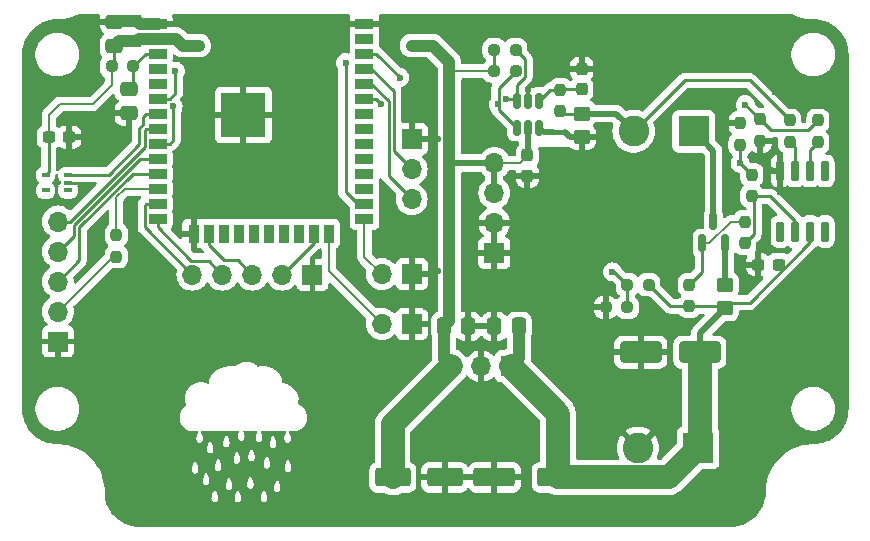
<source format=gtl>
G04 #@! TF.GenerationSoftware,KiCad,Pcbnew,8.0.4*
G04 #@! TF.CreationDate,2024-08-24T09:35:18+02:00*
G04 #@! TF.ProjectId,letitrain,6c657469-7472-4616-996e-2e6b69636164,rev?*
G04 #@! TF.SameCoordinates,Original*
G04 #@! TF.FileFunction,Copper,L1,Top*
G04 #@! TF.FilePolarity,Positive*
%FSLAX46Y46*%
G04 Gerber Fmt 4.6, Leading zero omitted, Abs format (unit mm)*
G04 Created by KiCad (PCBNEW 8.0.4) date 2024-08-24 09:35:18*
%MOMM*%
%LPD*%
G01*
G04 APERTURE LIST*
G04 Aperture macros list*
%AMRoundRect*
0 Rectangle with rounded corners*
0 $1 Rounding radius*
0 $2 $3 $4 $5 $6 $7 $8 $9 X,Y pos of 4 corners*
0 Add a 4 corners polygon primitive as box body*
4,1,4,$2,$3,$4,$5,$6,$7,$8,$9,$2,$3,0*
0 Add four circle primitives for the rounded corners*
1,1,$1+$1,$2,$3*
1,1,$1+$1,$4,$5*
1,1,$1+$1,$6,$7*
1,1,$1+$1,$8,$9*
0 Add four rect primitives between the rounded corners*
20,1,$1+$1,$2,$3,$4,$5,0*
20,1,$1+$1,$4,$5,$6,$7,0*
20,1,$1+$1,$6,$7,$8,$9,0*
20,1,$1+$1,$8,$9,$2,$3,0*%
G04 Aperture macros list end*
G04 #@! TA.AperFunction,Conductor*
%ADD10C,0.000000*%
G04 #@! TD*
G04 #@! TA.AperFunction,EtchedComponent*
%ADD11C,0.000000*%
G04 #@! TD*
G04 #@! TA.AperFunction,SMDPad,CuDef*
%ADD12RoundRect,0.237500X0.250000X0.237500X-0.250000X0.237500X-0.250000X-0.237500X0.250000X-0.237500X0*%
G04 #@! TD*
G04 #@! TA.AperFunction,ComponentPad*
%ADD13R,2.600000X2.600000*%
G04 #@! TD*
G04 #@! TA.AperFunction,ComponentPad*
%ADD14C,2.600000*%
G04 #@! TD*
G04 #@! TA.AperFunction,ComponentPad*
%ADD15R,1.700000X1.700000*%
G04 #@! TD*
G04 #@! TA.AperFunction,ComponentPad*
%ADD16O,1.700000X1.700000*%
G04 #@! TD*
G04 #@! TA.AperFunction,SMDPad,CuDef*
%ADD17RoundRect,0.237500X-0.237500X0.250000X-0.237500X-0.250000X0.237500X-0.250000X0.237500X0.250000X0*%
G04 #@! TD*
G04 #@! TA.AperFunction,SMDPad,CuDef*
%ADD18RoundRect,0.150000X-0.150000X0.512500X-0.150000X-0.512500X0.150000X-0.512500X0.150000X0.512500X0*%
G04 #@! TD*
G04 #@! TA.AperFunction,SMDPad,CuDef*
%ADD19RoundRect,0.237500X0.237500X-0.250000X0.237500X0.250000X-0.237500X0.250000X-0.237500X-0.250000X0*%
G04 #@! TD*
G04 #@! TA.AperFunction,SMDPad,CuDef*
%ADD20R,1.500000X0.900000*%
G04 #@! TD*
G04 #@! TA.AperFunction,SMDPad,CuDef*
%ADD21R,0.900000X1.500000*%
G04 #@! TD*
G04 #@! TA.AperFunction,SMDPad,CuDef*
%ADD22R,0.900000X0.900000*%
G04 #@! TD*
G04 #@! TA.AperFunction,HeatsinkPad*
%ADD23C,0.600000*%
G04 #@! TD*
G04 #@! TA.AperFunction,SMDPad,CuDef*
%ADD24R,3.800000X3.800000*%
G04 #@! TD*
G04 #@! TA.AperFunction,SMDPad,CuDef*
%ADD25RoundRect,0.250000X0.337500X0.475000X-0.337500X0.475000X-0.337500X-0.475000X0.337500X-0.475000X0*%
G04 #@! TD*
G04 #@! TA.AperFunction,SMDPad,CuDef*
%ADD26C,0.500000*%
G04 #@! TD*
G04 #@! TA.AperFunction,SMDPad,CuDef*
%ADD27RoundRect,0.250000X-0.450000X0.350000X-0.450000X-0.350000X0.450000X-0.350000X0.450000X0.350000X0*%
G04 #@! TD*
G04 #@! TA.AperFunction,SMDPad,CuDef*
%ADD28RoundRect,0.250000X-0.475000X0.337500X-0.475000X-0.337500X0.475000X-0.337500X0.475000X0.337500X0*%
G04 #@! TD*
G04 #@! TA.AperFunction,SMDPad,CuDef*
%ADD29RoundRect,0.250000X-1.500000X-0.650000X1.500000X-0.650000X1.500000X0.650000X-1.500000X0.650000X0*%
G04 #@! TD*
G04 #@! TA.AperFunction,SMDPad,CuDef*
%ADD30RoundRect,0.237500X-0.300000X-0.237500X0.300000X-0.237500X0.300000X0.237500X-0.300000X0.237500X0*%
G04 #@! TD*
G04 #@! TA.AperFunction,SMDPad,CuDef*
%ADD31RoundRect,0.250000X1.500000X0.550000X-1.500000X0.550000X-1.500000X-0.550000X1.500000X-0.550000X0*%
G04 #@! TD*
G04 #@! TA.AperFunction,SMDPad,CuDef*
%ADD32RoundRect,0.150000X-0.150000X0.725000X-0.150000X-0.725000X0.150000X-0.725000X0.150000X0.725000X0*%
G04 #@! TD*
G04 #@! TA.AperFunction,SMDPad,CuDef*
%ADD33RoundRect,0.250000X0.450000X-0.350000X0.450000X0.350000X-0.450000X0.350000X-0.450000X-0.350000X0*%
G04 #@! TD*
G04 #@! TA.AperFunction,SMDPad,CuDef*
%ADD34RoundRect,0.150000X0.150000X-0.587500X0.150000X0.587500X-0.150000X0.587500X-0.150000X-0.587500X0*%
G04 #@! TD*
G04 #@! TA.AperFunction,SMDPad,CuDef*
%ADD35RoundRect,0.237500X0.300000X0.237500X-0.300000X0.237500X-0.300000X-0.237500X0.300000X-0.237500X0*%
G04 #@! TD*
G04 #@! TA.AperFunction,SMDPad,CuDef*
%ADD36RoundRect,0.237500X-0.250000X-0.237500X0.250000X-0.237500X0.250000X0.237500X-0.250000X0.237500X0*%
G04 #@! TD*
G04 #@! TA.AperFunction,SMDPad,CuDef*
%ADD37RoundRect,0.250000X-1.250000X-0.550000X1.250000X-0.550000X1.250000X0.550000X-1.250000X0.550000X0*%
G04 #@! TD*
G04 #@! TA.AperFunction,SMDPad,CuDef*
%ADD38RoundRect,0.250000X0.475000X-0.337500X0.475000X0.337500X-0.475000X0.337500X-0.475000X-0.337500X0*%
G04 #@! TD*
G04 #@! TA.AperFunction,SMDPad,CuDef*
%ADD39RoundRect,0.250000X-0.337500X-0.475000X0.337500X-0.475000X0.337500X0.475000X-0.337500X0.475000X0*%
G04 #@! TD*
G04 #@! TA.AperFunction,SMDPad,CuDef*
%ADD40RoundRect,0.237500X-0.237500X0.300000X-0.237500X-0.300000X0.237500X-0.300000X0.237500X0.300000X0*%
G04 #@! TD*
G04 #@! TA.AperFunction,SMDPad,CuDef*
%ADD41RoundRect,0.237500X0.237500X-0.300000X0.237500X0.300000X-0.237500X0.300000X-0.237500X-0.300000X0*%
G04 #@! TD*
G04 #@! TA.AperFunction,SMDPad,CuDef*
%ADD42RoundRect,0.100000X0.225000X0.100000X-0.225000X0.100000X-0.225000X-0.100000X0.225000X-0.100000X0*%
G04 #@! TD*
G04 #@! TA.AperFunction,ViaPad*
%ADD43C,0.600000*%
G04 #@! TD*
G04 #@! TA.AperFunction,Conductor*
%ADD44C,1.000000*%
G04 #@! TD*
G04 #@! TA.AperFunction,Conductor*
%ADD45C,0.200000*%
G04 #@! TD*
G04 #@! TA.AperFunction,Conductor*
%ADD46C,0.254000*%
G04 #@! TD*
G04 #@! TA.AperFunction,Conductor*
%ADD47C,0.508000*%
G04 #@! TD*
G04 #@! TA.AperFunction,Conductor*
%ADD48C,2.000000*%
G04 #@! TD*
G04 #@! TA.AperFunction,Conductor*
%ADD49C,0.127000*%
G04 #@! TD*
G04 APERTURE END LIST*
D10*
G04 #@! TA.AperFunction,Conductor*
G36*
X59569239Y-80221123D02*
G01*
X41914247Y-80221123D01*
X41914247Y-79516118D01*
X48048962Y-79516118D01*
X48049322Y-79544738D01*
X48050391Y-79571949D01*
X48052151Y-79597783D01*
X48054585Y-79622273D01*
X48057676Y-79645452D01*
X48061406Y-79667354D01*
X48065757Y-79688010D01*
X48070713Y-79707454D01*
X48076256Y-79725718D01*
X48082369Y-79742835D01*
X48089034Y-79758839D01*
X48096233Y-79773762D01*
X48103950Y-79787637D01*
X48112168Y-79800496D01*
X48120867Y-79812373D01*
X48130033Y-79823301D01*
X48139646Y-79833311D01*
X48149689Y-79842438D01*
X48160146Y-79850714D01*
X48170998Y-79858172D01*
X48182229Y-79864844D01*
X48193821Y-79870763D01*
X48205756Y-79875963D01*
X48218018Y-79880477D01*
X48230588Y-79884336D01*
X48243450Y-79887574D01*
X48256586Y-79890224D01*
X48269978Y-79892318D01*
X48297463Y-79894972D01*
X48325767Y-79895798D01*
X48354070Y-79894972D01*
X48381556Y-79892318D01*
X48408085Y-79887574D01*
X48433518Y-79880477D01*
X48457716Y-79870763D01*
X48469308Y-79864844D01*
X48480539Y-79858172D01*
X48491392Y-79850714D01*
X48501850Y-79842438D01*
X48511894Y-79833311D01*
X48521507Y-79823301D01*
X48530673Y-79812373D01*
X48539374Y-79800496D01*
X48547591Y-79787637D01*
X48555309Y-79773762D01*
X48562509Y-79758839D01*
X48569175Y-79742835D01*
X48575288Y-79725718D01*
X48580831Y-79707454D01*
X48585788Y-79688010D01*
X48590139Y-79667354D01*
X48593870Y-79645452D01*
X48596961Y-79622273D01*
X48599395Y-79597783D01*
X48601155Y-79571949D01*
X48601729Y-79549540D01*
X50002615Y-79549540D01*
X50002975Y-79578159D01*
X50004044Y-79605369D01*
X50005805Y-79631202D01*
X50008239Y-79655690D01*
X50011330Y-79678868D01*
X50015061Y-79700767D01*
X50019413Y-79721420D01*
X50024370Y-79740861D01*
X50029913Y-79759122D01*
X50036027Y-79776236D01*
X50042692Y-79792236D01*
X50049893Y-79807155D01*
X50057611Y-79821026D01*
X50065829Y-79833881D01*
X50074529Y-79845754D01*
X50083695Y-79856677D01*
X50093309Y-79866684D01*
X50103353Y-79875806D01*
X50113811Y-79884078D01*
X50124664Y-79891531D01*
X50135895Y-79898200D01*
X50147488Y-79904116D01*
X50159423Y-79909312D01*
X50171685Y-79913822D01*
X50184256Y-79917678D01*
X50197118Y-79920914D01*
X50210253Y-79923561D01*
X50223646Y-79925653D01*
X50251130Y-79928304D01*
X50279432Y-79929129D01*
X50307736Y-79928304D01*
X50335222Y-79925653D01*
X50361752Y-79920914D01*
X50387186Y-79913822D01*
X50411385Y-79904116D01*
X50422977Y-79898200D01*
X50434209Y-79891531D01*
X50445063Y-79884078D01*
X50455521Y-79875806D01*
X50465566Y-79866684D01*
X50475180Y-79856677D01*
X50484346Y-79845754D01*
X50493047Y-79833881D01*
X50501266Y-79821026D01*
X50508984Y-79807155D01*
X50516185Y-79792236D01*
X50522850Y-79776236D01*
X50528964Y-79759122D01*
X50534508Y-79740861D01*
X50539465Y-79721420D01*
X50543817Y-79700767D01*
X50547548Y-79678868D01*
X50550639Y-79655690D01*
X50553074Y-79631202D01*
X50554834Y-79605369D01*
X50556263Y-79549540D01*
X50555469Y-79519847D01*
X50555009Y-79513819D01*
X52200000Y-79513819D01*
X52200360Y-79542439D01*
X52201429Y-79569649D01*
X52203189Y-79595483D01*
X52205623Y-79619974D01*
X52208714Y-79643153D01*
X52212443Y-79665054D01*
X52216794Y-79685710D01*
X52221750Y-79705154D01*
X52227292Y-79723418D01*
X52233404Y-79740536D01*
X52240068Y-79756540D01*
X52247267Y-79771463D01*
X52254983Y-79785337D01*
X52263199Y-79798197D01*
X52271898Y-79810074D01*
X52281062Y-79821001D01*
X52290673Y-79831012D01*
X52300715Y-79840139D01*
X52311170Y-79848414D01*
X52322021Y-79855872D01*
X52333249Y-79862544D01*
X52344839Y-79868464D01*
X52356772Y-79873664D01*
X52369031Y-79878177D01*
X52381599Y-79882036D01*
X52394458Y-79885274D01*
X52407590Y-79887924D01*
X52420979Y-79890019D01*
X52448458Y-79892672D01*
X52476753Y-79893499D01*
X52505064Y-79892672D01*
X52532556Y-79890019D01*
X52559090Y-79885274D01*
X52584527Y-79878177D01*
X52608728Y-79868464D01*
X52620322Y-79862544D01*
X52631554Y-79855872D01*
X52642408Y-79848414D01*
X52652866Y-79840139D01*
X52662910Y-79831012D01*
X52672524Y-79821001D01*
X52681690Y-79810074D01*
X52690390Y-79798197D01*
X52698608Y-79785337D01*
X52706326Y-79771463D01*
X52713526Y-79756540D01*
X52720191Y-79740536D01*
X52726303Y-79723418D01*
X52731846Y-79705154D01*
X52736802Y-79685710D01*
X52741154Y-79665054D01*
X52744884Y-79643153D01*
X52747974Y-79619974D01*
X52750409Y-79595483D01*
X52752169Y-79569649D01*
X52753598Y-79513819D01*
X52752803Y-79484126D01*
X52750489Y-79453790D01*
X52746754Y-79422913D01*
X52741702Y-79391600D01*
X52735433Y-79359955D01*
X52728049Y-79328082D01*
X52710341Y-79264069D01*
X52689388Y-79200393D01*
X52666002Y-79137886D01*
X52640994Y-79077381D01*
X52615175Y-79019710D01*
X52589356Y-78965706D01*
X52564348Y-78916202D01*
X52520010Y-78834022D01*
X52476753Y-78760286D01*
X52433510Y-78834022D01*
X52389187Y-78916202D01*
X52338377Y-79019710D01*
X52312566Y-79077381D01*
X52287567Y-79137886D01*
X52264189Y-79200393D01*
X52243243Y-79264069D01*
X52225540Y-79328082D01*
X52211892Y-79391600D01*
X52203108Y-79453790D01*
X52200000Y-79513819D01*
X50555009Y-79513819D01*
X50553154Y-79489509D01*
X50549420Y-79458631D01*
X50544368Y-79427317D01*
X50538100Y-79395670D01*
X50530716Y-79363795D01*
X50513008Y-79299776D01*
X50492057Y-79236092D01*
X50468672Y-79173578D01*
X50443666Y-79113065D01*
X50417848Y-79055386D01*
X50392030Y-79001374D01*
X50367023Y-78951861D01*
X50322687Y-78869667D01*
X50279432Y-78795917D01*
X50236180Y-78869667D01*
X50191846Y-78951861D01*
X50141024Y-79055386D01*
X50115207Y-79113065D01*
X50090202Y-79173578D01*
X50066818Y-79236092D01*
X50045868Y-79299776D01*
X50028161Y-79363795D01*
X50014509Y-79427317D01*
X50005724Y-79489509D01*
X50002615Y-79549540D01*
X48601729Y-79549540D01*
X48602584Y-79516118D01*
X48601790Y-79486426D01*
X48599476Y-79456089D01*
X48595742Y-79425212D01*
X48590690Y-79393899D01*
X48584422Y-79362255D01*
X48577038Y-79330382D01*
X48559332Y-79266368D01*
X48538381Y-79202692D01*
X48514998Y-79140185D01*
X48489992Y-79079680D01*
X48464176Y-79022009D01*
X48438359Y-78968006D01*
X48413354Y-78918502D01*
X48369019Y-78836322D01*
X48325767Y-78762586D01*
X48282516Y-78836322D01*
X48238184Y-78918502D01*
X48187364Y-79022009D01*
X48161549Y-79079680D01*
X48136545Y-79140185D01*
X48113162Y-79202692D01*
X48092213Y-79266368D01*
X48074507Y-79330382D01*
X48060856Y-79393899D01*
X48052071Y-79456089D01*
X48048962Y-79516118D01*
X41914247Y-79516118D01*
X41914247Y-78487499D01*
X49259585Y-78487499D01*
X49259945Y-78516119D01*
X49261014Y-78543329D01*
X49262775Y-78569163D01*
X49265209Y-78593654D01*
X49268300Y-78616833D01*
X49272030Y-78638734D01*
X49276382Y-78659390D01*
X49281339Y-78678834D01*
X49286882Y-78697099D01*
X49292995Y-78714216D01*
X49299661Y-78730220D01*
X49306861Y-78745143D01*
X49314578Y-78759017D01*
X49322796Y-78771877D01*
X49331497Y-78783754D01*
X49340662Y-78794681D01*
X49350276Y-78804692D01*
X49360320Y-78813819D01*
X49370778Y-78822095D01*
X49381631Y-78829552D01*
X49392862Y-78836224D01*
X49404454Y-78842144D01*
X49416390Y-78847344D01*
X49428652Y-78851857D01*
X49441223Y-78855716D01*
X49454085Y-78858955D01*
X49467221Y-78861604D01*
X49480614Y-78863699D01*
X49508100Y-78866353D01*
X49536403Y-78867179D01*
X49564707Y-78866353D01*
X49592192Y-78863699D01*
X49618721Y-78858955D01*
X49644154Y-78851857D01*
X49668352Y-78842144D01*
X49679944Y-78836224D01*
X49691176Y-78829552D01*
X49702029Y-78822095D01*
X49712486Y-78813819D01*
X49722530Y-78804692D01*
X49732144Y-78794681D01*
X49741309Y-78783754D01*
X49750010Y-78771877D01*
X49758228Y-78759017D01*
X49765945Y-78745143D01*
X49773145Y-78730220D01*
X49779811Y-78714216D01*
X49785924Y-78697099D01*
X49791467Y-78678834D01*
X49796424Y-78659390D01*
X49800776Y-78638734D01*
X49804506Y-78616833D01*
X49807597Y-78593654D01*
X49810031Y-78569163D01*
X49811791Y-78543329D01*
X49813221Y-78487499D01*
X49812426Y-78457806D01*
X49810112Y-78427470D01*
X49806802Y-78400101D01*
X51066182Y-78400101D01*
X51066542Y-78428721D01*
X51067610Y-78455932D01*
X51069371Y-78481766D01*
X51071805Y-78506256D01*
X51074895Y-78529435D01*
X51078625Y-78551337D01*
X51082977Y-78571993D01*
X51087933Y-78591436D01*
X51093476Y-78609701D01*
X51099588Y-78626818D01*
X51106253Y-78642822D01*
X51113453Y-78657745D01*
X51121171Y-78671620D01*
X51129388Y-78684479D01*
X51138089Y-78696356D01*
X51147255Y-78707284D01*
X51156869Y-78717294D01*
X51166913Y-78726421D01*
X51177371Y-78734697D01*
X51188225Y-78742154D01*
X51199457Y-78748827D01*
X51211050Y-78754746D01*
X51222987Y-78759946D01*
X51235251Y-78764459D01*
X51247823Y-78768319D01*
X51260688Y-78771557D01*
X51273826Y-78774207D01*
X51287221Y-78776301D01*
X51314713Y-78778955D01*
X51343024Y-78779781D01*
X51371321Y-78778955D01*
X51398801Y-78776301D01*
X51425327Y-78771557D01*
X51450759Y-78764459D01*
X51474957Y-78754746D01*
X51486550Y-78748827D01*
X51497782Y-78742154D01*
X51508636Y-78734697D01*
X51519095Y-78726421D01*
X51529140Y-78717294D01*
X51538755Y-78707284D01*
X51547923Y-78696356D01*
X51556625Y-78684479D01*
X51562456Y-78675356D01*
X53339039Y-78675356D01*
X53339399Y-78703976D01*
X53340468Y-78731186D01*
X53342228Y-78757020D01*
X53344662Y-78781511D01*
X53347753Y-78804690D01*
X53351483Y-78826591D01*
X53355834Y-78847247D01*
X53360790Y-78866691D01*
X53366334Y-78884956D01*
X53372446Y-78902073D01*
X53379111Y-78918077D01*
X53386311Y-78933000D01*
X53394029Y-78946875D01*
X53402247Y-78959734D01*
X53410947Y-78971611D01*
X53420113Y-78982538D01*
X53429727Y-78992549D01*
X53439771Y-79001676D01*
X53450229Y-79009952D01*
X53461083Y-79017409D01*
X53472315Y-79024081D01*
X53483909Y-79030001D01*
X53495846Y-79035201D01*
X53508109Y-79039714D01*
X53520682Y-79043573D01*
X53533546Y-79046812D01*
X53546685Y-79049461D01*
X53560080Y-79051556D01*
X53587572Y-79054210D01*
X53615883Y-79055036D01*
X53644179Y-79054210D01*
X53671657Y-79051556D01*
X53698179Y-79046812D01*
X53723605Y-79039714D01*
X53747797Y-79030001D01*
X53759387Y-79024081D01*
X53770616Y-79017409D01*
X53781466Y-79009952D01*
X53791921Y-79001676D01*
X53801963Y-78992549D01*
X53811575Y-78982538D01*
X53820738Y-78971611D01*
X53829437Y-78959734D01*
X53837653Y-78946875D01*
X53845369Y-78933000D01*
X53852568Y-78918077D01*
X53859232Y-78902073D01*
X53865344Y-78884956D01*
X53870886Y-78866691D01*
X53875842Y-78847247D01*
X53880193Y-78826591D01*
X53883922Y-78804690D01*
X53887013Y-78781511D01*
X53889447Y-78757020D01*
X53891207Y-78731186D01*
X53892636Y-78675356D01*
X53891842Y-78645663D01*
X53889528Y-78615327D01*
X53885795Y-78584450D01*
X53880744Y-78553137D01*
X53874477Y-78521492D01*
X53867096Y-78489619D01*
X53849393Y-78425606D01*
X53828447Y-78361930D01*
X53805069Y-78299422D01*
X53780070Y-78238917D01*
X53754259Y-78181247D01*
X53728449Y-78127243D01*
X53703449Y-78077739D01*
X53659126Y-77995559D01*
X53615883Y-77921823D01*
X53572626Y-77995559D01*
X53528288Y-78077739D01*
X53477461Y-78181247D01*
X53451642Y-78238917D01*
X53426634Y-78299422D01*
X53403249Y-78361930D01*
X53382296Y-78425606D01*
X53364588Y-78489619D01*
X53350935Y-78553137D01*
X53342148Y-78615327D01*
X53339039Y-78675356D01*
X51562456Y-78675356D01*
X51564845Y-78671620D01*
X51572564Y-78657745D01*
X51579766Y-78642822D01*
X51586433Y-78626818D01*
X51592548Y-78609701D01*
X51598094Y-78591436D01*
X51603052Y-78571993D01*
X51607405Y-78551337D01*
X51611137Y-78529435D01*
X51614229Y-78506256D01*
X51616664Y-78481766D01*
X51618425Y-78455932D01*
X51619855Y-78400101D01*
X51619061Y-78370409D01*
X51616746Y-78340072D01*
X51613012Y-78309195D01*
X51607960Y-78277882D01*
X51601691Y-78246237D01*
X51594308Y-78214365D01*
X51576600Y-78150351D01*
X51555649Y-78086675D01*
X51532264Y-78024168D01*
X51507257Y-77963663D01*
X51481440Y-77905992D01*
X51455622Y-77851988D01*
X51430615Y-77802484D01*
X51386279Y-77720304D01*
X51343024Y-77646568D01*
X51299767Y-77720304D01*
X51255429Y-77802484D01*
X51204603Y-77905992D01*
X51178784Y-77963663D01*
X51153776Y-78024168D01*
X51130391Y-78086675D01*
X51109438Y-78150351D01*
X51091730Y-78214365D01*
X51078077Y-78277882D01*
X51069291Y-78340072D01*
X51066182Y-78400101D01*
X49806802Y-78400101D01*
X49806378Y-78396593D01*
X49801326Y-78365280D01*
X49795058Y-78333635D01*
X49787674Y-78301762D01*
X49769968Y-78237749D01*
X49749017Y-78174072D01*
X49725634Y-78111565D01*
X49700628Y-78051060D01*
X49674812Y-77993390D01*
X49648995Y-77939386D01*
X49623990Y-77889882D01*
X49579656Y-77807702D01*
X49536403Y-77733966D01*
X49493150Y-77807702D01*
X49448816Y-77889882D01*
X49397994Y-77993390D01*
X49372178Y-78051060D01*
X49347172Y-78111565D01*
X49323789Y-78174072D01*
X49302838Y-78237749D01*
X49285131Y-78301762D01*
X49271480Y-78365280D01*
X49262694Y-78427470D01*
X49259585Y-78487499D01*
X41914247Y-78487499D01*
X41914247Y-78065056D01*
X47321849Y-78065056D01*
X47322209Y-78093676D01*
X47323278Y-78120886D01*
X47325039Y-78146719D01*
X47327473Y-78171207D01*
X47330564Y-78194384D01*
X47334295Y-78216283D01*
X47338647Y-78236937D01*
X47343604Y-78256378D01*
X47349147Y-78274639D01*
X47355261Y-78291753D01*
X47361926Y-78307753D01*
X47369127Y-78322672D01*
X47376845Y-78336542D01*
X47385063Y-78349398D01*
X47393763Y-78361271D01*
X47402929Y-78372194D01*
X47412543Y-78382200D01*
X47422588Y-78391323D01*
X47433045Y-78399594D01*
X47443898Y-78407048D01*
X47455129Y-78413716D01*
X47466722Y-78419632D01*
X47478658Y-78424829D01*
X47490919Y-78429339D01*
X47503490Y-78433195D01*
X47516352Y-78436430D01*
X47529488Y-78439078D01*
X47542880Y-78441170D01*
X47570365Y-78443821D01*
X47598667Y-78444646D01*
X47626970Y-78443821D01*
X47654456Y-78441170D01*
X47680985Y-78436430D01*
X47706418Y-78429339D01*
X47730616Y-78419632D01*
X47742208Y-78413716D01*
X47753439Y-78407048D01*
X47764292Y-78399594D01*
X47774750Y-78391323D01*
X47784794Y-78382200D01*
X47794407Y-78372194D01*
X47803573Y-78361271D01*
X47812274Y-78349398D01*
X47820491Y-78336542D01*
X47828209Y-78322672D01*
X47835409Y-78307753D01*
X47842075Y-78291753D01*
X47848188Y-78274639D01*
X47853731Y-78256378D01*
X47858688Y-78236937D01*
X47863039Y-78216283D01*
X47866770Y-78194384D01*
X47869861Y-78171207D01*
X47872295Y-78146719D01*
X47874055Y-78120886D01*
X47875484Y-78065056D01*
X47874690Y-78035356D01*
X47872376Y-78005012D01*
X47868642Y-77974128D01*
X47863590Y-77942809D01*
X47857322Y-77911158D01*
X47849938Y-77879279D01*
X47832232Y-77815256D01*
X47811281Y-77751571D01*
X47787898Y-77689056D01*
X47762892Y-77628545D01*
X47737076Y-77570870D01*
X47711259Y-77516862D01*
X47686254Y-77467355D01*
X47641919Y-77385172D01*
X47598667Y-77311434D01*
X47555414Y-77385172D01*
X47511080Y-77467355D01*
X47460258Y-77570870D01*
X47434441Y-77628545D01*
X47409436Y-77689056D01*
X47386052Y-77751571D01*
X47365102Y-77815256D01*
X47347395Y-77879279D01*
X47333744Y-77942809D01*
X47324958Y-78005012D01*
X47321849Y-78065056D01*
X41914247Y-78065056D01*
X41914247Y-77104263D01*
X46389399Y-77104263D01*
X46389760Y-77132883D01*
X46390829Y-77160092D01*
X46392589Y-77185925D01*
X46395024Y-77210414D01*
X46398115Y-77233591D01*
X46401845Y-77255490D01*
X46406197Y-77276143D01*
X46411154Y-77295584D01*
X46416698Y-77313845D01*
X46422811Y-77330959D01*
X46429477Y-77346959D01*
X46436677Y-77361878D01*
X46444395Y-77375749D01*
X46452613Y-77388604D01*
X46461314Y-77400477D01*
X46470480Y-77411400D01*
X46480094Y-77421406D01*
X46490138Y-77430529D01*
X46500595Y-77438801D01*
X46511448Y-77446254D01*
X46522680Y-77452922D01*
X46534272Y-77458838D01*
X46546208Y-77464035D01*
X46558470Y-77468545D01*
X46571040Y-77472401D01*
X46583902Y-77475636D01*
X46597038Y-77478284D01*
X46610430Y-77480376D01*
X46637915Y-77483027D01*
X46666217Y-77483852D01*
X46694521Y-77483027D01*
X46722007Y-77480376D01*
X46748536Y-77475636D01*
X46773970Y-77468545D01*
X46798169Y-77458838D01*
X46809762Y-77452922D01*
X46820994Y-77446254D01*
X46831847Y-77438801D01*
X46842305Y-77430529D01*
X46852350Y-77421406D01*
X46861964Y-77411400D01*
X46871131Y-77400477D01*
X46879832Y-77388604D01*
X46888050Y-77375749D01*
X46895768Y-77361878D01*
X46902969Y-77346959D01*
X46909635Y-77330959D01*
X46915748Y-77313845D01*
X46921292Y-77295584D01*
X46926249Y-77276143D01*
X46930602Y-77255490D01*
X46934332Y-77233591D01*
X46937423Y-77210414D01*
X46939858Y-77185925D01*
X46941618Y-77160092D01*
X46943048Y-77104263D01*
X46942254Y-77074563D01*
X46939939Y-77044218D01*
X46936205Y-77013335D01*
X46931153Y-76982015D01*
X46924884Y-76950364D01*
X46917500Y-76918485D01*
X46908536Y-76886072D01*
X48341709Y-76886072D01*
X48342069Y-76914692D01*
X48343138Y-76941903D01*
X48344898Y-76967737D01*
X48347333Y-76992227D01*
X48350424Y-77015406D01*
X48354154Y-77037308D01*
X48358506Y-77057964D01*
X48363462Y-77077407D01*
X48369006Y-77095672D01*
X48375119Y-77112789D01*
X48381784Y-77128793D01*
X48388984Y-77143716D01*
X48396702Y-77157591D01*
X48404920Y-77170450D01*
X48413620Y-77182327D01*
X48422786Y-77193254D01*
X48432400Y-77203265D01*
X48442444Y-77212392D01*
X48452901Y-77220667D01*
X48463754Y-77228125D01*
X48474986Y-77234797D01*
X48486578Y-77240717D01*
X48498514Y-77245917D01*
X48510776Y-77250430D01*
X48523347Y-77254289D01*
X48536209Y-77257527D01*
X48549345Y-77260177D01*
X48562738Y-77262271D01*
X48590223Y-77264925D01*
X48618527Y-77265751D01*
X48646830Y-77264925D01*
X48674316Y-77262271D01*
X48700845Y-77257527D01*
X48726278Y-77250430D01*
X48750476Y-77240717D01*
X48762068Y-77234797D01*
X48773300Y-77228125D01*
X48784153Y-77220667D01*
X48794610Y-77212392D01*
X48804654Y-77203265D01*
X48814268Y-77193254D01*
X48823433Y-77182327D01*
X48832134Y-77170450D01*
X48840351Y-77157591D01*
X48848069Y-77143716D01*
X48855269Y-77128793D01*
X48861934Y-77112789D01*
X48868048Y-77095672D01*
X48873591Y-77077407D01*
X48878547Y-77057964D01*
X48882899Y-77037308D01*
X48886629Y-77015406D01*
X48889720Y-76992227D01*
X48892155Y-76967737D01*
X48893915Y-76941903D01*
X48895344Y-76886072D01*
X48894550Y-76856380D01*
X48892235Y-76826043D01*
X48888501Y-76795166D01*
X48883450Y-76763854D01*
X48877181Y-76732209D01*
X48869798Y-76700336D01*
X48864430Y-76680929D01*
X52464855Y-76680929D01*
X52465215Y-76709549D01*
X52466284Y-76736759D01*
X52468044Y-76762592D01*
X52470478Y-76787080D01*
X52473569Y-76810258D01*
X52477298Y-76832157D01*
X52481650Y-76852810D01*
X52486606Y-76872251D01*
X52492149Y-76890512D01*
X52498262Y-76907626D01*
X52504927Y-76923626D01*
X52512127Y-76938545D01*
X52519844Y-76952416D01*
X52528062Y-76965271D01*
X52536762Y-76977144D01*
X52545928Y-76988067D01*
X52555542Y-76998073D01*
X52565587Y-77007196D01*
X52576045Y-77015468D01*
X52586898Y-77022921D01*
X52598131Y-77029589D01*
X52609724Y-77035505D01*
X52621661Y-77040702D01*
X52633925Y-77045212D01*
X52646497Y-77049068D01*
X52659361Y-77052303D01*
X52672500Y-77054951D01*
X52685895Y-77057043D01*
X52713387Y-77059694D01*
X52741698Y-77060519D01*
X52769995Y-77059694D01*
X52797476Y-77057043D01*
X52824002Y-77052303D01*
X52849435Y-77045212D01*
X52873634Y-77035505D01*
X52885227Y-77029589D01*
X52896460Y-77022921D01*
X52907315Y-77015468D01*
X52917774Y-77007196D01*
X52927820Y-76998073D01*
X52937436Y-76988067D01*
X52946604Y-76977144D01*
X52955307Y-76965271D01*
X52959597Y-76958561D01*
X54256877Y-76958561D01*
X54257237Y-76987181D01*
X54258307Y-77014391D01*
X54260068Y-77040224D01*
X54262503Y-77064712D01*
X54265596Y-77087890D01*
X54269328Y-77109788D01*
X54273682Y-77130442D01*
X54278640Y-77149883D01*
X54284186Y-77168143D01*
X54290302Y-77185258D01*
X54296969Y-77201258D01*
X54304172Y-77216177D01*
X54311892Y-77230047D01*
X54320112Y-77242902D01*
X54328815Y-77254775D01*
X54337983Y-77265698D01*
X54347599Y-77275705D01*
X54357645Y-77284827D01*
X54368105Y-77293099D01*
X54378959Y-77300553D01*
X54390192Y-77307221D01*
X54401785Y-77313137D01*
X54413722Y-77318333D01*
X54425984Y-77322843D01*
X54438555Y-77326699D01*
X54451417Y-77329935D01*
X54464552Y-77332582D01*
X54477943Y-77334674D01*
X54505425Y-77337325D01*
X54533722Y-77338150D01*
X54562018Y-77337325D01*
X54589499Y-77334674D01*
X54616026Y-77329935D01*
X54641458Y-77322843D01*
X54665657Y-77313137D01*
X54677250Y-77307221D01*
X54688483Y-77300553D01*
X54699338Y-77293099D01*
X54709797Y-77284827D01*
X54719843Y-77275705D01*
X54729459Y-77265698D01*
X54738627Y-77254775D01*
X54747329Y-77242902D01*
X54755550Y-77230047D01*
X54763270Y-77216177D01*
X54770472Y-77201258D01*
X54777140Y-77185258D01*
X54783256Y-77168143D01*
X54788801Y-77149883D01*
X54793760Y-77130442D01*
X54798114Y-77109788D01*
X54801846Y-77087890D01*
X54804938Y-77064712D01*
X54807374Y-77040224D01*
X54809135Y-77014391D01*
X54810565Y-76958561D01*
X54809771Y-76928869D01*
X54807456Y-76898532D01*
X54803721Y-76867655D01*
X54798669Y-76836343D01*
X54792400Y-76804698D01*
X54785016Y-76772825D01*
X54767308Y-76708811D01*
X54746356Y-76645135D01*
X54722970Y-76582628D01*
X54697962Y-76522123D01*
X54672143Y-76464452D01*
X54646324Y-76410448D01*
X54621316Y-76360944D01*
X54576978Y-76278764D01*
X54533722Y-76205028D01*
X54490465Y-76278764D01*
X54446126Y-76360944D01*
X54395299Y-76464452D01*
X54369480Y-76522123D01*
X54344472Y-76582628D01*
X54321086Y-76645135D01*
X54300134Y-76708811D01*
X54282425Y-76772825D01*
X54268772Y-76836343D01*
X54259986Y-76898532D01*
X54256877Y-76958561D01*
X52959597Y-76958561D01*
X52963527Y-76952416D01*
X52971247Y-76938545D01*
X52978450Y-76923626D01*
X52985118Y-76907626D01*
X52991233Y-76890512D01*
X52996779Y-76872251D01*
X53001738Y-76852810D01*
X53006092Y-76832157D01*
X53009824Y-76810258D01*
X53012916Y-76787080D01*
X53015352Y-76762592D01*
X53017113Y-76736759D01*
X53018543Y-76680929D01*
X53017749Y-76651237D01*
X53015434Y-76620900D01*
X53011699Y-76590023D01*
X53006647Y-76558710D01*
X53000378Y-76527066D01*
X52992994Y-76495193D01*
X52975286Y-76431179D01*
X52954333Y-76367503D01*
X52930947Y-76304996D01*
X52905939Y-76244491D01*
X52880120Y-76186821D01*
X52854301Y-76132817D01*
X52829293Y-76083313D01*
X52784955Y-76001133D01*
X52741698Y-75927398D01*
X52698441Y-76001133D01*
X52654103Y-76083313D01*
X52603276Y-76186821D01*
X52577458Y-76244491D01*
X52552450Y-76304996D01*
X52529064Y-76367503D01*
X52508112Y-76431179D01*
X52490403Y-76495193D01*
X52476750Y-76558710D01*
X52467964Y-76620900D01*
X52464855Y-76680929D01*
X48864430Y-76680929D01*
X48852091Y-76636323D01*
X48831141Y-76572646D01*
X48807757Y-76510139D01*
X48782752Y-76449634D01*
X48756935Y-76391963D01*
X48731119Y-76337960D01*
X48706114Y-76288455D01*
X48698408Y-76274171D01*
X49915204Y-76274171D01*
X49915564Y-76302791D01*
X49916633Y-76330001D01*
X49918394Y-76355834D01*
X49920828Y-76380322D01*
X49923919Y-76403500D01*
X49927649Y-76425399D01*
X49932001Y-76446052D01*
X49936958Y-76465493D01*
X49942501Y-76483754D01*
X49948614Y-76500868D01*
X49955280Y-76516868D01*
X49962480Y-76531787D01*
X49970197Y-76545658D01*
X49978415Y-76558513D01*
X49987116Y-76570386D01*
X49996281Y-76581309D01*
X50005895Y-76591315D01*
X50015939Y-76600438D01*
X50026397Y-76608710D01*
X50037250Y-76616163D01*
X50048481Y-76622831D01*
X50060073Y-76628747D01*
X50072009Y-76633944D01*
X50084271Y-76638454D01*
X50096842Y-76642310D01*
X50109704Y-76645545D01*
X50122840Y-76648192D01*
X50136233Y-76650285D01*
X50163719Y-76652936D01*
X50192022Y-76653761D01*
X50220324Y-76652936D01*
X50247809Y-76650285D01*
X50274337Y-76645545D01*
X50299770Y-76638454D01*
X50323967Y-76628747D01*
X50335560Y-76622831D01*
X50346791Y-76616163D01*
X50357644Y-76608710D01*
X50368101Y-76600438D01*
X50378146Y-76591315D01*
X50387760Y-76581309D01*
X50396925Y-76570386D01*
X50405626Y-76558513D01*
X50413844Y-76545658D01*
X50421562Y-76531787D01*
X50428763Y-76516868D01*
X50435428Y-76500868D01*
X50441541Y-76483754D01*
X50447085Y-76465493D01*
X50452042Y-76446052D01*
X50456394Y-76425399D01*
X50460124Y-76403500D01*
X50463215Y-76380322D01*
X50465650Y-76355834D01*
X50467410Y-76330001D01*
X50468840Y-76274171D01*
X50468046Y-76244478D01*
X50465731Y-76214141D01*
X50461997Y-76183263D01*
X50456945Y-76151949D01*
X50450677Y-76120303D01*
X50443293Y-76088428D01*
X50434005Y-76054844D01*
X51153579Y-76054844D01*
X51153939Y-76083463D01*
X51155008Y-76110673D01*
X51156770Y-76136506D01*
X51159205Y-76160994D01*
X51162298Y-76184172D01*
X51166030Y-76206071D01*
X51170384Y-76226724D01*
X51175342Y-76246165D01*
X51180888Y-76264426D01*
X51187003Y-76281540D01*
X51193671Y-76297540D01*
X51200874Y-76312459D01*
X51208594Y-76326329D01*
X51216814Y-76339185D01*
X51225517Y-76351057D01*
X51234685Y-76361981D01*
X51244301Y-76371987D01*
X51254347Y-76381110D01*
X51264806Y-76389381D01*
X51275661Y-76396835D01*
X51286894Y-76403503D01*
X51298487Y-76409419D01*
X51310423Y-76414615D01*
X51322686Y-76419125D01*
X51335257Y-76422981D01*
X51348118Y-76426217D01*
X51361253Y-76428864D01*
X51374645Y-76430956D01*
X51402126Y-76433607D01*
X51430423Y-76434433D01*
X51458733Y-76433607D01*
X51486225Y-76430956D01*
X51512759Y-76426217D01*
X51538196Y-76419125D01*
X51562396Y-76409419D01*
X51573990Y-76403503D01*
X51585222Y-76396835D01*
X51596076Y-76389381D01*
X51606533Y-76381110D01*
X51616578Y-76371987D01*
X51626192Y-76361981D01*
X51635358Y-76351057D01*
X51644058Y-76339185D01*
X51652276Y-76326329D01*
X51659993Y-76312459D01*
X51667193Y-76297540D01*
X51673858Y-76281540D01*
X51679971Y-76264426D01*
X51685514Y-76246165D01*
X51690470Y-76226724D01*
X51694822Y-76206071D01*
X51698551Y-76184172D01*
X51701642Y-76160994D01*
X51704076Y-76136506D01*
X51705836Y-76110673D01*
X51707265Y-76054844D01*
X51706471Y-76025151D01*
X51704156Y-75994814D01*
X51700422Y-75963938D01*
X51695369Y-75932624D01*
X51689101Y-75900979D01*
X51681717Y-75869106D01*
X51664008Y-75805092D01*
X51643056Y-75741415D01*
X51619670Y-75678907D01*
X51594663Y-75618401D01*
X51568844Y-75560729D01*
X51543025Y-75506724D01*
X51518017Y-75457219D01*
X51473679Y-75375037D01*
X51430423Y-75301299D01*
X51387166Y-75375037D01*
X51342827Y-75457219D01*
X51292001Y-75560729D01*
X51266182Y-75618401D01*
X51241174Y-75678907D01*
X51217788Y-75741415D01*
X51196835Y-75805092D01*
X51179127Y-75869106D01*
X51165474Y-75932624D01*
X51156688Y-75994814D01*
X51153579Y-76054844D01*
X50434005Y-76054844D01*
X50425587Y-76024410D01*
X50404636Y-75960727D01*
X50381253Y-75898214D01*
X50356247Y-75837702D01*
X50330431Y-75780024D01*
X50304614Y-75726013D01*
X50279609Y-75676502D01*
X50235275Y-75594310D01*
X50192022Y-75520562D01*
X50148769Y-75594310D01*
X50104435Y-75676502D01*
X50053613Y-75780024D01*
X50027797Y-75837702D01*
X50002791Y-75898214D01*
X49979408Y-75960727D01*
X49958457Y-76024410D01*
X49940750Y-76088428D01*
X49927099Y-76151949D01*
X49918313Y-76214141D01*
X49915204Y-76274171D01*
X48698408Y-76274171D01*
X48661780Y-76206275D01*
X48618527Y-76132539D01*
X48575274Y-76206275D01*
X48530940Y-76288455D01*
X48480118Y-76391963D01*
X48454301Y-76449634D01*
X48429296Y-76510139D01*
X48405912Y-76572646D01*
X48384962Y-76636323D01*
X48367255Y-76700336D01*
X48353603Y-76763854D01*
X48344818Y-76826043D01*
X48341709Y-76886072D01*
X46908536Y-76886072D01*
X46899793Y-76854462D01*
X46878841Y-76790777D01*
X46855457Y-76728262D01*
X46830450Y-76667751D01*
X46804632Y-76610076D01*
X46778815Y-76556068D01*
X46753808Y-76506561D01*
X46709472Y-76424378D01*
X46666217Y-76350640D01*
X46622964Y-76424378D01*
X46578630Y-76506561D01*
X46527808Y-76610076D01*
X46501992Y-76667751D01*
X46476986Y-76728262D01*
X46453603Y-76790777D01*
X46432652Y-76854462D01*
X46414945Y-76918485D01*
X46401294Y-76982015D01*
X46392508Y-77044218D01*
X46389399Y-77104263D01*
X41914247Y-77104263D01*
X41914247Y-75400000D01*
X47656945Y-75400000D01*
X47657305Y-75428620D01*
X47658374Y-75455830D01*
X47660134Y-75481663D01*
X47662568Y-75506152D01*
X47665659Y-75529329D01*
X47669390Y-75551228D01*
X47673742Y-75571881D01*
X47678698Y-75591322D01*
X47684241Y-75609583D01*
X47690355Y-75626697D01*
X47697020Y-75642697D01*
X47704220Y-75657616D01*
X47711938Y-75671487D01*
X47720156Y-75684342D01*
X47728856Y-75696215D01*
X47738022Y-75707138D01*
X47747635Y-75717145D01*
X47757680Y-75726267D01*
X47768137Y-75734539D01*
X47778990Y-75741992D01*
X47790221Y-75748661D01*
X47801813Y-75754577D01*
X47813749Y-75759773D01*
X47826011Y-75764283D01*
X47838582Y-75768139D01*
X47851444Y-75771374D01*
X47864580Y-75774022D01*
X47877973Y-75776114D01*
X47905459Y-75778765D01*
X47933762Y-75779590D01*
X47962064Y-75778765D01*
X47989549Y-75776114D01*
X48016077Y-75771374D01*
X48041510Y-75764283D01*
X48065707Y-75754577D01*
X48077300Y-75748661D01*
X48088531Y-75741992D01*
X48099384Y-75734539D01*
X48109842Y-75726267D01*
X48119886Y-75717145D01*
X48129500Y-75707138D01*
X48138666Y-75696215D01*
X48147366Y-75684342D01*
X48155584Y-75671487D01*
X48163302Y-75657616D01*
X48170503Y-75642697D01*
X48177168Y-75626697D01*
X48183282Y-75609583D01*
X48188825Y-75591322D01*
X48193782Y-75571881D01*
X48198134Y-75551228D01*
X48201865Y-75529329D01*
X48204956Y-75506152D01*
X48207390Y-75481663D01*
X48209151Y-75455830D01*
X48210580Y-75400000D01*
X48209786Y-75370308D01*
X48207471Y-75339971D01*
X48203737Y-75309094D01*
X48198686Y-75277781D01*
X48192417Y-75246136D01*
X48185034Y-75214263D01*
X48167327Y-75150249D01*
X48146377Y-75086571D01*
X48122993Y-75024063D01*
X48097988Y-74963557D01*
X48072171Y-74905885D01*
X48059584Y-74879554D01*
X49026473Y-74879554D01*
X49026833Y-74908173D01*
X49027902Y-74935383D01*
X49029662Y-74961216D01*
X49032097Y-74985704D01*
X49035188Y-75008882D01*
X49038918Y-75030781D01*
X49043270Y-75051434D01*
X49048226Y-75070875D01*
X49053770Y-75089136D01*
X49059883Y-75106250D01*
X49066548Y-75122250D01*
X49073748Y-75137169D01*
X49081466Y-75151039D01*
X49089684Y-75163895D01*
X49098384Y-75175768D01*
X49107550Y-75186691D01*
X49117164Y-75196697D01*
X49127208Y-75205820D01*
X49137665Y-75214091D01*
X49148518Y-75221545D01*
X49159750Y-75228213D01*
X49171342Y-75234129D01*
X49183278Y-75239325D01*
X49195540Y-75243835D01*
X49208111Y-75247692D01*
X49220973Y-75250927D01*
X49234109Y-75253574D01*
X49247502Y-75255667D01*
X49274987Y-75258317D01*
X49303291Y-75259143D01*
X49331593Y-75258317D01*
X49359078Y-75255667D01*
X49385606Y-75250927D01*
X49411038Y-75243835D01*
X49435236Y-75234129D01*
X49446828Y-75228213D01*
X49458060Y-75221545D01*
X49468913Y-75214091D01*
X49479370Y-75205820D01*
X49489414Y-75196697D01*
X49499028Y-75186691D01*
X49508194Y-75175768D01*
X49516895Y-75163895D01*
X49525113Y-75151039D01*
X49532831Y-75137169D01*
X49540031Y-75122250D01*
X49546697Y-75106250D01*
X49552810Y-75089136D01*
X49558354Y-75070875D01*
X49563310Y-75051434D01*
X49567663Y-75030781D01*
X49571393Y-75008882D01*
X49574484Y-74985704D01*
X49576919Y-74961216D01*
X49578679Y-74935383D01*
X49578719Y-74933801D01*
X52989344Y-74933801D01*
X52989705Y-74962421D01*
X52990773Y-74989630D01*
X52992533Y-75015463D01*
X52994968Y-75039952D01*
X52998058Y-75063129D01*
X53001788Y-75085028D01*
X53006140Y-75105681D01*
X53011096Y-75125122D01*
X53016639Y-75143383D01*
X53022751Y-75160497D01*
X53029417Y-75176497D01*
X53036617Y-75191416D01*
X53044334Y-75205287D01*
X53052552Y-75218142D01*
X53061252Y-75230015D01*
X53070418Y-75240938D01*
X53080032Y-75250944D01*
X53090077Y-75260067D01*
X53100535Y-75268339D01*
X53111388Y-75275792D01*
X53122621Y-75282460D01*
X53134214Y-75288376D01*
X53146151Y-75293573D01*
X53158415Y-75298083D01*
X53170988Y-75301939D01*
X53183852Y-75305174D01*
X53196990Y-75307822D01*
X53210386Y-75309914D01*
X53237878Y-75312565D01*
X53266189Y-75313390D01*
X53294486Y-75312565D01*
X53321967Y-75309914D01*
X53348493Y-75305174D01*
X53373925Y-75298083D01*
X53398124Y-75288376D01*
X53409717Y-75282460D01*
X53420950Y-75275792D01*
X53431805Y-75268339D01*
X53442264Y-75260067D01*
X53452310Y-75250944D01*
X53461926Y-75240938D01*
X53471094Y-75230015D01*
X53479796Y-75218142D01*
X53488017Y-75205287D01*
X53495737Y-75191416D01*
X53502939Y-75176497D01*
X53509607Y-75160497D01*
X53515723Y-75143383D01*
X53521268Y-75125122D01*
X53526227Y-75105681D01*
X53530581Y-75085028D01*
X53534313Y-75063129D01*
X53537405Y-75039952D01*
X53539840Y-75015463D01*
X53541602Y-74989630D01*
X53543032Y-74933801D01*
X53542238Y-74904108D01*
X53539923Y-74873771D01*
X53536188Y-74842893D01*
X53531136Y-74811578D01*
X53524867Y-74779932D01*
X53517483Y-74748056D01*
X53499775Y-74684037D01*
X53478823Y-74620354D01*
X53455437Y-74557840D01*
X53430429Y-74497326D01*
X53404610Y-74439647D01*
X53378792Y-74385635D01*
X53353784Y-74336123D01*
X53309446Y-74253929D01*
X53266189Y-74180178D01*
X53222932Y-74253929D01*
X53178594Y-74336123D01*
X53127767Y-74439647D01*
X53101948Y-74497326D01*
X53076940Y-74557840D01*
X53053554Y-74620354D01*
X53032601Y-74684037D01*
X53014893Y-74748056D01*
X53001240Y-74811578D01*
X52992453Y-74873771D01*
X52989344Y-74933801D01*
X49578719Y-74933801D01*
X49580108Y-74879554D01*
X49579314Y-74849861D01*
X49576999Y-74819524D01*
X49573266Y-74788646D01*
X49568214Y-74757332D01*
X49561945Y-74725685D01*
X49554562Y-74693810D01*
X49536856Y-74629792D01*
X49515905Y-74566110D01*
X49492521Y-74503596D01*
X49467516Y-74443084D01*
X49441700Y-74385406D01*
X49415883Y-74331395D01*
X49390878Y-74281884D01*
X49346544Y-74199692D01*
X49303291Y-74125943D01*
X49260038Y-74199692D01*
X49215704Y-74281884D01*
X49164882Y-74385406D01*
X49139065Y-74443084D01*
X49114060Y-74503596D01*
X49090676Y-74566110D01*
X49069726Y-74629792D01*
X49052019Y-74693810D01*
X49038367Y-74757332D01*
X49029582Y-74819524D01*
X49026473Y-74879554D01*
X48059584Y-74879554D01*
X48046355Y-74851880D01*
X48021349Y-74802375D01*
X47977015Y-74720193D01*
X47933762Y-74646455D01*
X47890510Y-74720193D01*
X47846175Y-74802375D01*
X47795353Y-74905885D01*
X47769537Y-74963557D01*
X47744531Y-75024063D01*
X47721148Y-75086571D01*
X47700197Y-75150249D01*
X47682491Y-75214263D01*
X47668839Y-75277781D01*
X47660053Y-75339971D01*
X47656945Y-75400000D01*
X41914247Y-75400000D01*
X41914247Y-72716856D01*
X45353881Y-72716856D01*
X45355445Y-72778710D01*
X45360087Y-72839753D01*
X45367731Y-72899907D01*
X45378301Y-72959099D01*
X45391723Y-73017253D01*
X45407920Y-73074292D01*
X45426817Y-73130142D01*
X45448339Y-73184727D01*
X45472409Y-73237971D01*
X45498953Y-73289799D01*
X45527895Y-73340136D01*
X45559160Y-73388905D01*
X45592672Y-73436032D01*
X45628354Y-73481440D01*
X45666133Y-73525054D01*
X45705932Y-73566800D01*
X45747676Y-73606600D01*
X45791289Y-73644380D01*
X45836697Y-73680064D01*
X45883822Y-73713577D01*
X45932590Y-73744842D01*
X45982925Y-73773785D01*
X46034752Y-73800331D01*
X46087996Y-73824402D01*
X46142580Y-73845925D01*
X46198429Y-73864823D01*
X46255467Y-73881020D01*
X46313620Y-73894442D01*
X46372812Y-73905013D01*
X46432966Y-73912657D01*
X46494008Y-73917299D01*
X46555862Y-73918863D01*
X46949352Y-73918863D01*
X46918597Y-73981180D01*
X46887293Y-74049411D01*
X46856874Y-74122088D01*
X46842444Y-74159635D01*
X46828773Y-74197743D01*
X46816039Y-74236228D01*
X46804422Y-74274907D01*
X46794101Y-74313596D01*
X46785254Y-74352111D01*
X46778062Y-74390269D01*
X46772703Y-74427887D01*
X46769356Y-74464780D01*
X46768201Y-74500766D01*
X46768561Y-74529385D01*
X46769630Y-74556595D01*
X46771390Y-74582428D01*
X46773825Y-74606917D01*
X46776916Y-74630094D01*
X46780647Y-74651993D01*
X46784999Y-74672646D01*
X46789956Y-74692087D01*
X46795500Y-74710348D01*
X46801613Y-74727462D01*
X46808279Y-74743462D01*
X46815480Y-74758381D01*
X46823198Y-74772252D01*
X46831417Y-74785107D01*
X46840118Y-74796980D01*
X46849284Y-74807903D01*
X46858898Y-74817910D01*
X46868943Y-74827032D01*
X46879401Y-74835304D01*
X46890255Y-74842757D01*
X46901486Y-74849426D01*
X46913079Y-74855342D01*
X46925016Y-74860538D01*
X46937278Y-74865048D01*
X46949849Y-74868904D01*
X46962712Y-74872140D01*
X46975848Y-74874787D01*
X46989242Y-74876879D01*
X47016728Y-74879530D01*
X47045031Y-74880355D01*
X47073333Y-74879530D01*
X47100818Y-74876879D01*
X47127346Y-74872140D01*
X47152779Y-74865048D01*
X47176976Y-74855342D01*
X47188569Y-74849426D01*
X47199800Y-74842757D01*
X47210653Y-74835304D01*
X47221110Y-74827032D01*
X47231155Y-74817910D01*
X47240769Y-74807903D01*
X47249935Y-74796980D01*
X47258635Y-74785107D01*
X47266853Y-74772252D01*
X47274571Y-74758381D01*
X47281772Y-74743462D01*
X47288437Y-74727462D01*
X47294551Y-74710348D01*
X47300094Y-74692087D01*
X47305051Y-74672646D01*
X47309403Y-74651993D01*
X47313134Y-74630094D01*
X47316225Y-74606917D01*
X47318659Y-74582428D01*
X47320420Y-74556595D01*
X47321849Y-74500766D01*
X47320694Y-74464780D01*
X47317347Y-74427887D01*
X47311988Y-74390269D01*
X47304796Y-74352111D01*
X47295949Y-74313596D01*
X47285628Y-74274907D01*
X47274011Y-74236228D01*
X47261277Y-74197743D01*
X47247606Y-74159635D01*
X47233176Y-74122088D01*
X47202757Y-74049411D01*
X47171453Y-73981180D01*
X47140697Y-73918863D01*
X50392514Y-73918863D01*
X50372888Y-73968412D01*
X50354504Y-74019070D01*
X50337784Y-74070400D01*
X50330182Y-74096180D01*
X50323154Y-74121964D01*
X50316755Y-74147697D01*
X50311038Y-74173325D01*
X50306054Y-74198794D01*
X50301858Y-74224047D01*
X50298502Y-74249032D01*
X50296039Y-74273692D01*
X50294522Y-74297974D01*
X50294005Y-74321823D01*
X50294365Y-74350451D01*
X50295434Y-74377668D01*
X50297195Y-74403508D01*
X50299630Y-74428003D01*
X50302721Y-74451186D01*
X50306451Y-74473090D01*
X50310804Y-74493748D01*
X50315761Y-74513194D01*
X50321305Y-74531459D01*
X50327418Y-74548577D01*
X50334084Y-74564580D01*
X50341285Y-74579502D01*
X50349003Y-74593375D01*
X50357222Y-74606233D01*
X50365923Y-74618107D01*
X50375089Y-74629032D01*
X50384703Y-74639040D01*
X50394748Y-74648164D01*
X50405206Y-74656436D01*
X50416059Y-74663891D01*
X50427291Y-74670560D01*
X50438884Y-74676476D01*
X50450821Y-74681673D01*
X50463083Y-74686183D01*
X50475654Y-74690039D01*
X50488517Y-74693274D01*
X50501653Y-74695922D01*
X50515047Y-74698014D01*
X50542533Y-74700665D01*
X50570836Y-74701490D01*
X50599139Y-74700665D01*
X50626624Y-74698014D01*
X50653152Y-74693274D01*
X50678583Y-74686183D01*
X50702779Y-74676476D01*
X50714371Y-74670560D01*
X50725601Y-74663891D01*
X50736453Y-74656436D01*
X50746909Y-74648164D01*
X50756952Y-74639040D01*
X50766564Y-74629032D01*
X50775728Y-74618107D01*
X50784428Y-74606233D01*
X50792644Y-74593375D01*
X50800361Y-74579502D01*
X50807560Y-74564580D01*
X50814224Y-74548577D01*
X50820336Y-74531459D01*
X50825878Y-74513194D01*
X50830834Y-74493748D01*
X50835185Y-74473090D01*
X50838915Y-74451186D01*
X50842005Y-74428003D01*
X50844439Y-74403508D01*
X50846199Y-74377668D01*
X50847628Y-74321823D01*
X50847110Y-74297974D01*
X50845594Y-74273692D01*
X50843132Y-74249032D01*
X50839777Y-74224047D01*
X50835581Y-74198794D01*
X50830598Y-74173325D01*
X50824881Y-74147697D01*
X50818483Y-74121964D01*
X50811456Y-74096180D01*
X50803853Y-74070400D01*
X50787134Y-74019070D01*
X50768749Y-73968412D01*
X50749121Y-73918863D01*
X51933220Y-73918863D01*
X51907389Y-73976556D01*
X51882363Y-74037093D01*
X51858956Y-74099639D01*
X51848113Y-74131404D01*
X51837980Y-74163359D01*
X51828658Y-74195398D01*
X51820249Y-74227418D01*
X51812855Y-74259313D01*
X51806577Y-74290980D01*
X51801518Y-74322315D01*
X51797778Y-74353212D01*
X51795459Y-74383567D01*
X51794664Y-74413277D01*
X51795024Y-74441905D01*
X51796093Y-74469122D01*
X51797853Y-74494962D01*
X51800287Y-74519457D01*
X51803377Y-74542641D01*
X51807107Y-74564546D01*
X51811459Y-74585204D01*
X51816415Y-74604650D01*
X51821958Y-74622916D01*
X51828071Y-74640034D01*
X51834736Y-74656038D01*
X51841936Y-74670960D01*
X51849653Y-74684834D01*
X51857871Y-74697692D01*
X51866571Y-74709568D01*
X51875737Y-74720493D01*
X51885351Y-74730502D01*
X51895396Y-74739626D01*
X51905853Y-74747900D01*
X51916707Y-74755354D01*
X51927939Y-74762024D01*
X51939533Y-74767941D01*
X51951470Y-74773138D01*
X51963734Y-74777649D01*
X51976306Y-74781505D01*
X51989170Y-74784741D01*
X52002309Y-74787389D01*
X52015704Y-74789481D01*
X52043196Y-74792132D01*
X52071507Y-74792958D01*
X52099802Y-74792132D01*
X52127281Y-74789481D01*
X52153803Y-74784741D01*
X52179229Y-74777649D01*
X52203421Y-74767941D01*
X52215011Y-74762024D01*
X52226240Y-74755354D01*
X52237090Y-74747900D01*
X52247545Y-74739626D01*
X52257587Y-74730502D01*
X52267199Y-74720493D01*
X52276363Y-74709568D01*
X52285061Y-74697692D01*
X52293277Y-74684834D01*
X52300994Y-74670960D01*
X52308192Y-74656038D01*
X52314856Y-74640034D01*
X52320968Y-74622916D01*
X52326511Y-74604650D01*
X52331466Y-74585204D01*
X52335817Y-74564546D01*
X52339547Y-74542641D01*
X52342637Y-74519457D01*
X52345071Y-74494962D01*
X52346831Y-74469122D01*
X52348260Y-74413277D01*
X52347466Y-74383567D01*
X52345150Y-74353212D01*
X52341414Y-74322315D01*
X52336359Y-74290980D01*
X52330086Y-74259313D01*
X52322698Y-74227418D01*
X52314294Y-74195398D01*
X52304977Y-74163359D01*
X52294847Y-74131404D01*
X52284006Y-74099639D01*
X52260597Y-74037093D01*
X52235559Y-73976556D01*
X52209703Y-73918863D01*
X54384932Y-73918863D01*
X54355069Y-73980554D01*
X54325063Y-74047346D01*
X54296186Y-74117935D01*
X54282568Y-74154245D01*
X54269709Y-74191015D01*
X54257768Y-74228082D01*
X54246903Y-74265282D01*
X54237274Y-74302452D01*
X54229040Y-74339430D01*
X54222359Y-74376052D01*
X54217389Y-74412154D01*
X54214292Y-74447575D01*
X54213224Y-74482150D01*
X54213584Y-74510770D01*
X54214653Y-74537979D01*
X54216413Y-74563812D01*
X54218846Y-74588301D01*
X54221937Y-74611478D01*
X54225666Y-74633377D01*
X54230018Y-74654030D01*
X54234973Y-74673471D01*
X54240515Y-74691732D01*
X54246627Y-74708846D01*
X54253291Y-74724846D01*
X54260490Y-74739765D01*
X54268206Y-74753635D01*
X54276422Y-74766491D01*
X54285121Y-74778364D01*
X54294285Y-74789287D01*
X54303896Y-74799293D01*
X54313938Y-74808416D01*
X54324393Y-74816687D01*
X54335244Y-74824141D01*
X54346472Y-74830809D01*
X54358062Y-74836725D01*
X54369995Y-74841922D01*
X54382254Y-74846432D01*
X54394822Y-74850288D01*
X54407681Y-74853523D01*
X54420813Y-74856170D01*
X54434202Y-74858263D01*
X54461681Y-74860914D01*
X54489976Y-74861739D01*
X54518287Y-74860914D01*
X54545780Y-74858263D01*
X54572314Y-74853523D01*
X54597751Y-74846432D01*
X54621952Y-74836725D01*
X54633545Y-74830809D01*
X54644777Y-74824141D01*
X54655631Y-74816687D01*
X54666089Y-74808416D01*
X54676133Y-74799293D01*
X54685747Y-74789287D01*
X54694913Y-74778364D01*
X54703614Y-74766491D01*
X54711831Y-74753635D01*
X54719549Y-74739765D01*
X54726749Y-74724846D01*
X54733414Y-74708846D01*
X54739527Y-74691732D01*
X54745070Y-74673471D01*
X54750026Y-74654030D01*
X54754377Y-74633377D01*
X54758107Y-74611478D01*
X54761198Y-74588301D01*
X54763632Y-74563812D01*
X54765392Y-74537979D01*
X54766821Y-74482150D01*
X54765753Y-74447575D01*
X54762654Y-74412154D01*
X54757685Y-74376052D01*
X54751003Y-74339430D01*
X54742767Y-74302452D01*
X54733137Y-74265282D01*
X54722271Y-74228082D01*
X54710329Y-74191015D01*
X54697469Y-74154245D01*
X54683850Y-74117935D01*
X54654971Y-74047346D01*
X54624964Y-73980554D01*
X54595100Y-73918863D01*
X54936410Y-73918863D01*
X54998264Y-73917299D01*
X55059305Y-73912657D01*
X55119459Y-73905013D01*
X55178649Y-73894442D01*
X55236800Y-73881020D01*
X55293837Y-73864823D01*
X55349684Y-73845925D01*
X55404266Y-73824402D01*
X55457507Y-73800331D01*
X55509331Y-73773785D01*
X55559664Y-73744842D01*
X55608429Y-73713577D01*
X55655552Y-73680064D01*
X55700956Y-73644380D01*
X55744566Y-73606600D01*
X55786307Y-73566800D01*
X55826103Y-73525054D01*
X55863879Y-73481440D01*
X55899559Y-73436032D01*
X55933067Y-73388905D01*
X55964329Y-73340136D01*
X55993268Y-73289799D01*
X56019810Y-73237971D01*
X56043878Y-73184727D01*
X56065398Y-73130142D01*
X56084293Y-73074292D01*
X56100488Y-73017253D01*
X56113908Y-72959099D01*
X56124477Y-72899907D01*
X56132120Y-72839753D01*
X56136761Y-72778710D01*
X56138325Y-72716856D01*
X56137321Y-72667309D01*
X56134336Y-72618277D01*
X56129407Y-72569797D01*
X56122574Y-72521908D01*
X56113876Y-72474649D01*
X56103352Y-72428058D01*
X56091039Y-72382173D01*
X56076978Y-72337033D01*
X56061206Y-72292676D01*
X56043763Y-72249141D01*
X56024687Y-72206465D01*
X56004017Y-72164688D01*
X55981793Y-72123847D01*
X55958052Y-72083982D01*
X55932833Y-72045130D01*
X55906176Y-72007331D01*
X55878119Y-71970621D01*
X55848701Y-71935040D01*
X55817960Y-71900627D01*
X55785936Y-71867419D01*
X55752667Y-71835455D01*
X55718192Y-71804774D01*
X55682550Y-71775413D01*
X55645780Y-71747411D01*
X55607920Y-71720808D01*
X55569009Y-71695640D01*
X55529087Y-71671946D01*
X55488191Y-71649765D01*
X55446360Y-71629136D01*
X55403634Y-71610096D01*
X55360051Y-71592684D01*
X55315651Y-71576939D01*
X55328830Y-71549680D01*
X55341273Y-71522177D01*
X55352962Y-71494436D01*
X55363884Y-71466460D01*
X55374021Y-71438256D01*
X55383359Y-71409826D01*
X55391882Y-71381177D01*
X55399574Y-71352312D01*
X55406419Y-71323236D01*
X55412403Y-71293954D01*
X55417508Y-71264471D01*
X55421721Y-71234790D01*
X55425024Y-71204917D01*
X55427403Y-71174857D01*
X55428842Y-71144613D01*
X55429325Y-71114191D01*
X55427619Y-71055680D01*
X55422547Y-70997801D01*
X55414176Y-70940605D01*
X55402576Y-70884139D01*
X55387815Y-70828452D01*
X55369960Y-70773593D01*
X55349082Y-70719611D01*
X55325248Y-70666555D01*
X55298526Y-70614472D01*
X55268985Y-70563413D01*
X55236694Y-70513424D01*
X55201721Y-70464556D01*
X55124001Y-70370376D01*
X55036375Y-70281261D01*
X54939389Y-70197601D01*
X54833591Y-70119785D01*
X54719528Y-70048204D01*
X54597749Y-69983247D01*
X54468799Y-69925303D01*
X54333228Y-69874763D01*
X54191582Y-69832015D01*
X54044410Y-69797450D01*
X54044778Y-69790916D01*
X54045255Y-69784406D01*
X54046342Y-69771418D01*
X54046853Y-69764923D01*
X54047279Y-69758414D01*
X54047570Y-69751883D01*
X54047678Y-69745321D01*
X54045530Y-69674871D01*
X54039155Y-69605347D01*
X54028657Y-69536833D01*
X54014140Y-69469417D01*
X53995707Y-69403185D01*
X53973462Y-69338221D01*
X53947509Y-69274612D01*
X53917951Y-69212445D01*
X53884893Y-69151804D01*
X53848437Y-69092777D01*
X53808688Y-69035449D01*
X53765749Y-68979906D01*
X53719724Y-68926235D01*
X53670717Y-68874520D01*
X53618832Y-68824848D01*
X53564171Y-68777306D01*
X53506839Y-68731979D01*
X53446940Y-68688953D01*
X53384577Y-68648313D01*
X53319855Y-68610147D01*
X53252875Y-68574540D01*
X53183744Y-68541579D01*
X53112563Y-68511348D01*
X53039437Y-68483934D01*
X52964470Y-68459424D01*
X52887765Y-68437902D01*
X52809426Y-68419456D01*
X52729556Y-68404170D01*
X52648260Y-68392132D01*
X52565641Y-68383427D01*
X52481803Y-68378140D01*
X52396849Y-68376359D01*
X52344360Y-68377107D01*
X52292332Y-68379311D01*
X52240772Y-68382915D01*
X52189686Y-68387862D01*
X52139079Y-68394095D01*
X52088957Y-68401556D01*
X52039327Y-68410188D01*
X51990194Y-68419935D01*
X51942486Y-68373580D01*
X51892586Y-68329560D01*
X51840582Y-68287966D01*
X51786563Y-68248888D01*
X51730617Y-68212416D01*
X51672833Y-68178641D01*
X51613297Y-68147653D01*
X51552100Y-68119544D01*
X51489328Y-68094402D01*
X51425070Y-68072320D01*
X51359415Y-68053386D01*
X51292451Y-68037692D01*
X51224265Y-68025329D01*
X51154947Y-68016385D01*
X51084584Y-68010953D01*
X51013265Y-68009122D01*
X50944012Y-68010849D01*
X50875661Y-68015973D01*
X50808294Y-68024413D01*
X50741990Y-68036084D01*
X50676829Y-68050904D01*
X50612892Y-68068789D01*
X50550259Y-68089657D01*
X50489010Y-68113424D01*
X50429226Y-68140008D01*
X50370986Y-68169325D01*
X50314371Y-68201292D01*
X50259462Y-68235826D01*
X50206337Y-68272844D01*
X50155078Y-68312264D01*
X50105765Y-68354001D01*
X50058477Y-68397973D01*
X50018476Y-68393246D01*
X49978245Y-68389015D01*
X49937778Y-68385321D01*
X49897071Y-68382205D01*
X49856115Y-68379710D01*
X49814906Y-68377876D01*
X49773436Y-68376745D01*
X49731701Y-68376359D01*
X49633969Y-68378140D01*
X49537520Y-68383427D01*
X49442473Y-68392132D01*
X49348948Y-68404170D01*
X49257064Y-68419456D01*
X49166940Y-68437902D01*
X49078696Y-68459424D01*
X48992451Y-68483934D01*
X48908324Y-68511348D01*
X48826435Y-68541579D01*
X48746903Y-68574540D01*
X48669847Y-68610147D01*
X48595386Y-68648313D01*
X48523641Y-68688953D01*
X48454730Y-68731979D01*
X48388773Y-68777306D01*
X48325888Y-68824848D01*
X48266196Y-68874520D01*
X48209815Y-68926235D01*
X48156865Y-68979906D01*
X48107466Y-69035449D01*
X48061736Y-69092777D01*
X48019795Y-69151804D01*
X47981762Y-69212445D01*
X47947757Y-69274612D01*
X47917899Y-69338221D01*
X47892306Y-69403185D01*
X47871100Y-69469417D01*
X47854398Y-69536833D01*
X47842321Y-69605347D01*
X47834986Y-69674871D01*
X47832515Y-69745321D01*
X47832906Y-69769725D01*
X47834041Y-69793997D01*
X47835864Y-69818143D01*
X47838318Y-69842170D01*
X47841348Y-69866085D01*
X47844897Y-69889896D01*
X47848909Y-69913610D01*
X47853328Y-69937234D01*
X47814648Y-69915124D01*
X47775210Y-69894222D01*
X47735038Y-69874558D01*
X47694156Y-69856162D01*
X47652588Y-69839066D01*
X47610358Y-69823298D01*
X47567489Y-69808888D01*
X47524005Y-69795868D01*
X47479930Y-69784267D01*
X47435288Y-69774115D01*
X47390102Y-69765442D01*
X47344397Y-69758279D01*
X47298197Y-69752655D01*
X47251524Y-69748600D01*
X47204404Y-69746145D01*
X47156859Y-69745321D01*
X47086414Y-69747102D01*
X47016894Y-69752388D01*
X46948385Y-69761093D01*
X46880972Y-69773131D01*
X46814743Y-69788416D01*
X46749782Y-69806863D01*
X46686175Y-69828384D01*
X46624010Y-69852894D01*
X46563371Y-69880307D01*
X46504346Y-69910537D01*
X46447019Y-69943497D01*
X46391477Y-69979103D01*
X46337806Y-70017268D01*
X46286092Y-70057905D01*
X46236420Y-70100930D01*
X46188878Y-70146255D01*
X46143551Y-70193795D01*
X46100524Y-70243464D01*
X46059885Y-70295175D01*
X46021718Y-70348844D01*
X45986111Y-70404383D01*
X45953149Y-70461708D01*
X45922917Y-70520731D01*
X45895503Y-70581366D01*
X45870992Y-70643529D01*
X45849470Y-70707132D01*
X45831023Y-70772090D01*
X45815737Y-70838317D01*
X45803698Y-70905726D01*
X45794992Y-70974233D01*
X45789706Y-71043749D01*
X45787925Y-71114191D01*
X45788487Y-71153276D01*
X45790164Y-71192073D01*
X45792934Y-71230570D01*
X45796781Y-71268756D01*
X45801685Y-71306616D01*
X45807629Y-71344140D01*
X45814592Y-71381315D01*
X45822557Y-71418128D01*
X45831505Y-71454566D01*
X45841417Y-71490619D01*
X45852275Y-71526272D01*
X45864060Y-71561514D01*
X45876754Y-71596332D01*
X45890337Y-71630714D01*
X45904792Y-71664648D01*
X45920100Y-71698121D01*
X45857777Y-71739835D01*
X45798268Y-71785230D01*
X45741740Y-71834145D01*
X45688359Y-71886419D01*
X45638292Y-71941889D01*
X45591706Y-72000394D01*
X45548767Y-72061773D01*
X45509640Y-72125865D01*
X45474494Y-72192507D01*
X45443493Y-72261538D01*
X45416805Y-72332797D01*
X45394597Y-72406123D01*
X45377033Y-72481353D01*
X45364282Y-72558326D01*
X45356509Y-72636881D01*
X45353881Y-72716856D01*
X41914247Y-72716856D01*
X41914247Y-67546776D01*
X59569239Y-67546776D01*
X59569239Y-80221123D01*
G37*
G04 #@! TD.AperFunction*
D11*
G04 #@! TA.AperFunction,EtchedComponent*
G36*
X78000000Y-48850000D02*
G01*
X77000000Y-48850000D01*
X77000000Y-48350000D01*
X78000000Y-48350000D01*
X78000000Y-48850000D01*
G37*
G04 #@! TD.AperFunction*
D12*
X41425000Y-43015000D03*
X39600000Y-43015000D03*
D13*
X88880000Y-48500000D03*
D14*
X83800000Y-48500000D03*
D15*
X65010000Y-64800000D03*
D16*
X62470000Y-64800000D03*
D17*
X88500000Y-61500000D03*
X88500000Y-63325000D03*
X93800000Y-52175000D03*
X93800000Y-54000000D03*
X92800000Y-47800000D03*
X92800000Y-49625000D03*
D18*
X75800000Y-45925000D03*
X74850000Y-45925000D03*
X73900000Y-45925000D03*
X73900000Y-48200000D03*
X74850000Y-48200000D03*
X75800000Y-48200000D03*
D19*
X40000000Y-59112500D03*
X40000000Y-57287500D03*
D20*
X43500000Y-39400000D03*
X43500000Y-40670000D03*
X43500000Y-41940000D03*
X43500000Y-43210000D03*
X43500000Y-44480000D03*
X43500000Y-45750000D03*
X43500000Y-47020000D03*
X43500000Y-48290000D03*
X43500000Y-49560000D03*
X43500000Y-50830000D03*
X43500000Y-52100000D03*
X43500000Y-53370000D03*
X43500000Y-54640000D03*
X43500000Y-55910000D03*
D21*
X46540000Y-57160000D03*
X47810000Y-57160000D03*
X49080000Y-57160000D03*
X50350000Y-57160000D03*
X51620000Y-57160000D03*
X52890000Y-57160000D03*
X54160000Y-57160000D03*
X55430000Y-57160000D03*
X56700000Y-57160000D03*
X57970000Y-57160000D03*
D20*
X61000000Y-55910000D03*
X61000000Y-54640000D03*
X61000000Y-53370000D03*
X61000000Y-52100000D03*
X61000000Y-50830000D03*
X61000000Y-49560000D03*
X61000000Y-48290000D03*
X61000000Y-47020000D03*
X61000000Y-45750000D03*
X61000000Y-44480000D03*
X61000000Y-43210000D03*
X61000000Y-41940000D03*
X61000000Y-40670000D03*
X61000000Y-39400000D03*
D22*
X49350000Y-45720000D03*
D23*
X49350000Y-46420000D03*
D22*
X49350000Y-47120000D03*
D23*
X49350000Y-47820000D03*
D22*
X49350000Y-48520000D03*
D23*
X50050000Y-45720000D03*
X50050000Y-47120000D03*
X50050000Y-48520000D03*
X50725000Y-46420000D03*
X50725000Y-47820000D03*
D22*
X50750000Y-45720000D03*
X50750000Y-47120000D03*
D24*
X50750000Y-47120000D03*
D22*
X50750000Y-48520000D03*
D23*
X51450000Y-45720000D03*
X51450000Y-47120000D03*
X51450000Y-48520000D03*
D22*
X52150000Y-45720000D03*
D23*
X52150000Y-46420000D03*
D22*
X52150000Y-47120000D03*
D23*
X52150000Y-47820000D03*
D22*
X52150000Y-48520000D03*
D25*
X74075000Y-65000000D03*
X72000000Y-65000000D03*
D26*
X77000000Y-48600000D03*
X78000000Y-48600000D03*
D27*
X79400000Y-47000000D03*
X79400000Y-49000000D03*
D15*
X65000000Y-49160000D03*
D16*
X65000000Y-51700000D03*
X65000000Y-54240000D03*
D12*
X73800000Y-41600000D03*
X71975000Y-41600000D03*
D15*
X56600000Y-60640000D03*
D16*
X54060000Y-60640000D03*
X51520000Y-60640000D03*
X48980000Y-60640000D03*
X46440000Y-60640000D03*
D28*
X41075000Y-44902500D03*
X41075000Y-46977500D03*
D15*
X72000000Y-58800000D03*
D16*
X72000000Y-56260000D03*
X72000000Y-53720000D03*
X72000000Y-51180000D03*
D29*
X84400000Y-67200000D03*
X89400000Y-67200000D03*
D13*
X89250000Y-75300000D03*
D14*
X84170000Y-75300000D03*
D17*
X77600000Y-44975000D03*
X77600000Y-46800000D03*
D12*
X73800000Y-43400000D03*
X71975000Y-43400000D03*
D30*
X34275000Y-49000000D03*
X36000000Y-49000000D03*
D31*
X77400000Y-77800000D03*
X72000000Y-77800000D03*
D32*
X100000000Y-51850000D03*
X98730000Y-51850000D03*
X97460000Y-51850000D03*
X96190000Y-51850000D03*
X96190000Y-57000000D03*
X97460000Y-57000000D03*
X98730000Y-57000000D03*
X100000000Y-57000000D03*
D33*
X91500000Y-63500000D03*
X91500000Y-61500000D03*
D34*
X89600000Y-58000000D03*
X91500000Y-58000000D03*
X90550000Y-56125000D03*
D35*
X96062500Y-59800000D03*
X94337500Y-59800000D03*
D36*
X83250000Y-61500000D03*
X85075000Y-61500000D03*
D37*
X63400000Y-77800000D03*
X67800000Y-77800000D03*
D38*
X39825000Y-41290000D03*
X39825000Y-39215000D03*
D36*
X81425000Y-63400000D03*
X83250000Y-63400000D03*
D39*
X67725000Y-65000000D03*
X69800000Y-65000000D03*
D17*
X97000000Y-47575000D03*
X97000000Y-49400000D03*
D15*
X35050000Y-66300000D03*
D16*
X35050000Y-63760000D03*
X35050000Y-61220000D03*
X35050000Y-58680000D03*
X35050000Y-56140000D03*
D19*
X94500000Y-49325000D03*
X94500000Y-47500000D03*
D17*
X99400000Y-47575000D03*
X99400000Y-49400000D03*
X93200000Y-56175000D03*
X93200000Y-58000000D03*
D40*
X74800000Y-50537500D03*
X74800000Y-52262500D03*
D41*
X41700000Y-40865000D03*
X41700000Y-39140000D03*
D15*
X65010000Y-60600000D03*
D16*
X62470000Y-60600000D03*
D40*
X79400000Y-43200000D03*
X79400000Y-44925000D03*
D15*
X73400000Y-68400000D03*
D16*
X70860000Y-68400000D03*
X68320000Y-68400000D03*
D42*
X35900000Y-53500000D03*
X35900000Y-52850000D03*
X35900000Y-52200000D03*
X34000000Y-52200000D03*
X34000000Y-53500000D03*
D43*
X66765000Y-41240000D03*
X47000000Y-41240000D03*
X65000000Y-41240000D03*
X45600000Y-41240000D03*
X45350000Y-57140000D03*
X80000000Y-50400000D03*
X95800000Y-45200000D03*
X70400000Y-70400000D03*
X81600000Y-67200000D03*
X97200000Y-61000000D03*
X98200000Y-46200000D03*
X94400000Y-63800000D03*
X72000000Y-79600000D03*
X36000000Y-50400000D03*
X38200000Y-57300000D03*
X88500000Y-50750000D03*
X44800000Y-39440000D03*
X95400000Y-51800000D03*
X71200000Y-70400000D03*
X69800000Y-77800000D03*
X40800000Y-80200000D03*
X67200000Y-49140000D03*
X59000000Y-39940000D03*
X71300000Y-47900000D03*
X75800000Y-44000000D03*
X32800000Y-49000000D03*
X81000000Y-49000000D03*
X84000000Y-46000000D03*
X63000000Y-39240000D03*
X92800000Y-80200000D03*
X41450000Y-55040000D03*
X46600000Y-55840000D03*
X72000000Y-63200000D03*
X84200000Y-58000000D03*
X38000000Y-40240000D03*
X67800000Y-79600000D03*
X37200000Y-53200000D03*
X96200000Y-53600000D03*
X91400000Y-47800000D03*
X94400000Y-61000000D03*
X65600000Y-77800000D03*
X67800000Y-76000000D03*
X94400000Y-50800000D03*
X95800000Y-39400000D03*
X94400000Y-58600000D03*
X72000000Y-76000000D03*
X67200000Y-60340000D03*
X74600000Y-77800000D03*
X69800000Y-63200000D03*
X66200000Y-63400000D03*
X84400000Y-69400000D03*
X59000000Y-39240000D03*
X66200000Y-66400000D03*
X36000000Y-47600000D03*
X92000000Y-54200000D03*
X63000000Y-39940000D03*
X58800000Y-54840000D03*
X84400000Y-65200000D03*
X62600000Y-57840000D03*
X59400000Y-42694000D03*
X93250000Y-46250000D03*
X72325556Y-46230267D03*
X62400000Y-46200000D03*
X73000000Y-45800000D03*
X64000000Y-43948000D03*
X44800000Y-46400000D03*
X82000000Y-60400000D03*
X92800000Y-51200000D03*
X45000000Y-43400000D03*
D44*
X68200000Y-51300000D02*
X68200000Y-43400000D01*
X68200000Y-43400000D02*
X68200000Y-42675000D01*
D45*
X71975000Y-43400000D02*
X68200000Y-43400000D01*
X72000000Y-51180000D02*
X74157500Y-51180000D01*
D44*
X67725000Y-65000000D02*
X68200000Y-64525000D01*
D46*
X71975000Y-41600000D02*
X71975000Y-43400000D01*
D44*
X68200000Y-64525000D02*
X68200000Y-51300000D01*
D47*
X72000000Y-53720000D02*
X72000000Y-51180000D01*
D44*
X67725000Y-67805000D02*
X68320000Y-68400000D01*
X67725000Y-65000000D02*
X67725000Y-67805000D01*
X45600000Y-41240000D02*
X47000000Y-41240000D01*
D48*
X63400000Y-77800000D02*
X63400000Y-73320000D01*
D44*
X41700000Y-40865000D02*
X40250000Y-40865000D01*
X45030000Y-40670000D02*
X45600000Y-41240000D01*
D48*
X63400000Y-73320000D02*
X68320000Y-68400000D01*
D47*
X72000000Y-51180000D02*
X68320000Y-51180000D01*
D44*
X43500000Y-40670000D02*
X41895000Y-40670000D01*
D45*
X74157500Y-51180000D02*
X74800000Y-50537500D01*
D47*
X74850000Y-48200000D02*
X74850000Y-50487500D01*
D46*
X34000000Y-52200000D02*
X34275000Y-51925000D01*
D47*
X68320000Y-51180000D02*
X68200000Y-51300000D01*
D44*
X68200000Y-42675000D02*
X66765000Y-41240000D01*
X66765000Y-41240000D02*
X65000000Y-41240000D01*
D45*
X35200000Y-46200000D02*
X38000000Y-46200000D01*
D46*
X39825000Y-41290000D02*
X39825000Y-42790000D01*
D45*
X38000000Y-46200000D02*
X39600000Y-44600000D01*
D46*
X39825000Y-42790000D02*
X39600000Y-43015000D01*
D47*
X74850000Y-50487500D02*
X74800000Y-50537500D01*
D44*
X41895000Y-40670000D02*
X41700000Y-40865000D01*
D45*
X34275000Y-47125000D02*
X35200000Y-46200000D01*
X34275000Y-49000000D02*
X34275000Y-47125000D01*
X39600000Y-44600000D02*
X39600000Y-43015000D01*
D44*
X40250000Y-40865000D02*
X39825000Y-41290000D01*
D46*
X34275000Y-51925000D02*
X34275000Y-49000000D01*
D44*
X45030000Y-40670000D02*
X43500000Y-40670000D01*
X43500000Y-39400000D02*
X41960000Y-39400000D01*
D45*
X56600000Y-62600000D02*
X56700000Y-62700000D01*
D44*
X39900000Y-39140000D02*
X39825000Y-39215000D01*
D47*
X43540000Y-39440000D02*
X43500000Y-39400000D01*
D46*
X36850000Y-52850000D02*
X37200000Y-53200000D01*
D47*
X78400000Y-49000000D02*
X78000000Y-48600000D01*
D46*
X35900000Y-52850000D02*
X36850000Y-52850000D01*
X74850000Y-45925000D02*
X74850000Y-44850000D01*
D47*
X92800000Y-47800000D02*
X91400000Y-47800000D01*
D45*
X56600000Y-60640000D02*
X56600000Y-62600000D01*
D44*
X41700000Y-39140000D02*
X39900000Y-39140000D01*
D47*
X44800000Y-39440000D02*
X43540000Y-39440000D01*
D46*
X74850000Y-44850000D02*
X75700000Y-44000000D01*
D47*
X79400000Y-49000000D02*
X78400000Y-49000000D01*
D44*
X41960000Y-39400000D02*
X41700000Y-39140000D01*
D46*
X98730000Y-57874999D02*
X98730000Y-57000000D01*
X88500000Y-63325000D02*
X86900000Y-63325000D01*
X91325000Y-63325000D02*
X91500000Y-63500000D01*
X92000000Y-63000000D02*
X93604999Y-63000000D01*
D48*
X89250000Y-75300000D02*
X86750000Y-77800000D01*
D47*
X89400000Y-67200000D02*
X89400000Y-65600000D01*
D48*
X86750000Y-77800000D02*
X77400000Y-77800000D01*
D47*
X89400000Y-65600000D02*
X91500000Y-63500000D01*
D44*
X74075000Y-67725000D02*
X73400000Y-68400000D01*
D46*
X91500000Y-63500000D02*
X92000000Y-63000000D01*
X93604999Y-63000000D02*
X98730000Y-57874999D01*
D48*
X89400000Y-67200000D02*
X89400000Y-75150000D01*
D46*
X86900000Y-63325000D02*
X85075000Y-61500000D01*
D48*
X89400000Y-75150000D02*
X89250000Y-75300000D01*
D44*
X74075000Y-65000000D02*
X74075000Y-67725000D01*
D46*
X88500000Y-63325000D02*
X91325000Y-63325000D01*
D48*
X77400000Y-72400000D02*
X73400000Y-68400000D01*
X77400000Y-77800000D02*
X77400000Y-72400000D01*
D45*
X61000000Y-59140000D02*
X62460000Y-60600000D01*
X61000000Y-55910000D02*
X61000000Y-59140000D01*
D46*
X63046000Y-52266000D02*
X65000000Y-54220000D01*
X63046000Y-45942000D02*
X63046000Y-52266000D01*
X61584000Y-44480000D02*
X63046000Y-45942000D01*
X61000000Y-44480000D02*
X61584000Y-44480000D01*
X61584000Y-43210000D02*
X63500000Y-45126000D01*
X63500000Y-50180000D02*
X65000000Y-51680000D01*
X61000000Y-43210000D02*
X61584000Y-43210000D01*
X63500000Y-45126000D02*
X63500000Y-50180000D01*
D45*
X57970000Y-57160000D02*
X57970000Y-60310000D01*
X57970000Y-60310000D02*
X62460000Y-64800000D01*
D46*
X94002000Y-57198000D02*
X94002000Y-54202000D01*
X97460000Y-56125001D02*
X95334999Y-54000000D01*
X95334999Y-54000000D02*
X93800000Y-54000000D01*
X97460000Y-57000000D02*
X97460000Y-56125001D01*
X94002000Y-54202000D02*
X93800000Y-54000000D01*
X93200000Y-58000000D02*
X94002000Y-57198000D01*
X60416000Y-54640000D02*
X61000000Y-54640000D01*
X59400000Y-53624000D02*
X60416000Y-54640000D01*
X95389500Y-48389500D02*
X98585500Y-48389500D01*
X98585500Y-48389500D02*
X99400000Y-47575000D01*
X94500000Y-47500000D02*
X95389500Y-48389500D01*
X59400000Y-42694000D02*
X59400000Y-53624000D01*
X93250000Y-46250000D02*
X94500000Y-47500000D01*
X73900000Y-48200000D02*
X72373000Y-46673000D01*
X61000000Y-45750000D02*
X61950000Y-45750000D01*
X72373000Y-46673000D02*
X72373000Y-44827000D01*
X61950000Y-45750000D02*
X62400000Y-46200000D01*
X72373000Y-44827000D02*
X73800000Y-43400000D01*
X73775000Y-45800000D02*
X73900000Y-45925000D01*
X74614500Y-42414500D02*
X73800000Y-41600000D01*
X64000000Y-43936000D02*
X64000000Y-43948000D01*
X73900000Y-45925000D02*
X73900000Y-44592404D01*
X73900000Y-44592404D02*
X74614500Y-43877904D01*
X73000000Y-45800000D02*
X73775000Y-45800000D01*
X61000000Y-41940000D02*
X62004000Y-41940000D01*
X74614500Y-43877904D02*
X74614500Y-42414500D01*
X62004000Y-41940000D02*
X64000000Y-43936000D01*
X43500000Y-47020000D02*
X42496000Y-47020000D01*
X42211947Y-47304053D02*
X42211947Y-47932000D01*
X42496000Y-47020000D02*
X42211947Y-47304053D01*
X39373000Y-52173000D02*
X35927000Y-52173000D01*
X42211947Y-47932000D02*
X41946000Y-48197947D01*
X41946000Y-48197947D02*
X41946000Y-49600000D01*
X35927000Y-52173000D02*
X35900000Y-52200000D01*
X41946000Y-49600000D02*
X39373000Y-52173000D01*
X42423000Y-56623000D02*
X46440000Y-60640000D01*
X43500000Y-54640000D02*
X42496000Y-54640000D01*
X42496000Y-54640000D02*
X42423000Y-54713000D01*
X42423000Y-54713000D02*
X42423000Y-56623000D01*
X43500000Y-56614000D02*
X46349000Y-59463000D01*
X47803000Y-59463000D02*
X48980000Y-60640000D01*
X46349000Y-59463000D02*
X47803000Y-59463000D01*
X43500000Y-55910000D02*
X43500000Y-56614000D01*
X47810000Y-57160000D02*
X47810000Y-58164000D01*
X49086000Y-59440000D02*
X50320000Y-59440000D01*
X47810000Y-58164000D02*
X49086000Y-59440000D01*
X50320000Y-59440000D02*
X51520000Y-60640000D01*
X82150000Y-60400000D02*
X83250000Y-61500000D01*
X44800000Y-46400000D02*
X44800000Y-49264000D01*
X82000000Y-60400000D02*
X82150000Y-60400000D01*
X83250000Y-61500000D02*
X83250000Y-63400000D01*
X44800000Y-49264000D02*
X44504000Y-49560000D01*
X44504000Y-49560000D02*
X43500000Y-49560000D01*
X45000000Y-43400000D02*
X45000000Y-45254000D01*
X44504000Y-45750000D02*
X43500000Y-45750000D01*
X92800000Y-51175000D02*
X92800000Y-51175000D01*
X92825000Y-51200000D02*
X92800000Y-51200000D01*
X92800000Y-51200000D02*
X92800000Y-51175000D01*
X92800000Y-51175000D02*
X92800000Y-49625000D01*
X93800000Y-52175000D02*
X92825000Y-51200000D01*
X45000000Y-45254000D02*
X44504000Y-45750000D01*
X56700000Y-58000000D02*
X54060000Y-60640000D01*
X56700000Y-57160000D02*
X56700000Y-58000000D01*
D47*
X91500000Y-58000000D02*
X91500000Y-61500000D01*
D46*
X77600000Y-44975000D02*
X76750000Y-44975000D01*
X77650000Y-44925000D02*
X77600000Y-44975000D01*
X76750000Y-44975000D02*
X75800000Y-45925000D01*
X79400000Y-44925000D02*
X77650000Y-44925000D01*
D49*
X90173566Y-58000000D02*
X91998566Y-56175000D01*
D46*
X89600000Y-60400000D02*
X88500000Y-61500000D01*
X89600000Y-58000000D02*
X89600000Y-60400000D01*
D49*
X89600000Y-58000000D02*
X90173566Y-58000000D01*
X91998566Y-56175000D02*
X93200000Y-56175000D01*
D46*
X36854000Y-59426000D02*
X35050000Y-61230000D01*
X41384104Y-52100000D02*
X36854000Y-56630104D01*
X36854000Y-56630104D02*
X36854000Y-59426000D01*
X43500000Y-52100000D02*
X41384104Y-52100000D01*
X42496000Y-48290000D02*
X42400000Y-48386000D01*
X36050000Y-56150000D02*
X35050000Y-56150000D01*
X43500000Y-48290000D02*
X42496000Y-48290000D01*
X42400000Y-49800000D02*
X36050000Y-56150000D01*
X42400000Y-48386000D02*
X42400000Y-49800000D01*
D45*
X40000000Y-54087974D02*
X40000000Y-57287500D01*
X43500000Y-53370000D02*
X40717974Y-53370000D01*
X40717974Y-53370000D02*
X40000000Y-54087974D01*
D46*
X43500000Y-50830000D02*
X42012052Y-50830000D01*
X36400000Y-56442052D02*
X36400000Y-57340000D01*
X36400000Y-57340000D02*
X35050000Y-58690000D01*
X42012052Y-50830000D02*
X36400000Y-56442052D01*
D47*
X76200000Y-48600000D02*
X75800000Y-48200000D01*
X77000000Y-48600000D02*
X76200000Y-48600000D01*
D46*
X42500000Y-41940000D02*
X41425000Y-43015000D01*
X41425000Y-44552500D02*
X41075000Y-44902500D01*
X41425000Y-43015000D02*
X41425000Y-44552500D01*
X43500000Y-41940000D02*
X42500000Y-41940000D01*
D47*
X90550000Y-50170000D02*
X90550000Y-56125000D01*
X88880000Y-48500000D02*
X90550000Y-50170000D01*
X83800000Y-48500000D02*
X82300000Y-47000000D01*
D46*
X79400000Y-47000000D02*
X77800000Y-47000000D01*
D47*
X82300000Y-47000000D02*
X79400000Y-47000000D01*
D46*
X97000000Y-47575000D02*
X93625000Y-44200000D01*
X93625000Y-44200000D02*
X88100000Y-44200000D01*
X77800000Y-47000000D02*
X77600000Y-46800000D01*
X88100000Y-44200000D02*
X83800000Y-48500000D01*
X98730000Y-51850000D02*
X98730000Y-50070000D01*
X98730000Y-50070000D02*
X99400000Y-49400000D01*
X97460000Y-49860000D02*
X97000000Y-49400000D01*
X97460000Y-51850000D02*
X97460000Y-49860000D01*
D45*
X40000000Y-59112500D02*
X39707500Y-59112500D01*
X39707500Y-59112500D02*
X35050000Y-63770000D01*
G04 #@! TA.AperFunction,Conductor*
G36*
X93380758Y-44847185D02*
G01*
X93401400Y-44863819D01*
X94837900Y-46300319D01*
X94871385Y-46361642D01*
X94866401Y-46431334D01*
X94824529Y-46487267D01*
X94759065Y-46511684D01*
X94750219Y-46512000D01*
X94450781Y-46512000D01*
X94383742Y-46492315D01*
X94363100Y-46475681D01*
X94075852Y-46188433D01*
X94042367Y-46127110D01*
X94040314Y-46114648D01*
X94035368Y-46070745D01*
X93975789Y-45900478D01*
X93974488Y-45898408D01*
X93915589Y-45804670D01*
X93879816Y-45747738D01*
X93752262Y-45620184D01*
X93719342Y-45599499D01*
X93599523Y-45524211D01*
X93429254Y-45464631D01*
X93429249Y-45464630D01*
X93250004Y-45444435D01*
X93249996Y-45444435D01*
X93070750Y-45464630D01*
X93070745Y-45464631D01*
X92900476Y-45524211D01*
X92747737Y-45620184D01*
X92620184Y-45747737D01*
X92524211Y-45900476D01*
X92464631Y-46070745D01*
X92464630Y-46070750D01*
X92444435Y-46249996D01*
X92444435Y-46250003D01*
X92464630Y-46429249D01*
X92464631Y-46429254D01*
X92524211Y-46599524D01*
X92543091Y-46629570D01*
X92562092Y-46696807D01*
X92541725Y-46763642D01*
X92488457Y-46808857D01*
X92450700Y-46818901D01*
X92412347Y-46822819D01*
X92248699Y-46877046D01*
X92248688Y-46877051D01*
X92101965Y-46967552D01*
X92101961Y-46967555D01*
X91980055Y-47089461D01*
X91980052Y-47089465D01*
X91889551Y-47236188D01*
X91889546Y-47236199D01*
X91835319Y-47399847D01*
X91825000Y-47500845D01*
X91825000Y-47550000D01*
X92926000Y-47550000D01*
X92993039Y-47569685D01*
X93038794Y-47622489D01*
X93050000Y-47674000D01*
X93050000Y-47926000D01*
X93030315Y-47993039D01*
X92977511Y-48038794D01*
X92926000Y-48050000D01*
X91825001Y-48050000D01*
X91825001Y-48099154D01*
X91835319Y-48200152D01*
X91889546Y-48363800D01*
X91889551Y-48363811D01*
X91980052Y-48510534D01*
X91980055Y-48510538D01*
X92093982Y-48624465D01*
X92127467Y-48685788D01*
X92122483Y-48755480D01*
X92093983Y-48799827D01*
X91979659Y-48914151D01*
X91889093Y-49060981D01*
X91889091Y-49060986D01*
X91867548Y-49126000D01*
X91834826Y-49224747D01*
X91834826Y-49224748D01*
X91834825Y-49224748D01*
X91824500Y-49325815D01*
X91824500Y-49924169D01*
X91824501Y-49924187D01*
X91834825Y-50025252D01*
X91865339Y-50117336D01*
X91889092Y-50189016D01*
X91979660Y-50335850D01*
X92101650Y-50457840D01*
X92113593Y-50465206D01*
X92160320Y-50517152D01*
X92172500Y-50570747D01*
X92172500Y-50658328D01*
X92153494Y-50724300D01*
X92074211Y-50850476D01*
X92014631Y-51020745D01*
X92014630Y-51020750D01*
X91994435Y-51199996D01*
X91994435Y-51200003D01*
X92014630Y-51379249D01*
X92014631Y-51379254D01*
X92074211Y-51549523D01*
X92107266Y-51602129D01*
X92170184Y-51702262D01*
X92297738Y-51829816D01*
X92450478Y-51925789D01*
X92620745Y-51985368D01*
X92692811Y-51993487D01*
X92757222Y-52020552D01*
X92766607Y-52029026D01*
X92788181Y-52050600D01*
X92821666Y-52111923D01*
X92824500Y-52138281D01*
X92824500Y-52474168D01*
X92824501Y-52474187D01*
X92834825Y-52575252D01*
X92855179Y-52636674D01*
X92888920Y-52738498D01*
X92889092Y-52739015D01*
X92889093Y-52739018D01*
X92923395Y-52794629D01*
X92979225Y-52885145D01*
X92979661Y-52885851D01*
X93093629Y-52999819D01*
X93127114Y-53061142D01*
X93122130Y-53130834D01*
X93093629Y-53175181D01*
X92979661Y-53289148D01*
X92889093Y-53435981D01*
X92889091Y-53435986D01*
X92886463Y-53443917D01*
X92834826Y-53599747D01*
X92834826Y-53599748D01*
X92834825Y-53599748D01*
X92824500Y-53700815D01*
X92824500Y-54299169D01*
X92824501Y-54299187D01*
X92834825Y-54400252D01*
X92889092Y-54564015D01*
X92889093Y-54564018D01*
X92905983Y-54591401D01*
X92979660Y-54710850D01*
X93101650Y-54832840D01*
X93248484Y-54923408D01*
X93289503Y-54937000D01*
X93346949Y-54976772D01*
X93373772Y-55041288D01*
X93374500Y-55054706D01*
X93374500Y-55063000D01*
X93354815Y-55130039D01*
X93302011Y-55175794D01*
X93250500Y-55187000D01*
X92913331Y-55187000D01*
X92913312Y-55187001D01*
X92812247Y-55197325D01*
X92648484Y-55251592D01*
X92648481Y-55251593D01*
X92501648Y-55342161D01*
X92379659Y-55464150D01*
X92374933Y-55471813D01*
X92325413Y-55552097D01*
X92273467Y-55598821D01*
X92219876Y-55611000D01*
X92080431Y-55611000D01*
X92080415Y-55610999D01*
X92072819Y-55610999D01*
X91924314Y-55610999D01*
X91792629Y-55646284D01*
X91780866Y-55649436D01*
X91652265Y-55723684D01*
X91652259Y-55723689D01*
X91562181Y-55813768D01*
X91500858Y-55847253D01*
X91431166Y-55842269D01*
X91375233Y-55800397D01*
X91350816Y-55734933D01*
X91350500Y-55726087D01*
X91350500Y-55471813D01*
X91350499Y-55471798D01*
X91349741Y-55462171D01*
X91347598Y-55434931D01*
X91341526Y-55414032D01*
X91309424Y-55303536D01*
X91304500Y-55268941D01*
X91304500Y-50250446D01*
X91304501Y-50250425D01*
X91304501Y-50095685D01*
X91275506Y-49949925D01*
X91275505Y-49949922D01*
X91272354Y-49942315D01*
X91269823Y-49936204D01*
X91237112Y-49857232D01*
X91218630Y-49812611D01*
X91211500Y-49801941D01*
X91184810Y-49761996D01*
X91184808Y-49761994D01*
X91162154Y-49728089D01*
X91136059Y-49689034D01*
X91136057Y-49689032D01*
X91136055Y-49689029D01*
X91026647Y-49579621D01*
X91026624Y-49579600D01*
X90716818Y-49269794D01*
X90683333Y-49208471D01*
X90680499Y-49182113D01*
X90680499Y-47152129D01*
X90680498Y-47152123D01*
X90680497Y-47152116D01*
X90674091Y-47092517D01*
X90672951Y-47089461D01*
X90623797Y-46957671D01*
X90623793Y-46957664D01*
X90537547Y-46842455D01*
X90537544Y-46842452D01*
X90422335Y-46756206D01*
X90422328Y-46756202D01*
X90287482Y-46705908D01*
X90287483Y-46705908D01*
X90227883Y-46699501D01*
X90227881Y-46699500D01*
X90227873Y-46699500D01*
X90227864Y-46699500D01*
X87532129Y-46699500D01*
X87532123Y-46699501D01*
X87472516Y-46705908D01*
X87337671Y-46756202D01*
X87337664Y-46756206D01*
X87222455Y-46842452D01*
X87222452Y-46842455D01*
X87136206Y-46957664D01*
X87136202Y-46957671D01*
X87085908Y-47092517D01*
X87080420Y-47143567D01*
X87079501Y-47152123D01*
X87079500Y-47152135D01*
X87079500Y-49847870D01*
X87079501Y-49847876D01*
X87085908Y-49907483D01*
X87136202Y-50042328D01*
X87136206Y-50042335D01*
X87222452Y-50157544D01*
X87222455Y-50157547D01*
X87337664Y-50243793D01*
X87337671Y-50243797D01*
X87472517Y-50294091D01*
X87472516Y-50294091D01*
X87479444Y-50294835D01*
X87532127Y-50300500D01*
X89562112Y-50300499D01*
X89629151Y-50320184D01*
X89649788Y-50336813D01*
X89759182Y-50446206D01*
X89792666Y-50507527D01*
X89795500Y-50533886D01*
X89795500Y-55268941D01*
X89790576Y-55303536D01*
X89752402Y-55434926D01*
X89752401Y-55434932D01*
X89749500Y-55471798D01*
X89749500Y-56638000D01*
X89729815Y-56705039D01*
X89677011Y-56750794D01*
X89625500Y-56762000D01*
X89384298Y-56762000D01*
X89347432Y-56764901D01*
X89347426Y-56764902D01*
X89189606Y-56810754D01*
X89189603Y-56810755D01*
X89048137Y-56894417D01*
X89048129Y-56894423D01*
X88931923Y-57010629D01*
X88931917Y-57010637D01*
X88848255Y-57152103D01*
X88848254Y-57152106D01*
X88802402Y-57309926D01*
X88802401Y-57309932D01*
X88799500Y-57346798D01*
X88799500Y-58653201D01*
X88802401Y-58690067D01*
X88802402Y-58690073D01*
X88848254Y-58847893D01*
X88848255Y-58847896D01*
X88848256Y-58847898D01*
X88876053Y-58894901D01*
X88927907Y-58982582D01*
X88931919Y-58989365D01*
X88936178Y-58993624D01*
X88969665Y-59054944D01*
X88972500Y-59081308D01*
X88972500Y-60088718D01*
X88952815Y-60155757D01*
X88936181Y-60176399D01*
X88636898Y-60475681D01*
X88575575Y-60509166D01*
X88549217Y-60512000D01*
X88213331Y-60512000D01*
X88213312Y-60512001D01*
X88112247Y-60522325D01*
X87948484Y-60576592D01*
X87948481Y-60576593D01*
X87801648Y-60667161D01*
X87679661Y-60789148D01*
X87589093Y-60935981D01*
X87589091Y-60935986D01*
X87567846Y-61000099D01*
X87534826Y-61099747D01*
X87534826Y-61099748D01*
X87534825Y-61099748D01*
X87524500Y-61200815D01*
X87524500Y-61799169D01*
X87524501Y-61799187D01*
X87534825Y-61900252D01*
X87589092Y-62064015D01*
X87589093Y-62064018D01*
X87605983Y-62091401D01*
X87676897Y-62206371D01*
X87679661Y-62210851D01*
X87793629Y-62324819D01*
X87827114Y-62386142D01*
X87822130Y-62455834D01*
X87793629Y-62500181D01*
X87679660Y-62614149D01*
X87679656Y-62614154D01*
X87664582Y-62638595D01*
X87612635Y-62685321D01*
X87559043Y-62697500D01*
X87211281Y-62697500D01*
X87144242Y-62677815D01*
X87123600Y-62661181D01*
X86099318Y-61636899D01*
X86065833Y-61575576D01*
X86062999Y-61549218D01*
X86062999Y-61213330D01*
X86062998Y-61213313D01*
X86052674Y-61112247D01*
X86049830Y-61103664D01*
X85998408Y-60948484D01*
X85907840Y-60801650D01*
X85785850Y-60679660D01*
X85639016Y-60589092D01*
X85475253Y-60534826D01*
X85475251Y-60534825D01*
X85374178Y-60524500D01*
X84775830Y-60524500D01*
X84775812Y-60524501D01*
X84674747Y-60534825D01*
X84510984Y-60589092D01*
X84510981Y-60589093D01*
X84364148Y-60679661D01*
X84250181Y-60793629D01*
X84188858Y-60827114D01*
X84119166Y-60822130D01*
X84074819Y-60793629D01*
X83960851Y-60679661D01*
X83960850Y-60679660D01*
X83814016Y-60589092D01*
X83650253Y-60534826D01*
X83650251Y-60534825D01*
X83549184Y-60524500D01*
X83549177Y-60524500D01*
X83213281Y-60524500D01*
X83146242Y-60504815D01*
X83125600Y-60488181D01*
X82766197Y-60128778D01*
X82736836Y-60082049D01*
X82725790Y-60050481D01*
X82725789Y-60050478D01*
X82629816Y-59897738D01*
X82502262Y-59770184D01*
X82349523Y-59674211D01*
X82179254Y-59614631D01*
X82179249Y-59614630D01*
X82000004Y-59594435D01*
X81999996Y-59594435D01*
X81820750Y-59614630D01*
X81820745Y-59614631D01*
X81650476Y-59674211D01*
X81497737Y-59770184D01*
X81370184Y-59897737D01*
X81274211Y-60050476D01*
X81214631Y-60220745D01*
X81214630Y-60220750D01*
X81194435Y-60399996D01*
X81194435Y-60400003D01*
X81214630Y-60579249D01*
X81214631Y-60579254D01*
X81274211Y-60749523D01*
X81353307Y-60875403D01*
X81370184Y-60902262D01*
X81497738Y-61029816D01*
X81551605Y-61063663D01*
X81618864Y-61105925D01*
X81650478Y-61125789D01*
X81691091Y-61140000D01*
X81820745Y-61185368D01*
X81820750Y-61185369D01*
X81999997Y-61205565D01*
X81999998Y-61205565D01*
X81999998Y-61205564D01*
X82000000Y-61205565D01*
X82001897Y-61205351D01*
X82003118Y-61205565D01*
X82006964Y-61205565D01*
X82006964Y-61206238D01*
X82070719Y-61217400D01*
X82103470Y-61240889D01*
X82225681Y-61363100D01*
X82259166Y-61424423D01*
X82262000Y-61450781D01*
X82262000Y-61786668D01*
X82262001Y-61786687D01*
X82272325Y-61887752D01*
X82326592Y-62051515D01*
X82326593Y-62051518D01*
X82351190Y-62091395D01*
X82417160Y-62198350D01*
X82539150Y-62320340D01*
X82563595Y-62335418D01*
X82610320Y-62387363D01*
X82622500Y-62440956D01*
X82622500Y-62459042D01*
X82602815Y-62526081D01*
X82563598Y-62564580D01*
X82539152Y-62579658D01*
X82424827Y-62693983D01*
X82363504Y-62727467D01*
X82293812Y-62722483D01*
X82249465Y-62693982D01*
X82135538Y-62580055D01*
X82135534Y-62580052D01*
X81988811Y-62489551D01*
X81988800Y-62489546D01*
X81825152Y-62435319D01*
X81724154Y-62425000D01*
X81675000Y-62425000D01*
X81675000Y-64374999D01*
X81724140Y-64374999D01*
X81724154Y-64374998D01*
X81825152Y-64364680D01*
X81988800Y-64310453D01*
X81988811Y-64310448D01*
X82135533Y-64219948D01*
X82249464Y-64106017D01*
X82310787Y-64072532D01*
X82380479Y-64077516D01*
X82424827Y-64106017D01*
X82539150Y-64220340D01*
X82685984Y-64310908D01*
X82849747Y-64365174D01*
X82950823Y-64375500D01*
X83549176Y-64375499D01*
X83549184Y-64375498D01*
X83549187Y-64375498D01*
X83604530Y-64369844D01*
X83650253Y-64365174D01*
X83814016Y-64310908D01*
X83960850Y-64220340D01*
X84082840Y-64098350D01*
X84173408Y-63951516D01*
X84227674Y-63787753D01*
X84238000Y-63686677D01*
X84237999Y-63113324D01*
X84227674Y-63012247D01*
X84173408Y-62848484D01*
X84082840Y-62701650D01*
X83960850Y-62579660D01*
X83960849Y-62579659D01*
X83936402Y-62564580D01*
X83889678Y-62512632D01*
X83877500Y-62459042D01*
X83877500Y-62440956D01*
X83897185Y-62373917D01*
X83936403Y-62335418D01*
X83960850Y-62320340D01*
X84074819Y-62206371D01*
X84136142Y-62172886D01*
X84205834Y-62177870D01*
X84250181Y-62206371D01*
X84364150Y-62320340D01*
X84510984Y-62410908D01*
X84674747Y-62465174D01*
X84775823Y-62475500D01*
X85111718Y-62475499D01*
X85178757Y-62495183D01*
X85199399Y-62511818D01*
X86412589Y-63725008D01*
X86457516Y-63769935D01*
X86499993Y-63812412D01*
X86602760Y-63881079D01*
X86602773Y-63881086D01*
X86648455Y-63900008D01*
X86648456Y-63900008D01*
X86716966Y-63928386D01*
X86833235Y-63951513D01*
X86838192Y-63952499D01*
X86838196Y-63952500D01*
X86838197Y-63952500D01*
X86961803Y-63952500D01*
X87559043Y-63952500D01*
X87626082Y-63972185D01*
X87664582Y-64011405D01*
X87679656Y-64035845D01*
X87679660Y-64035850D01*
X87801650Y-64157840D01*
X87948484Y-64248408D01*
X88112247Y-64302674D01*
X88213323Y-64313000D01*
X88786676Y-64312999D01*
X88786684Y-64312998D01*
X88786687Y-64312998D01*
X88842030Y-64307344D01*
X88887753Y-64302674D01*
X89051516Y-64248408D01*
X89198350Y-64157840D01*
X89320340Y-64035850D01*
X89335418Y-64011405D01*
X89387365Y-63964679D01*
X89440957Y-63952500D01*
X89681114Y-63952500D01*
X89748153Y-63972185D01*
X89793908Y-64024989D01*
X89803852Y-64094147D01*
X89774827Y-64157703D01*
X89768795Y-64164181D01*
X88813943Y-65119030D01*
X88813942Y-65119031D01*
X88731372Y-65242607D01*
X88731366Y-65242618D01*
X88718404Y-65273914D01*
X88718404Y-65273915D01*
X88682922Y-65359576D01*
X88674495Y-65379919D01*
X88674493Y-65379925D01*
X88645499Y-65525685D01*
X88645499Y-65675500D01*
X88625814Y-65742539D01*
X88573010Y-65788294D01*
X88521499Y-65799500D01*
X87849998Y-65799500D01*
X87849980Y-65799501D01*
X87747203Y-65810000D01*
X87747200Y-65810001D01*
X87580668Y-65865185D01*
X87580663Y-65865187D01*
X87431342Y-65957289D01*
X87307289Y-66081342D01*
X87215187Y-66230663D01*
X87215185Y-66230668D01*
X87187349Y-66314670D01*
X87160001Y-66397203D01*
X87160001Y-66397204D01*
X87160000Y-66397204D01*
X87149500Y-66499983D01*
X87149500Y-67900001D01*
X87149501Y-67900018D01*
X87160000Y-68002796D01*
X87160001Y-68002799D01*
X87175189Y-68048632D01*
X87215186Y-68169334D01*
X87307288Y-68318656D01*
X87431344Y-68442712D01*
X87580666Y-68534814D01*
X87747203Y-68589999D01*
X87788103Y-68594177D01*
X87852793Y-68620573D01*
X87892945Y-68677753D01*
X87899500Y-68717535D01*
X87899500Y-73398560D01*
X87879815Y-73465599D01*
X87827011Y-73511354D01*
X87818833Y-73514742D01*
X87707671Y-73556202D01*
X87707664Y-73556206D01*
X87592455Y-73642452D01*
X87592452Y-73642455D01*
X87506206Y-73757664D01*
X87506202Y-73757671D01*
X87455908Y-73892517D01*
X87449864Y-73948740D01*
X87449501Y-73952123D01*
X87449500Y-73952135D01*
X87449500Y-74927110D01*
X87429815Y-74994149D01*
X87413181Y-75014791D01*
X86164792Y-76263181D01*
X86103469Y-76296666D01*
X86077111Y-76299500D01*
X85886173Y-76299500D01*
X85819134Y-76279815D01*
X85773379Y-76227011D01*
X85763435Y-76157853D01*
X85778787Y-76113499D01*
X85796289Y-76083185D01*
X85796290Y-76083181D01*
X85894851Y-75832052D01*
X85894857Y-75832033D01*
X85954886Y-75569028D01*
X85954886Y-75569026D01*
X85975047Y-75300004D01*
X85975047Y-75299995D01*
X85954886Y-75030973D01*
X85954886Y-75030971D01*
X85894857Y-74767966D01*
X85894851Y-74767947D01*
X85796290Y-74516818D01*
X85796291Y-74516818D01*
X85661397Y-74283177D01*
X85607704Y-74215847D01*
X84809309Y-75014241D01*
X84790332Y-74968426D01*
X84713726Y-74853776D01*
X84616224Y-74756274D01*
X84501574Y-74679668D01*
X84455757Y-74660690D01*
X85255150Y-73861296D01*
X85072517Y-73736779D01*
X85072516Y-73736778D01*
X84829460Y-73619730D01*
X84829462Y-73619730D01*
X84571662Y-73540209D01*
X84571656Y-73540207D01*
X84304898Y-73500000D01*
X84035101Y-73500000D01*
X83768343Y-73540207D01*
X83768337Y-73540209D01*
X83510538Y-73619730D01*
X83267485Y-73736778D01*
X83267476Y-73736783D01*
X83084848Y-73861296D01*
X83884242Y-74660690D01*
X83838426Y-74679668D01*
X83723776Y-74756274D01*
X83626274Y-74853776D01*
X83549668Y-74968426D01*
X83530690Y-75014243D01*
X82732295Y-74215848D01*
X82678600Y-74283180D01*
X82543709Y-74516818D01*
X82445148Y-74767947D01*
X82445142Y-74767966D01*
X82385113Y-75030971D01*
X82385113Y-75030973D01*
X82364953Y-75299995D01*
X82364953Y-75300004D01*
X82385113Y-75569026D01*
X82385113Y-75569028D01*
X82445142Y-75832033D01*
X82445148Y-75832052D01*
X82543709Y-76083181D01*
X82543710Y-76083185D01*
X82561213Y-76113499D01*
X82577687Y-76181399D01*
X82554835Y-76247426D01*
X82499914Y-76290617D01*
X82453827Y-76299500D01*
X79024500Y-76299500D01*
X78957461Y-76279815D01*
X78911706Y-76227011D01*
X78900500Y-76175500D01*
X78900500Y-72281902D01*
X78863553Y-72048631D01*
X78790566Y-71824003D01*
X78695900Y-71638211D01*
X78683343Y-71613566D01*
X78544517Y-71422490D01*
X75100809Y-67978782D01*
X75067324Y-67917459D01*
X75067168Y-67899986D01*
X82150001Y-67899986D01*
X82160494Y-68002697D01*
X82215641Y-68169119D01*
X82215643Y-68169124D01*
X82307684Y-68318345D01*
X82431654Y-68442315D01*
X82580875Y-68534356D01*
X82580880Y-68534358D01*
X82747302Y-68589505D01*
X82747309Y-68589506D01*
X82850019Y-68599999D01*
X84149999Y-68599999D01*
X84650000Y-68599999D01*
X85949972Y-68599999D01*
X85949986Y-68599998D01*
X86052697Y-68589505D01*
X86219119Y-68534358D01*
X86219124Y-68534356D01*
X86368345Y-68442315D01*
X86492315Y-68318345D01*
X86584356Y-68169124D01*
X86584358Y-68169119D01*
X86639505Y-68002697D01*
X86639506Y-68002690D01*
X86649999Y-67899986D01*
X86650000Y-67899973D01*
X86650000Y-67450000D01*
X84650000Y-67450000D01*
X84650000Y-68599999D01*
X84149999Y-68599999D01*
X84150000Y-68599998D01*
X84150000Y-67450000D01*
X82150001Y-67450000D01*
X82150001Y-67899986D01*
X75067168Y-67899986D01*
X75066873Y-67866908D01*
X75075500Y-67823540D01*
X75075500Y-66500013D01*
X82150000Y-66500013D01*
X82150000Y-66950000D01*
X84150000Y-66950000D01*
X84650000Y-66950000D01*
X86649999Y-66950000D01*
X86649999Y-66500028D01*
X86649998Y-66500013D01*
X86639505Y-66397302D01*
X86584358Y-66230880D01*
X86584356Y-66230875D01*
X86492315Y-66081654D01*
X86368345Y-65957684D01*
X86219124Y-65865643D01*
X86219119Y-65865641D01*
X86052697Y-65810494D01*
X86052690Y-65810493D01*
X85949986Y-65800000D01*
X84650000Y-65800000D01*
X84650000Y-66950000D01*
X84150000Y-66950000D01*
X84150000Y-65800000D01*
X82850028Y-65800000D01*
X82850012Y-65800001D01*
X82747302Y-65810494D01*
X82580880Y-65865641D01*
X82580875Y-65865643D01*
X82431654Y-65957684D01*
X82307684Y-66081654D01*
X82215643Y-66230875D01*
X82215641Y-66230880D01*
X82160494Y-66397302D01*
X82160493Y-66397309D01*
X82150000Y-66500013D01*
X75075500Y-66500013D01*
X75075500Y-65864866D01*
X75093962Y-65799768D01*
X75094127Y-65799501D01*
X75097314Y-65794334D01*
X75152499Y-65627797D01*
X75163000Y-65525009D01*
X75162999Y-64474992D01*
X75159701Y-64442710D01*
X75152499Y-64372203D01*
X75152498Y-64372200D01*
X75140614Y-64336337D01*
X75097314Y-64205666D01*
X75005212Y-64056344D01*
X74881156Y-63932288D01*
X74735792Y-63842627D01*
X74731836Y-63840187D01*
X74731831Y-63840185D01*
X74729673Y-63839470D01*
X74565297Y-63785001D01*
X74565295Y-63785000D01*
X74462510Y-63774500D01*
X73687498Y-63774500D01*
X73687480Y-63774501D01*
X73584703Y-63785000D01*
X73584700Y-63785001D01*
X73418168Y-63840185D01*
X73418163Y-63840187D01*
X73268842Y-63932289D01*
X73144788Y-64056343D01*
X73144783Y-64056349D01*
X73142741Y-64059661D01*
X73140747Y-64061453D01*
X73140307Y-64062011D01*
X73140211Y-64061935D01*
X73090791Y-64106383D01*
X73021828Y-64117602D01*
X72957747Y-64089755D01*
X72931668Y-64059656D01*
X72929819Y-64056659D01*
X72929816Y-64056655D01*
X72805845Y-63932684D01*
X72656624Y-63840643D01*
X72656619Y-63840641D01*
X72490197Y-63785494D01*
X72490190Y-63785493D01*
X72387486Y-63775000D01*
X72250000Y-63775000D01*
X72250000Y-66224999D01*
X72387472Y-66224999D01*
X72387486Y-66224998D01*
X72490197Y-66214505D01*
X72656619Y-66159358D01*
X72656624Y-66159356D01*
X72805845Y-66067315D01*
X72862819Y-66010342D01*
X72924142Y-65976857D01*
X72993834Y-65981841D01*
X73049767Y-66023713D01*
X73074184Y-66089177D01*
X73074500Y-66098023D01*
X73074500Y-66837950D01*
X73054815Y-66904989D01*
X73002011Y-66950744D01*
X72988819Y-66955881D01*
X72824007Y-67009432D01*
X72771893Y-67035985D01*
X72715600Y-67049500D01*
X72502130Y-67049500D01*
X72502123Y-67049501D01*
X72442516Y-67055908D01*
X72307671Y-67106202D01*
X72307664Y-67106206D01*
X72192455Y-67192452D01*
X72192452Y-67192455D01*
X72106206Y-67307664D01*
X72106202Y-67307671D01*
X72056997Y-67439598D01*
X72015126Y-67495532D01*
X71949661Y-67519949D01*
X71881388Y-67505097D01*
X71853134Y-67483946D01*
X71731082Y-67361894D01*
X71537578Y-67226399D01*
X71323492Y-67126570D01*
X71323486Y-67126567D01*
X71110000Y-67069364D01*
X71110000Y-67966988D01*
X71052993Y-67934075D01*
X70925826Y-67900000D01*
X70794174Y-67900000D01*
X70667007Y-67934075D01*
X70610000Y-67966988D01*
X70610000Y-67069364D01*
X70609999Y-67069364D01*
X70396513Y-67126567D01*
X70396507Y-67126570D01*
X70182422Y-67226399D01*
X70182420Y-67226400D01*
X69988926Y-67361886D01*
X69988920Y-67361891D01*
X69821887Y-67528924D01*
X69784162Y-67582801D01*
X69729584Y-67626425D01*
X69660085Y-67633617D01*
X69597731Y-67602094D01*
X69582270Y-67584562D01*
X69580991Y-67582801D01*
X69464518Y-67422490D01*
X69297510Y-67255482D01*
X69106434Y-67116657D01*
X69085915Y-67106202D01*
X68895996Y-67009433D01*
X68811181Y-66981875D01*
X68753506Y-66942437D01*
X68726308Y-66878078D01*
X68725500Y-66863944D01*
X68725500Y-66098023D01*
X68745185Y-66030984D01*
X68797989Y-65985229D01*
X68867147Y-65975285D01*
X68930703Y-66004310D01*
X68937181Y-66010342D01*
X68994154Y-66067315D01*
X69143375Y-66159356D01*
X69143380Y-66159358D01*
X69309802Y-66214505D01*
X69309809Y-66214506D01*
X69412519Y-66224999D01*
X69549999Y-66224999D01*
X70050000Y-66224999D01*
X70187472Y-66224999D01*
X70187486Y-66224998D01*
X70290197Y-66214505D01*
X70456619Y-66159358D01*
X70456624Y-66159356D01*
X70605845Y-66067315D01*
X70729815Y-65943345D01*
X70794461Y-65838538D01*
X70846409Y-65791814D01*
X70915371Y-65780591D01*
X70979454Y-65808435D01*
X71005539Y-65838538D01*
X71070184Y-65943345D01*
X71194154Y-66067315D01*
X71343375Y-66159356D01*
X71343380Y-66159358D01*
X71509802Y-66214505D01*
X71509809Y-66214506D01*
X71612519Y-66224999D01*
X71749999Y-66224999D01*
X71750000Y-66224998D01*
X71750000Y-65250000D01*
X70050000Y-65250000D01*
X70050000Y-66224999D01*
X69549999Y-66224999D01*
X69550000Y-66224998D01*
X69550000Y-64750000D01*
X70050000Y-64750000D01*
X71750000Y-64750000D01*
X71750000Y-63775000D01*
X71612527Y-63775000D01*
X71612512Y-63775001D01*
X71509802Y-63785494D01*
X71343380Y-63840641D01*
X71343375Y-63840643D01*
X71194154Y-63932684D01*
X71070184Y-64056654D01*
X71005539Y-64161461D01*
X70953591Y-64208185D01*
X70884628Y-64219407D01*
X70820546Y-64191564D01*
X70794461Y-64161461D01*
X70729815Y-64056654D01*
X70605845Y-63932684D01*
X70456624Y-63840643D01*
X70456619Y-63840641D01*
X70290197Y-63785494D01*
X70290190Y-63785493D01*
X70187486Y-63775000D01*
X70050000Y-63775000D01*
X70050000Y-64750000D01*
X69550000Y-64750000D01*
X69550000Y-63775000D01*
X69412527Y-63775000D01*
X69412509Y-63775001D01*
X69337101Y-63782705D01*
X69268408Y-63769935D01*
X69217524Y-63722054D01*
X69207913Y-63686654D01*
X80437501Y-63686654D01*
X80447819Y-63787652D01*
X80502046Y-63951300D01*
X80502051Y-63951311D01*
X80592552Y-64098034D01*
X80592555Y-64098038D01*
X80714461Y-64219944D01*
X80714465Y-64219947D01*
X80861188Y-64310448D01*
X80861199Y-64310453D01*
X81024847Y-64364680D01*
X81125851Y-64374999D01*
X81174999Y-64374998D01*
X81175000Y-64374998D01*
X81175000Y-63650000D01*
X80437501Y-63650000D01*
X80437501Y-63686654D01*
X69207913Y-63686654D01*
X69200500Y-63659347D01*
X69200500Y-63113345D01*
X80437500Y-63113345D01*
X80437500Y-63150000D01*
X81175000Y-63150000D01*
X81175000Y-62425000D01*
X81174999Y-62424999D01*
X81125861Y-62425000D01*
X81125843Y-62425001D01*
X81024847Y-62435319D01*
X80861199Y-62489546D01*
X80861188Y-62489551D01*
X80714465Y-62580052D01*
X80714461Y-62580055D01*
X80592555Y-62701961D01*
X80592552Y-62701965D01*
X80502051Y-62848688D01*
X80502046Y-62848699D01*
X80447819Y-63012347D01*
X80437500Y-63113345D01*
X69200500Y-63113345D01*
X69200500Y-52058500D01*
X69220185Y-51991461D01*
X69272989Y-51945706D01*
X69324500Y-51934500D01*
X70815099Y-51934500D01*
X70882138Y-51954185D01*
X70916674Y-51987376D01*
X70920952Y-51993486D01*
X70961505Y-52051401D01*
X71128599Y-52218495D01*
X71184959Y-52257959D01*
X71192623Y-52263325D01*
X71236248Y-52317901D01*
X71245500Y-52364900D01*
X71245500Y-52535099D01*
X71225815Y-52602138D01*
X71192624Y-52636674D01*
X71128599Y-52681505D01*
X71128597Y-52681506D01*
X70961505Y-52848597D01*
X70825965Y-53042169D01*
X70825964Y-53042171D01*
X70726098Y-53256335D01*
X70726094Y-53256344D01*
X70664938Y-53484586D01*
X70664936Y-53484596D01*
X70644341Y-53719999D01*
X70644341Y-53720000D01*
X70664936Y-53955403D01*
X70664938Y-53955413D01*
X70726094Y-54183655D01*
X70726096Y-54183659D01*
X70726097Y-54183663D01*
X70797464Y-54336709D01*
X70825965Y-54397830D01*
X70825967Y-54397834D01*
X70961501Y-54591395D01*
X70961506Y-54591402D01*
X71128597Y-54758493D01*
X71128603Y-54758498D01*
X71194925Y-54804937D01*
X71282270Y-54866097D01*
X71314594Y-54888730D01*
X71358219Y-54943307D01*
X71365413Y-55012805D01*
X71333890Y-55075160D01*
X71314595Y-55091880D01*
X71128922Y-55221890D01*
X71128920Y-55221891D01*
X70961891Y-55388920D01*
X70961886Y-55388926D01*
X70826400Y-55582420D01*
X70826399Y-55582422D01*
X70726570Y-55796507D01*
X70726567Y-55796513D01*
X70669364Y-56009999D01*
X70669364Y-56010000D01*
X71566988Y-56010000D01*
X71534075Y-56067007D01*
X71500000Y-56194174D01*
X71500000Y-56325826D01*
X71534075Y-56452993D01*
X71566988Y-56510000D01*
X70669364Y-56510000D01*
X70726567Y-56723486D01*
X70726570Y-56723492D01*
X70826399Y-56937578D01*
X70961894Y-57131082D01*
X71084334Y-57253522D01*
X71117819Y-57314845D01*
X71112835Y-57384537D01*
X71070963Y-57440470D01*
X71039987Y-57457385D01*
X70907911Y-57506646D01*
X70907906Y-57506649D01*
X70792812Y-57592809D01*
X70792809Y-57592812D01*
X70706649Y-57707906D01*
X70706645Y-57707913D01*
X70656403Y-57842620D01*
X70656401Y-57842627D01*
X70650000Y-57902155D01*
X70650000Y-58550000D01*
X71566988Y-58550000D01*
X71534075Y-58607007D01*
X71500000Y-58734174D01*
X71500000Y-58865826D01*
X71534075Y-58992993D01*
X71566988Y-59050000D01*
X70650000Y-59050000D01*
X70650000Y-59697844D01*
X70656401Y-59757372D01*
X70656403Y-59757379D01*
X70706645Y-59892086D01*
X70706649Y-59892093D01*
X70792809Y-60007187D01*
X70792812Y-60007190D01*
X70907906Y-60093350D01*
X70907913Y-60093354D01*
X71042620Y-60143596D01*
X71042627Y-60143598D01*
X71102155Y-60149999D01*
X71102172Y-60150000D01*
X71750000Y-60150000D01*
X71750000Y-59233012D01*
X71807007Y-59265925D01*
X71934174Y-59300000D01*
X72065826Y-59300000D01*
X72192993Y-59265925D01*
X72250000Y-59233012D01*
X72250000Y-60150000D01*
X72897828Y-60150000D01*
X72897844Y-60149999D01*
X72957372Y-60143598D01*
X72957379Y-60143596D01*
X73092086Y-60093354D01*
X73092093Y-60093350D01*
X73207187Y-60007190D01*
X73207190Y-60007187D01*
X73293350Y-59892093D01*
X73293354Y-59892086D01*
X73343596Y-59757379D01*
X73343598Y-59757372D01*
X73349999Y-59697844D01*
X73350000Y-59697827D01*
X73350000Y-59050000D01*
X72433012Y-59050000D01*
X72465925Y-58992993D01*
X72500000Y-58865826D01*
X72500000Y-58734174D01*
X72465925Y-58607007D01*
X72433012Y-58550000D01*
X73350000Y-58550000D01*
X73350000Y-57902172D01*
X73349999Y-57902155D01*
X73343598Y-57842627D01*
X73343596Y-57842620D01*
X73293354Y-57707913D01*
X73293350Y-57707906D01*
X73207190Y-57592812D01*
X73207187Y-57592809D01*
X73092093Y-57506649D01*
X73092086Y-57506645D01*
X72960013Y-57457385D01*
X72904079Y-57415514D01*
X72879662Y-57350049D01*
X72894514Y-57281776D01*
X72915665Y-57253521D01*
X73038108Y-57131078D01*
X73173600Y-56937578D01*
X73273429Y-56723492D01*
X73273432Y-56723486D01*
X73330636Y-56510000D01*
X72433012Y-56510000D01*
X72465925Y-56452993D01*
X72500000Y-56325826D01*
X72500000Y-56194174D01*
X72465925Y-56067007D01*
X72433012Y-56010000D01*
X73330636Y-56010000D01*
X73330635Y-56009999D01*
X73273432Y-55796513D01*
X73273429Y-55796507D01*
X73173600Y-55582422D01*
X73173599Y-55582420D01*
X73038113Y-55388926D01*
X73038108Y-55388920D01*
X72871078Y-55221890D01*
X72685405Y-55091879D01*
X72641780Y-55037302D01*
X72634588Y-54967804D01*
X72666110Y-54905449D01*
X72685406Y-54888730D01*
X72717728Y-54866098D01*
X72871401Y-54758495D01*
X73038495Y-54591401D01*
X73174035Y-54397830D01*
X73273903Y-54183663D01*
X73335063Y-53955408D01*
X73355659Y-53720000D01*
X73353980Y-53700815D01*
X73341850Y-53562169D01*
X73335063Y-53484592D01*
X73273903Y-53256337D01*
X73174035Y-53042171D01*
X73165734Y-53030315D01*
X73038494Y-52848597D01*
X72871404Y-52681508D01*
X72871402Y-52681506D01*
X72871401Y-52681505D01*
X72871396Y-52681501D01*
X72871393Y-52681499D01*
X72807376Y-52636673D01*
X72787378Y-52611654D01*
X73825001Y-52611654D01*
X73835319Y-52712652D01*
X73889546Y-52876300D01*
X73889551Y-52876311D01*
X73980052Y-53023034D01*
X73980055Y-53023038D01*
X74101961Y-53144944D01*
X74101965Y-53144947D01*
X74248688Y-53235448D01*
X74248699Y-53235453D01*
X74412347Y-53289680D01*
X74513352Y-53299999D01*
X74550000Y-53299999D01*
X75050000Y-53299999D01*
X75086640Y-53299999D01*
X75086654Y-53299998D01*
X75187652Y-53289680D01*
X75351300Y-53235453D01*
X75351311Y-53235448D01*
X75498034Y-53144947D01*
X75498038Y-53144944D01*
X75619944Y-53023038D01*
X75619947Y-53023034D01*
X75710448Y-52876311D01*
X75710453Y-52876300D01*
X75764680Y-52712652D01*
X75774999Y-52611654D01*
X75775000Y-52611641D01*
X75775000Y-52512500D01*
X75050000Y-52512500D01*
X75050000Y-53299999D01*
X74550000Y-53299999D01*
X74550000Y-52512500D01*
X73825001Y-52512500D01*
X73825001Y-52611654D01*
X72787378Y-52611654D01*
X72763751Y-52582096D01*
X72754500Y-52535099D01*
X72754500Y-52364900D01*
X72774185Y-52297861D01*
X72807377Y-52263325D01*
X72811586Y-52260378D01*
X72871401Y-52218495D01*
X73038495Y-52051401D01*
X73174035Y-51857830D01*
X73176707Y-51852097D01*
X73222878Y-51799658D01*
X73289091Y-51780500D01*
X73701290Y-51780500D01*
X73768329Y-51800185D01*
X73814084Y-51852989D01*
X73825130Y-51910805D01*
X73825000Y-51913358D01*
X73825000Y-52012500D01*
X75774999Y-52012500D01*
X75774999Y-51913360D01*
X75774998Y-51913345D01*
X75764680Y-51812347D01*
X75710453Y-51648699D01*
X75710448Y-51648688D01*
X75619947Y-51501965D01*
X75619944Y-51501961D01*
X75606017Y-51488034D01*
X75572532Y-51426711D01*
X75577516Y-51357019D01*
X75606017Y-51312672D01*
X75620340Y-51298350D01*
X75710908Y-51151516D01*
X75765174Y-50987753D01*
X75775500Y-50886677D01*
X75775499Y-50188324D01*
X75775085Y-50184276D01*
X75765174Y-50087247D01*
X75765173Y-50087244D01*
X75724004Y-49963004D01*
X75721602Y-49893176D01*
X75757334Y-49833134D01*
X75819854Y-49801941D01*
X75841710Y-49800000D01*
X78287976Y-49800000D01*
X78355015Y-49819685D01*
X78375657Y-49836318D01*
X78481657Y-49942317D01*
X78630875Y-50034356D01*
X78630880Y-50034358D01*
X78797302Y-50089505D01*
X78797309Y-50089506D01*
X78900019Y-50099999D01*
X79149999Y-50099999D01*
X79650000Y-50099999D01*
X79899972Y-50099999D01*
X79899986Y-50099998D01*
X80002697Y-50089505D01*
X80169119Y-50034358D01*
X80169124Y-50034356D01*
X80318345Y-49942315D01*
X80442315Y-49818345D01*
X80534356Y-49669124D01*
X80534358Y-49669119D01*
X80589505Y-49502697D01*
X80589506Y-49502690D01*
X80599999Y-49399986D01*
X80600000Y-49399973D01*
X80600000Y-49250000D01*
X79650000Y-49250000D01*
X79650000Y-50099999D01*
X79149999Y-50099999D01*
X79150000Y-50099998D01*
X79150000Y-49250000D01*
X78524000Y-49250000D01*
X78456961Y-49230315D01*
X78411206Y-49177511D01*
X78400000Y-49126000D01*
X78400000Y-48874000D01*
X78419685Y-48806961D01*
X78472489Y-48761206D01*
X78524000Y-48750000D01*
X80599999Y-48750000D01*
X80599999Y-48600028D01*
X80599998Y-48600013D01*
X80589505Y-48497302D01*
X80534358Y-48330880D01*
X80534356Y-48330875D01*
X80442315Y-48181654D01*
X80348695Y-48088034D01*
X80315210Y-48026711D01*
X80320194Y-47957019D01*
X80348691Y-47912676D01*
X80442712Y-47818656D01*
X80445954Y-47813400D01*
X80497903Y-47766677D01*
X80551491Y-47754500D01*
X81936113Y-47754500D01*
X82003152Y-47774185D01*
X82023794Y-47790819D01*
X82052802Y-47819827D01*
X82086287Y-47881150D01*
X82081303Y-47950842D01*
X82080552Y-47952804D01*
X82074665Y-47967803D01*
X82014616Y-48230898D01*
X81994451Y-48499995D01*
X81994451Y-48500004D01*
X82014616Y-48769101D01*
X82074664Y-49032188D01*
X82074666Y-49032195D01*
X82173256Y-49283396D01*
X82173258Y-49283400D01*
X82175150Y-49286677D01*
X82308185Y-49517102D01*
X82394969Y-49625925D01*
X82476442Y-49728089D01*
X82654365Y-49893176D01*
X82674259Y-49911635D01*
X82897226Y-50063651D01*
X83140359Y-50180738D01*
X83398228Y-50260280D01*
X83398229Y-50260280D01*
X83398232Y-50260281D01*
X83665063Y-50300499D01*
X83665068Y-50300499D01*
X83665071Y-50300500D01*
X83665072Y-50300500D01*
X83934928Y-50300500D01*
X83934929Y-50300500D01*
X83934936Y-50300499D01*
X84201767Y-50260281D01*
X84201768Y-50260280D01*
X84201772Y-50260280D01*
X84459641Y-50180738D01*
X84702775Y-50063651D01*
X84925741Y-49911635D01*
X85123561Y-49728085D01*
X85291815Y-49517102D01*
X85426743Y-49283398D01*
X85525334Y-49032195D01*
X85585383Y-48769103D01*
X85594608Y-48646000D01*
X85605549Y-48500004D01*
X85605549Y-48499995D01*
X85587725Y-48262155D01*
X85585383Y-48230897D01*
X85525334Y-47967805D01*
X85468825Y-47823826D01*
X85462657Y-47754231D01*
X85495094Y-47692348D01*
X85496512Y-47690905D01*
X88323600Y-44863819D01*
X88384923Y-44830334D01*
X88411281Y-44827500D01*
X93313719Y-44827500D01*
X93380758Y-44847185D01*
G37*
G04 #@! TD.AperFunction*
G04 #@! TA.AperFunction,Conductor*
G36*
X95090757Y-54647185D02*
G01*
X95111399Y-54663819D01*
X95895755Y-55448175D01*
X95929240Y-55509498D01*
X95924256Y-55579190D01*
X95882384Y-55635123D01*
X95842670Y-55654932D01*
X95779605Y-55673254D01*
X95779603Y-55673255D01*
X95638137Y-55756917D01*
X95638129Y-55756923D01*
X95521923Y-55873129D01*
X95521917Y-55873137D01*
X95438255Y-56014603D01*
X95438254Y-56014606D01*
X95392402Y-56172426D01*
X95392401Y-56172432D01*
X95389500Y-56209298D01*
X95389500Y-57790701D01*
X95392401Y-57827567D01*
X95392402Y-57827573D01*
X95438254Y-57985393D01*
X95438255Y-57985396D01*
X95438256Y-57985398D01*
X95457230Y-58017482D01*
X95521917Y-58126862D01*
X95521923Y-58126870D01*
X95638129Y-58243076D01*
X95638133Y-58243079D01*
X95638135Y-58243081D01*
X95779602Y-58326744D01*
X95804835Y-58334075D01*
X95937426Y-58372597D01*
X95937429Y-58372597D01*
X95937431Y-58372598D01*
X95974306Y-58375500D01*
X95974314Y-58375500D01*
X96405686Y-58375500D01*
X96405694Y-58375500D01*
X96442569Y-58372598D01*
X96442571Y-58372597D01*
X96442573Y-58372597D01*
X96507292Y-58353794D01*
X96600398Y-58326744D01*
X96741865Y-58243081D01*
X96741870Y-58243075D01*
X96748031Y-58238298D01*
X96749933Y-58240750D01*
X96798579Y-58214155D01*
X96868274Y-58219104D01*
X96900695Y-58239940D01*
X96901969Y-58238298D01*
X96908132Y-58243078D01*
X96908135Y-58243081D01*
X97049602Y-58326744D01*
X97112669Y-58345066D01*
X97171554Y-58382673D01*
X97200761Y-58446145D01*
X97191015Y-58515332D01*
X97165755Y-58551824D01*
X96839839Y-58877739D01*
X96778516Y-58911224D01*
X96708824Y-58906240D01*
X96687063Y-58895597D01*
X96681752Y-58892322D01*
X96676520Y-58889094D01*
X96676517Y-58889092D01*
X96676516Y-58889092D01*
X96512753Y-58834826D01*
X96512751Y-58834825D01*
X96411678Y-58824500D01*
X95713330Y-58824500D01*
X95713312Y-58824501D01*
X95612247Y-58834825D01*
X95448484Y-58889092D01*
X95448481Y-58889093D01*
X95301648Y-58979661D01*
X95287325Y-58993984D01*
X95226001Y-59027468D01*
X95156309Y-59022482D01*
X95111965Y-58993982D01*
X95098038Y-58980055D01*
X95098034Y-58980052D01*
X94951311Y-58889551D01*
X94951300Y-58889546D01*
X94787652Y-58835319D01*
X94686654Y-58825000D01*
X94587500Y-58825000D01*
X94587500Y-60774999D01*
X94643218Y-60774999D01*
X94710257Y-60794684D01*
X94756012Y-60847488D01*
X94765956Y-60916646D01*
X94736931Y-60980202D01*
X94730899Y-60986680D01*
X93381399Y-62336181D01*
X93320076Y-62369666D01*
X93293718Y-62372500D01*
X92731675Y-62372500D01*
X92664636Y-62352815D01*
X92618881Y-62300011D01*
X92608937Y-62230853D01*
X92626136Y-62183404D01*
X92629549Y-62177870D01*
X92634814Y-62169334D01*
X92689999Y-62002797D01*
X92700500Y-61900009D01*
X92700499Y-61099992D01*
X92693330Y-61029816D01*
X92689999Y-60997203D01*
X92689998Y-60997200D01*
X92673854Y-60948481D01*
X92634814Y-60830666D01*
X92542712Y-60681344D01*
X92418656Y-60557288D01*
X92418652Y-60557285D01*
X92313403Y-60492366D01*
X92266678Y-60440418D01*
X92254500Y-60386828D01*
X92254500Y-60086654D01*
X93300001Y-60086654D01*
X93310319Y-60187652D01*
X93364546Y-60351300D01*
X93364551Y-60351311D01*
X93455052Y-60498034D01*
X93455055Y-60498038D01*
X93576961Y-60619944D01*
X93576965Y-60619947D01*
X93723688Y-60710448D01*
X93723699Y-60710453D01*
X93887347Y-60764680D01*
X93988351Y-60774999D01*
X94087500Y-60774998D01*
X94087500Y-60050000D01*
X93300001Y-60050000D01*
X93300001Y-60086654D01*
X92254500Y-60086654D01*
X92254500Y-58885052D01*
X92274185Y-58818013D01*
X92326989Y-58772258D01*
X92396147Y-58762314D01*
X92459703Y-58791339D01*
X92466181Y-58797371D01*
X92501650Y-58832840D01*
X92648484Y-58923408D01*
X92812247Y-58977674D01*
X92913323Y-58988000D01*
X93303173Y-58987999D01*
X93370211Y-59007683D01*
X93415966Y-59060487D01*
X93425910Y-59129646D01*
X93408711Y-59177095D01*
X93364550Y-59248690D01*
X93364546Y-59248699D01*
X93310319Y-59412347D01*
X93300000Y-59513345D01*
X93300000Y-59550000D01*
X94087500Y-59550000D01*
X94087500Y-58824999D01*
X94071743Y-58809242D01*
X94038258Y-58747919D01*
X94043242Y-58678227D01*
X94053882Y-58656468D01*
X94110908Y-58564016D01*
X94165174Y-58400253D01*
X94175500Y-58299177D01*
X94175499Y-57963280D01*
X94195183Y-57896242D01*
X94211813Y-57875604D01*
X94489411Y-57598008D01*
X94558083Y-57495233D01*
X94605385Y-57381035D01*
X94618551Y-57314845D01*
X94629500Y-57259805D01*
X94629500Y-54751500D01*
X94649185Y-54684461D01*
X94701989Y-54638706D01*
X94753500Y-54627500D01*
X95023718Y-54627500D01*
X95090757Y-54647185D01*
G37*
G04 #@! TD.AperFunction*
G04 #@! TA.AperFunction,Conductor*
G36*
X72250000Y-58366988D02*
G01*
X72192993Y-58334075D01*
X72065826Y-58300000D01*
X71934174Y-58300000D01*
X71807007Y-58334075D01*
X71750000Y-58366988D01*
X71750000Y-56693012D01*
X71807007Y-56725925D01*
X71934174Y-56760000D01*
X72065826Y-56760000D01*
X72192993Y-56725925D01*
X72250000Y-56693012D01*
X72250000Y-58366988D01*
G37*
G04 #@! TD.AperFunction*
G04 #@! TA.AperFunction,Conductor*
G36*
X71079638Y-44020185D02*
G01*
X71118138Y-44059404D01*
X71140922Y-44096344D01*
X71142160Y-44098350D01*
X71264150Y-44220340D01*
X71410984Y-44310908D01*
X71574747Y-44365174D01*
X71675823Y-44375500D01*
X71695235Y-44375499D01*
X71762272Y-44395181D01*
X71808029Y-44447983D01*
X71817976Y-44517141D01*
X71809798Y-44546951D01*
X71769615Y-44643960D01*
X71769614Y-44643964D01*
X71769614Y-44643965D01*
X71751831Y-44733368D01*
X71751831Y-44733369D01*
X71745500Y-44765195D01*
X71745500Y-45626883D01*
X71725815Y-45693922D01*
X71709181Y-45714564D01*
X71695740Y-45728004D01*
X71599767Y-45880743D01*
X71540187Y-46051012D01*
X71540186Y-46051017D01*
X71519991Y-46230263D01*
X71519991Y-46230270D01*
X71540186Y-46409516D01*
X71540187Y-46409521D01*
X71599767Y-46579790D01*
X71695740Y-46732529D01*
X71730692Y-46767481D01*
X71764177Y-46828804D01*
X71764628Y-46830971D01*
X71769612Y-46856028D01*
X71769615Y-46856038D01*
X71789501Y-46904046D01*
X71816820Y-46970000D01*
X71816917Y-46970233D01*
X71867505Y-47045943D01*
X71885589Y-47073008D01*
X71885590Y-47073009D01*
X71885593Y-47073013D01*
X73063181Y-48250600D01*
X73096666Y-48311923D01*
X73099500Y-48338281D01*
X73099500Y-48778201D01*
X73102401Y-48815067D01*
X73102402Y-48815073D01*
X73148254Y-48972893D01*
X73148255Y-48972896D01*
X73231917Y-49114362D01*
X73231923Y-49114370D01*
X73348129Y-49230576D01*
X73348133Y-49230579D01*
X73348135Y-49230581D01*
X73489602Y-49314244D01*
X73529388Y-49325803D01*
X73647426Y-49360097D01*
X73647429Y-49360097D01*
X73647431Y-49360098D01*
X73684306Y-49363000D01*
X73971500Y-49363000D01*
X74038539Y-49382685D01*
X74084294Y-49435489D01*
X74095500Y-49487000D01*
X74095500Y-49609448D01*
X74075815Y-49676487D01*
X74059181Y-49697129D01*
X73979661Y-49776648D01*
X73889093Y-49923481D01*
X73889091Y-49923486D01*
X73861761Y-50005964D01*
X73834826Y-50087247D01*
X73834826Y-50087248D01*
X73834825Y-50087248D01*
X73824500Y-50188316D01*
X73824500Y-50188323D01*
X73824500Y-50377674D01*
X73824501Y-50455500D01*
X73804817Y-50522539D01*
X73752013Y-50568294D01*
X73700501Y-50579500D01*
X73289091Y-50579500D01*
X73222052Y-50559815D01*
X73176711Y-50507909D01*
X73174037Y-50502175D01*
X73174034Y-50502170D01*
X73156691Y-50477402D01*
X73077943Y-50364937D01*
X73038494Y-50308597D01*
X72871402Y-50141506D01*
X72871395Y-50141501D01*
X72677834Y-50005967D01*
X72677830Y-50005965D01*
X72611421Y-49974998D01*
X72463663Y-49906097D01*
X72463659Y-49906096D01*
X72463655Y-49906094D01*
X72235413Y-49844938D01*
X72235403Y-49844936D01*
X72000001Y-49824341D01*
X71999999Y-49824341D01*
X71764596Y-49844936D01*
X71764586Y-49844938D01*
X71536344Y-49906094D01*
X71536335Y-49906098D01*
X71322171Y-50005964D01*
X71322169Y-50005965D01*
X71128597Y-50141505D01*
X70961506Y-50308597D01*
X70961505Y-50308599D01*
X70916674Y-50372624D01*
X70862096Y-50416249D01*
X70815099Y-50425500D01*
X69324500Y-50425500D01*
X69257461Y-50405815D01*
X69211706Y-50353011D01*
X69200500Y-50301500D01*
X69200500Y-44124500D01*
X69220185Y-44057461D01*
X69272989Y-44011706D01*
X69324500Y-44000500D01*
X71012599Y-44000500D01*
X71079638Y-44020185D01*
G37*
G04 #@! TD.AperFunction*
G04 #@! TA.AperFunction,Conductor*
G36*
X38552969Y-38619685D02*
G01*
X38598724Y-38672489D01*
X38609288Y-38736602D01*
X38600000Y-38827511D01*
X38600000Y-38965000D01*
X40682000Y-38965000D01*
X40718319Y-38928681D01*
X40720390Y-38930752D01*
X40754489Y-38901206D01*
X40806000Y-38890000D01*
X41826000Y-38890000D01*
X41893039Y-38909685D01*
X41938794Y-38962489D01*
X41950000Y-39014000D01*
X41950000Y-39266000D01*
X41930315Y-39333039D01*
X41877511Y-39378794D01*
X41826000Y-39390000D01*
X41093000Y-39390000D01*
X41056681Y-39426319D01*
X41054609Y-39424247D01*
X41020511Y-39453794D01*
X40969000Y-39465000D01*
X38600001Y-39465000D01*
X38600001Y-39602486D01*
X38610494Y-39705197D01*
X38665641Y-39871619D01*
X38665643Y-39871624D01*
X38757684Y-40020845D01*
X38881655Y-40144816D01*
X38881659Y-40144819D01*
X38884656Y-40146668D01*
X38886279Y-40148472D01*
X38887323Y-40149298D01*
X38887181Y-40149476D01*
X38931381Y-40198616D01*
X38942602Y-40267579D01*
X38914759Y-40331661D01*
X38884661Y-40357741D01*
X38881349Y-40359783D01*
X38881343Y-40359788D01*
X38757289Y-40483842D01*
X38665187Y-40633163D01*
X38665185Y-40633168D01*
X38637349Y-40717170D01*
X38610001Y-40799703D01*
X38610001Y-40799704D01*
X38610000Y-40799704D01*
X38599500Y-40902483D01*
X38599500Y-41677501D01*
X38599501Y-41677519D01*
X38610000Y-41780296D01*
X38610001Y-41780299D01*
X38648958Y-41897861D01*
X38665186Y-41946834D01*
X38721259Y-42037744D01*
X38757289Y-42096157D01*
X38784790Y-42123658D01*
X38818275Y-42184981D01*
X38813291Y-42254673D01*
X38784790Y-42299020D01*
X38767161Y-42316648D01*
X38676593Y-42463481D01*
X38676591Y-42463486D01*
X38666888Y-42492768D01*
X38622326Y-42627247D01*
X38622326Y-42627248D01*
X38622325Y-42627248D01*
X38612000Y-42728315D01*
X38612000Y-43301669D01*
X38612001Y-43301687D01*
X38622325Y-43402752D01*
X38637982Y-43450000D01*
X38670834Y-43549141D01*
X38676592Y-43566515D01*
X38676593Y-43566518D01*
X38695155Y-43596612D01*
X38767160Y-43713350D01*
X38889150Y-43835340D01*
X38940597Y-43867072D01*
X38987321Y-43919017D01*
X38999500Y-43972610D01*
X38999500Y-44299902D01*
X38979815Y-44366941D01*
X38963181Y-44387583D01*
X37787584Y-45563181D01*
X37726261Y-45596666D01*
X37699903Y-45599500D01*
X35286670Y-45599500D01*
X35286654Y-45599499D01*
X35279058Y-45599499D01*
X35120943Y-45599499D01*
X35044579Y-45619961D01*
X34968214Y-45640423D01*
X34968209Y-45640426D01*
X34831290Y-45719475D01*
X34831282Y-45719481D01*
X33794479Y-46756284D01*
X33777086Y-46786411D01*
X33761911Y-46812696D01*
X33715423Y-46893215D01*
X33676896Y-47037000D01*
X33674500Y-47045941D01*
X33674499Y-47045945D01*
X33674499Y-47214046D01*
X33674500Y-47214059D01*
X33674500Y-48011548D01*
X33654815Y-48078587D01*
X33615597Y-48117086D01*
X33514153Y-48179657D01*
X33514149Y-48179660D01*
X33392161Y-48301648D01*
X33301593Y-48448481D01*
X33301591Y-48448486D01*
X33281029Y-48510538D01*
X33247326Y-48612247D01*
X33247326Y-48612248D01*
X33247325Y-48612248D01*
X33237000Y-48713315D01*
X33237000Y-49286669D01*
X33237001Y-49286687D01*
X33247325Y-49387752D01*
X33272378Y-49463354D01*
X33301520Y-49551300D01*
X33301592Y-49551515D01*
X33301593Y-49551518D01*
X33308535Y-49562773D01*
X33392160Y-49698350D01*
X33514150Y-49820340D01*
X33588598Y-49866259D01*
X33635321Y-49918204D01*
X33647500Y-49971796D01*
X33647500Y-51419981D01*
X33627815Y-51487020D01*
X33575011Y-51532775D01*
X33570953Y-51534542D01*
X33472160Y-51575463D01*
X33346718Y-51671718D01*
X33250463Y-51797160D01*
X33189956Y-51943237D01*
X33189955Y-51943239D01*
X33174500Y-52060638D01*
X33174500Y-52339363D01*
X33189953Y-52456753D01*
X33189956Y-52456762D01*
X33237441Y-52571402D01*
X33250464Y-52602841D01*
X33346718Y-52728282D01*
X33377140Y-52751625D01*
X33418341Y-52808052D01*
X33422496Y-52877798D01*
X33388283Y-52938719D01*
X33377146Y-52948369D01*
X33348957Y-52970000D01*
X33346718Y-52971718D01*
X33250463Y-53097160D01*
X33189956Y-53243237D01*
X33189955Y-53243239D01*
X33174500Y-53360638D01*
X33174500Y-53639363D01*
X33189953Y-53756753D01*
X33189956Y-53756762D01*
X33244227Y-53887785D01*
X33250464Y-53902841D01*
X33346718Y-54028282D01*
X33472159Y-54124536D01*
X33618238Y-54185044D01*
X33735639Y-54200500D01*
X34264360Y-54200499D01*
X34264363Y-54200499D01*
X34381753Y-54185046D01*
X34381757Y-54185044D01*
X34381762Y-54185044D01*
X34527841Y-54124536D01*
X34653282Y-54028282D01*
X34749536Y-53902841D01*
X34810044Y-53756762D01*
X34825500Y-53639361D01*
X34825499Y-53360640D01*
X34825499Y-53360638D01*
X34825499Y-53360636D01*
X34810046Y-53243246D01*
X34810044Y-53243239D01*
X34810044Y-53243238D01*
X34749536Y-53097159D01*
X34653282Y-52971718D01*
X34622860Y-52948374D01*
X34581658Y-52891949D01*
X34577503Y-52822203D01*
X34611714Y-52761282D01*
X34622851Y-52751631D01*
X34653282Y-52728282D01*
X34749536Y-52602841D01*
X34810044Y-52456762D01*
X34825500Y-52339361D01*
X34825499Y-52260376D01*
X34834933Y-52212936D01*
X34835939Y-52210508D01*
X34879774Y-52156108D01*
X34946067Y-52134039D01*
X35013768Y-52151315D01*
X35061381Y-52202449D01*
X35074500Y-52257959D01*
X35074500Y-52339362D01*
X35089953Y-52456753D01*
X35089956Y-52456762D01*
X35098837Y-52478203D01*
X35106304Y-52547673D01*
X35098838Y-52573103D01*
X35090443Y-52593370D01*
X35082987Y-52650000D01*
X35125500Y-52650000D01*
X35192539Y-52669685D01*
X35223875Y-52698513D01*
X35231648Y-52708642D01*
X35246718Y-52728282D01*
X35277140Y-52751625D01*
X35318341Y-52808052D01*
X35322496Y-52877798D01*
X35288283Y-52938719D01*
X35277146Y-52948369D01*
X35246718Y-52971718D01*
X35246717Y-52971719D01*
X35246716Y-52971720D01*
X35223875Y-53001487D01*
X35167447Y-53042690D01*
X35125500Y-53050000D01*
X35082990Y-53050000D01*
X35082988Y-53050001D01*
X35090441Y-53106622D01*
X35090445Y-53106634D01*
X35098837Y-53126895D01*
X35106304Y-53196364D01*
X35098838Y-53221794D01*
X35089956Y-53243238D01*
X35089955Y-53243239D01*
X35074500Y-53360638D01*
X35074500Y-53639363D01*
X35089953Y-53756753D01*
X35089956Y-53756762D01*
X35144227Y-53887785D01*
X35150464Y-53902841D01*
X35246718Y-54028282D01*
X35372159Y-54124536D01*
X35518238Y-54185044D01*
X35635639Y-54200500D01*
X36164360Y-54200499D01*
X36164363Y-54200499D01*
X36281753Y-54185046D01*
X36281757Y-54185044D01*
X36281762Y-54185044D01*
X36427841Y-54124536D01*
X36553282Y-54028282D01*
X36649536Y-53902841D01*
X36710044Y-53756762D01*
X36725500Y-53639361D01*
X36725499Y-53360640D01*
X36725499Y-53360638D01*
X36725499Y-53360636D01*
X36710046Y-53243246D01*
X36710044Y-53243239D01*
X36710044Y-53243238D01*
X36701162Y-53221797D01*
X36693694Y-53152328D01*
X36701164Y-53126890D01*
X36709555Y-53106632D01*
X36709555Y-53106630D01*
X36717012Y-53050000D01*
X36674500Y-53050000D01*
X36607461Y-53030315D01*
X36576124Y-53001487D01*
X36574972Y-52999985D01*
X36549779Y-52934818D01*
X36563817Y-52866373D01*
X36612631Y-52816383D01*
X36673349Y-52800500D01*
X38212719Y-52800500D01*
X38279758Y-52820185D01*
X38325513Y-52872989D01*
X38335457Y-52942147D01*
X38306432Y-53005703D01*
X38300401Y-53012179D01*
X37200433Y-54112147D01*
X36153919Y-55158661D01*
X36092596Y-55192146D01*
X36022904Y-55187162D01*
X35978557Y-55158661D01*
X35921402Y-55101506D01*
X35921395Y-55101501D01*
X35907653Y-55091879D01*
X35854565Y-55054706D01*
X35727834Y-54965967D01*
X35727830Y-54965965D01*
X35679240Y-54943307D01*
X35513663Y-54866097D01*
X35513659Y-54866096D01*
X35513655Y-54866094D01*
X35285413Y-54804938D01*
X35285403Y-54804936D01*
X35050001Y-54784341D01*
X35049999Y-54784341D01*
X34814596Y-54804936D01*
X34814586Y-54804938D01*
X34586344Y-54866094D01*
X34586335Y-54866098D01*
X34372171Y-54965964D01*
X34372169Y-54965965D01*
X34178597Y-55101505D01*
X34011505Y-55268597D01*
X33875965Y-55462169D01*
X33875964Y-55462171D01*
X33776098Y-55676335D01*
X33776094Y-55676344D01*
X33714938Y-55904586D01*
X33714936Y-55904596D01*
X33694341Y-56139999D01*
X33694341Y-56140000D01*
X33714936Y-56375403D01*
X33714938Y-56375413D01*
X33776094Y-56603655D01*
X33776096Y-56603659D01*
X33776097Y-56603663D01*
X33844706Y-56750794D01*
X33875965Y-56817830D01*
X33875967Y-56817834D01*
X33962479Y-56941385D01*
X34010964Y-57010629D01*
X34011501Y-57011395D01*
X34011506Y-57011402D01*
X34178597Y-57178493D01*
X34178603Y-57178498D01*
X34364158Y-57308425D01*
X34407783Y-57363002D01*
X34414977Y-57432500D01*
X34383454Y-57494855D01*
X34364158Y-57511575D01*
X34178597Y-57641505D01*
X34011505Y-57808597D01*
X33875965Y-58002169D01*
X33875964Y-58002171D01*
X33805942Y-58152335D01*
X33777115Y-58214155D01*
X33776098Y-58216335D01*
X33776094Y-58216344D01*
X33714938Y-58444586D01*
X33714936Y-58444596D01*
X33694341Y-58679999D01*
X33694341Y-58680000D01*
X33714936Y-58915403D01*
X33714938Y-58915413D01*
X33776094Y-59143655D01*
X33776096Y-59143659D01*
X33776097Y-59143663D01*
X33852097Y-59306645D01*
X33875965Y-59357830D01*
X33875967Y-59357834D01*
X34011501Y-59551395D01*
X34011506Y-59551402D01*
X34178597Y-59718493D01*
X34178603Y-59718498D01*
X34364158Y-59848425D01*
X34407783Y-59903002D01*
X34414977Y-59972500D01*
X34383454Y-60034855D01*
X34364158Y-60051575D01*
X34178597Y-60181505D01*
X34011505Y-60348597D01*
X33875965Y-60542169D01*
X33875964Y-60542171D01*
X33776098Y-60756335D01*
X33776094Y-60756344D01*
X33714938Y-60984586D01*
X33714936Y-60984596D01*
X33694341Y-61219999D01*
X33694341Y-61220000D01*
X33714936Y-61455403D01*
X33714938Y-61455413D01*
X33776094Y-61683655D01*
X33776096Y-61683659D01*
X33776097Y-61683663D01*
X33833699Y-61807190D01*
X33875965Y-61897830D01*
X33875967Y-61897834D01*
X34011501Y-62091395D01*
X34011506Y-62091402D01*
X34178597Y-62258493D01*
X34178603Y-62258498D01*
X34364158Y-62388425D01*
X34407783Y-62443002D01*
X34414977Y-62512500D01*
X34383454Y-62574855D01*
X34364158Y-62591575D01*
X34178597Y-62721505D01*
X34011505Y-62888597D01*
X33875965Y-63082169D01*
X33875964Y-63082171D01*
X33776098Y-63296335D01*
X33776094Y-63296344D01*
X33714938Y-63524586D01*
X33714936Y-63524596D01*
X33694341Y-63759999D01*
X33694341Y-63760000D01*
X33714936Y-63995403D01*
X33714938Y-63995413D01*
X33776094Y-64223655D01*
X33776096Y-64223659D01*
X33776097Y-64223663D01*
X33846900Y-64375500D01*
X33875965Y-64437830D01*
X33875967Y-64437834D01*
X33982514Y-64589998D01*
X34011501Y-64631396D01*
X34011506Y-64631402D01*
X34133818Y-64753714D01*
X34167303Y-64815037D01*
X34162319Y-64884729D01*
X34120447Y-64940662D01*
X34089471Y-64957577D01*
X33957912Y-65006646D01*
X33957906Y-65006649D01*
X33842812Y-65092809D01*
X33842809Y-65092812D01*
X33756649Y-65207906D01*
X33756645Y-65207913D01*
X33706403Y-65342620D01*
X33706401Y-65342627D01*
X33700000Y-65402155D01*
X33700000Y-66050000D01*
X34616988Y-66050000D01*
X34584075Y-66107007D01*
X34550000Y-66234174D01*
X34550000Y-66365826D01*
X34584075Y-66492993D01*
X34616988Y-66550000D01*
X33700000Y-66550000D01*
X33700000Y-67197844D01*
X33706401Y-67257372D01*
X33706403Y-67257379D01*
X33756645Y-67392086D01*
X33756649Y-67392093D01*
X33842809Y-67507187D01*
X33842812Y-67507190D01*
X33957906Y-67593350D01*
X33957913Y-67593354D01*
X34092620Y-67643596D01*
X34092627Y-67643598D01*
X34152155Y-67649999D01*
X34152172Y-67650000D01*
X34800000Y-67650000D01*
X34800000Y-66733012D01*
X34857007Y-66765925D01*
X34984174Y-66800000D01*
X35115826Y-66800000D01*
X35242993Y-66765925D01*
X35300000Y-66733012D01*
X35300000Y-67650000D01*
X35947828Y-67650000D01*
X35947844Y-67649999D01*
X36007372Y-67643598D01*
X36007379Y-67643596D01*
X36142086Y-67593354D01*
X36142093Y-67593350D01*
X36257187Y-67507190D01*
X36257190Y-67507187D01*
X36343350Y-67392093D01*
X36343354Y-67392086D01*
X36393596Y-67257379D01*
X36393598Y-67257372D01*
X36399999Y-67197844D01*
X36400000Y-67197827D01*
X36400000Y-66550000D01*
X35483012Y-66550000D01*
X35515925Y-66492993D01*
X35550000Y-66365826D01*
X35550000Y-66234174D01*
X35515925Y-66107007D01*
X35483012Y-66050000D01*
X36400000Y-66050000D01*
X36400000Y-65402172D01*
X36399999Y-65402155D01*
X36393598Y-65342627D01*
X36393596Y-65342620D01*
X36343354Y-65207913D01*
X36343350Y-65207906D01*
X36257190Y-65092812D01*
X36257187Y-65092809D01*
X36142093Y-65006649D01*
X36142088Y-65006646D01*
X36010528Y-64957577D01*
X35954595Y-64915705D01*
X35930178Y-64850241D01*
X35945030Y-64781968D01*
X35966175Y-64753720D01*
X36088495Y-64631401D01*
X36224035Y-64437830D01*
X36323903Y-64223663D01*
X36385063Y-63995408D01*
X36405659Y-63760000D01*
X36385063Y-63524592D01*
X36352785Y-63404128D01*
X36354448Y-63334278D01*
X36384877Y-63284356D01*
X39540473Y-60128761D01*
X39601794Y-60095278D01*
X39640752Y-60093086D01*
X39713323Y-60100500D01*
X40286676Y-60100499D01*
X40286684Y-60100498D01*
X40286687Y-60100498D01*
X40356661Y-60093350D01*
X40387753Y-60090174D01*
X40551516Y-60035908D01*
X40698350Y-59945340D01*
X40820340Y-59823350D01*
X40910908Y-59676516D01*
X40965174Y-59512753D01*
X40975500Y-59411677D01*
X40975499Y-58813324D01*
X40973869Y-58797371D01*
X40965174Y-58712247D01*
X40945608Y-58653201D01*
X40910908Y-58548484D01*
X40820340Y-58401650D01*
X40706371Y-58287681D01*
X40672886Y-58226358D01*
X40677870Y-58156666D01*
X40706371Y-58112319D01*
X40820340Y-57998350D01*
X40910908Y-57851516D01*
X40965174Y-57687753D01*
X40975500Y-57586677D01*
X40975499Y-56988324D01*
X40965174Y-56887247D01*
X40910908Y-56723484D01*
X40820340Y-56576650D01*
X40698350Y-56454660D01*
X40698349Y-56454659D01*
X40659402Y-56430636D01*
X40612678Y-56378687D01*
X40600500Y-56325098D01*
X40600500Y-54388071D01*
X40620185Y-54321032D01*
X40636819Y-54300390D01*
X40930391Y-54006819D01*
X40991714Y-53973334D01*
X41018072Y-53970500D01*
X41978718Y-53970500D01*
X42045757Y-53990185D01*
X42091512Y-54042989D01*
X42101456Y-54112147D01*
X42072431Y-54175703D01*
X42066400Y-54182180D01*
X42022993Y-54225588D01*
X42022992Y-54225589D01*
X41979289Y-54269292D01*
X41935586Y-54312994D01*
X41935585Y-54312996D01*
X41866233Y-54416789D01*
X41864586Y-54421393D01*
X41819615Y-54529962D01*
X41819612Y-54529972D01*
X41801703Y-54620009D01*
X41795500Y-54651192D01*
X41795500Y-56684807D01*
X41819612Y-56806028D01*
X41819613Y-56806032D01*
X41819614Y-56806035D01*
X41842175Y-56860500D01*
X41866917Y-56920233D01*
X41866918Y-56920235D01*
X41866920Y-56920238D01*
X41928232Y-57011997D01*
X41928232Y-57011999D01*
X41935585Y-57023003D01*
X41935590Y-57023009D01*
X45099164Y-60186583D01*
X45132649Y-60247906D01*
X45131258Y-60306356D01*
X45104939Y-60404583D01*
X45104936Y-60404596D01*
X45084341Y-60639999D01*
X45084341Y-60640000D01*
X45104936Y-60875403D01*
X45104938Y-60875413D01*
X45166094Y-61103655D01*
X45166096Y-61103659D01*
X45166097Y-61103663D01*
X45210397Y-61198664D01*
X45265965Y-61317830D01*
X45265967Y-61317834D01*
X45320869Y-61396241D01*
X45401505Y-61511401D01*
X45568599Y-61678495D01*
X45645135Y-61732086D01*
X45762165Y-61814032D01*
X45762167Y-61814033D01*
X45762170Y-61814035D01*
X45976337Y-61913903D01*
X46204592Y-61975063D01*
X46375319Y-61990000D01*
X46439999Y-61995659D01*
X46440000Y-61995659D01*
X46440001Y-61995659D01*
X46504681Y-61990000D01*
X46675408Y-61975063D01*
X46903663Y-61913903D01*
X47117830Y-61814035D01*
X47311401Y-61678495D01*
X47478495Y-61511401D01*
X47608425Y-61325842D01*
X47663002Y-61282217D01*
X47732500Y-61275023D01*
X47794855Y-61306546D01*
X47811575Y-61325842D01*
X47941500Y-61511395D01*
X47941505Y-61511401D01*
X48108599Y-61678495D01*
X48185135Y-61732086D01*
X48302165Y-61814032D01*
X48302167Y-61814033D01*
X48302170Y-61814035D01*
X48516337Y-61913903D01*
X48744592Y-61975063D01*
X48915319Y-61990000D01*
X48979999Y-61995659D01*
X48980000Y-61995659D01*
X48980001Y-61995659D01*
X49044681Y-61990000D01*
X49215408Y-61975063D01*
X49443663Y-61913903D01*
X49657830Y-61814035D01*
X49851401Y-61678495D01*
X50018495Y-61511401D01*
X50148425Y-61325842D01*
X50203002Y-61282217D01*
X50272500Y-61275023D01*
X50334855Y-61306546D01*
X50351575Y-61325842D01*
X50481500Y-61511395D01*
X50481505Y-61511401D01*
X50648599Y-61678495D01*
X50725135Y-61732086D01*
X50842165Y-61814032D01*
X50842167Y-61814033D01*
X50842170Y-61814035D01*
X51056337Y-61913903D01*
X51284592Y-61975063D01*
X51455319Y-61990000D01*
X51519999Y-61995659D01*
X51520000Y-61995659D01*
X51520001Y-61995659D01*
X51584681Y-61990000D01*
X51755408Y-61975063D01*
X51983663Y-61913903D01*
X52197830Y-61814035D01*
X52391401Y-61678495D01*
X52558495Y-61511401D01*
X52688425Y-61325842D01*
X52743002Y-61282217D01*
X52812500Y-61275023D01*
X52874855Y-61306546D01*
X52891575Y-61325842D01*
X53021500Y-61511395D01*
X53021505Y-61511401D01*
X53188599Y-61678495D01*
X53265135Y-61732086D01*
X53382165Y-61814032D01*
X53382167Y-61814033D01*
X53382170Y-61814035D01*
X53596337Y-61913903D01*
X53824592Y-61975063D01*
X53995319Y-61990000D01*
X54059999Y-61995659D01*
X54060000Y-61995659D01*
X54060001Y-61995659D01*
X54124681Y-61990000D01*
X54295408Y-61975063D01*
X54523663Y-61913903D01*
X54737830Y-61814035D01*
X54931401Y-61678495D01*
X55053717Y-61556178D01*
X55115036Y-61522696D01*
X55184728Y-61527680D01*
X55240662Y-61569551D01*
X55257577Y-61600528D01*
X55306646Y-61732088D01*
X55306649Y-61732093D01*
X55392809Y-61847187D01*
X55392812Y-61847190D01*
X55507906Y-61933350D01*
X55507913Y-61933354D01*
X55642620Y-61983596D01*
X55642627Y-61983598D01*
X55702155Y-61989999D01*
X55702172Y-61990000D01*
X56350000Y-61990000D01*
X56350000Y-61073012D01*
X56407007Y-61105925D01*
X56534174Y-61140000D01*
X56665826Y-61140000D01*
X56792993Y-61105925D01*
X56850000Y-61073012D01*
X56850000Y-61990000D01*
X57497828Y-61990000D01*
X57497844Y-61989999D01*
X57557372Y-61983598D01*
X57557379Y-61983596D01*
X57692086Y-61933354D01*
X57692093Y-61933350D01*
X57807187Y-61847190D01*
X57807190Y-61847187D01*
X57893350Y-61732093D01*
X57893354Y-61732086D01*
X57943596Y-61597379D01*
X57943598Y-61597372D01*
X57949999Y-61537844D01*
X57950000Y-61537827D01*
X57950000Y-61438597D01*
X57969685Y-61371558D01*
X58022489Y-61325803D01*
X58091647Y-61315859D01*
X58155203Y-61344884D01*
X58161681Y-61350916D01*
X61135120Y-64324355D01*
X61168605Y-64385678D01*
X61167214Y-64444129D01*
X61134938Y-64564586D01*
X61134936Y-64564596D01*
X61114341Y-64799999D01*
X61114341Y-64800000D01*
X61134936Y-65035403D01*
X61134938Y-65035413D01*
X61196094Y-65263655D01*
X61196096Y-65263659D01*
X61196097Y-65263663D01*
X61232919Y-65342627D01*
X61295965Y-65477830D01*
X61295967Y-65477834D01*
X61404281Y-65632521D01*
X61431505Y-65671401D01*
X61598599Y-65838495D01*
X61675135Y-65892086D01*
X61792165Y-65974032D01*
X61792167Y-65974033D01*
X61792170Y-65974035D01*
X62006337Y-66073903D01*
X62006343Y-66073904D01*
X62006344Y-66073905D01*
X62035264Y-66081654D01*
X62234592Y-66135063D01*
X62405319Y-66150000D01*
X62469999Y-66155659D01*
X62470000Y-66155659D01*
X62470001Y-66155659D01*
X62534681Y-66150000D01*
X62705408Y-66135063D01*
X62933663Y-66073903D01*
X63147830Y-65974035D01*
X63341401Y-65838495D01*
X63463717Y-65716178D01*
X63525036Y-65682696D01*
X63594728Y-65687680D01*
X63650662Y-65729551D01*
X63667577Y-65760528D01*
X63716646Y-65892088D01*
X63716649Y-65892093D01*
X63802809Y-66007187D01*
X63802812Y-66007190D01*
X63917906Y-66093350D01*
X63917913Y-66093354D01*
X64052620Y-66143596D01*
X64052627Y-66143598D01*
X64112155Y-66149999D01*
X64112172Y-66150000D01*
X64760000Y-66150000D01*
X64760000Y-65233012D01*
X64817007Y-65265925D01*
X64944174Y-65300000D01*
X65075826Y-65300000D01*
X65202993Y-65265925D01*
X65260000Y-65233012D01*
X65260000Y-66150000D01*
X65907828Y-66150000D01*
X65907844Y-66149999D01*
X65967372Y-66143598D01*
X65967379Y-66143596D01*
X66102086Y-66093354D01*
X66102093Y-66093350D01*
X66217187Y-66007190D01*
X66217190Y-66007187D01*
X66303350Y-65892093D01*
X66303354Y-65892086D01*
X66353596Y-65757379D01*
X66353598Y-65757372D01*
X66359999Y-65697844D01*
X66360000Y-65697827D01*
X66360000Y-65050000D01*
X65443012Y-65050000D01*
X65475925Y-64992993D01*
X65510000Y-64865826D01*
X65510000Y-64734174D01*
X65475925Y-64607007D01*
X65443012Y-64550000D01*
X66360000Y-64550000D01*
X66360000Y-63902172D01*
X66359999Y-63902155D01*
X66353598Y-63842627D01*
X66353596Y-63842620D01*
X66303354Y-63707913D01*
X66303350Y-63707906D01*
X66217190Y-63592812D01*
X66217187Y-63592809D01*
X66102093Y-63506649D01*
X66102086Y-63506645D01*
X65967379Y-63456403D01*
X65967372Y-63456401D01*
X65907844Y-63450000D01*
X65260000Y-63450000D01*
X65260000Y-64366988D01*
X65202993Y-64334075D01*
X65075826Y-64300000D01*
X64944174Y-64300000D01*
X64817007Y-64334075D01*
X64760000Y-64366988D01*
X64760000Y-63450000D01*
X64112155Y-63450000D01*
X64052627Y-63456401D01*
X64052620Y-63456403D01*
X63917913Y-63506645D01*
X63917906Y-63506649D01*
X63802812Y-63592809D01*
X63802809Y-63592812D01*
X63716649Y-63707906D01*
X63716645Y-63707913D01*
X63667578Y-63839470D01*
X63625707Y-63895404D01*
X63560242Y-63919821D01*
X63491969Y-63904969D01*
X63463715Y-63883819D01*
X63404727Y-63824831D01*
X63341401Y-63761505D01*
X63341397Y-63761502D01*
X63341396Y-63761501D01*
X63147834Y-63625967D01*
X63147830Y-63625965D01*
X63076727Y-63592809D01*
X62933663Y-63526097D01*
X62933659Y-63526096D01*
X62933655Y-63526094D01*
X62705413Y-63464938D01*
X62705403Y-63464936D01*
X62470001Y-63444341D01*
X62469999Y-63444341D01*
X62234591Y-63464937D01*
X62098354Y-63501440D01*
X62028504Y-63499777D01*
X61978581Y-63469346D01*
X58606819Y-60097584D01*
X58573334Y-60036261D01*
X58570500Y-60009903D01*
X58570500Y-58474141D01*
X58590185Y-58407102D01*
X58642989Y-58361347D01*
X58651149Y-58357966D01*
X58662331Y-58353796D01*
X58777546Y-58267546D01*
X58863796Y-58152331D01*
X58914091Y-58017483D01*
X58920500Y-57957873D01*
X58920499Y-56362128D01*
X58914091Y-56302517D01*
X58865572Y-56172432D01*
X58863797Y-56167671D01*
X58863793Y-56167664D01*
X58777547Y-56052455D01*
X58777544Y-56052452D01*
X58662335Y-55966206D01*
X58662328Y-55966202D01*
X58527482Y-55915908D01*
X58527483Y-55915908D01*
X58467883Y-55909501D01*
X58467881Y-55909500D01*
X58467873Y-55909500D01*
X58467864Y-55909500D01*
X57472129Y-55909500D01*
X57472123Y-55909501D01*
X57412518Y-55915908D01*
X57378331Y-55928659D01*
X57308639Y-55933642D01*
X57291669Y-55928659D01*
X57274140Y-55922121D01*
X57257483Y-55915909D01*
X57257482Y-55915908D01*
X57197883Y-55909501D01*
X57197881Y-55909500D01*
X57197873Y-55909500D01*
X57197864Y-55909500D01*
X56202129Y-55909500D01*
X56202123Y-55909501D01*
X56142518Y-55915908D01*
X56108331Y-55928659D01*
X56038639Y-55933642D01*
X56021669Y-55928659D01*
X56004140Y-55922121D01*
X55987483Y-55915909D01*
X55987482Y-55915908D01*
X55927883Y-55909501D01*
X55927881Y-55909500D01*
X55927873Y-55909500D01*
X55927864Y-55909500D01*
X54932129Y-55909500D01*
X54932123Y-55909501D01*
X54872518Y-55915908D01*
X54838331Y-55928659D01*
X54768639Y-55933642D01*
X54751669Y-55928659D01*
X54734140Y-55922121D01*
X54717483Y-55915909D01*
X54717482Y-55915908D01*
X54657883Y-55909501D01*
X54657881Y-55909500D01*
X54657873Y-55909500D01*
X54657864Y-55909500D01*
X53662129Y-55909500D01*
X53662123Y-55909501D01*
X53602518Y-55915908D01*
X53568331Y-55928659D01*
X53498639Y-55933642D01*
X53481669Y-55928659D01*
X53464140Y-55922121D01*
X53447483Y-55915909D01*
X53447482Y-55915908D01*
X53387883Y-55909501D01*
X53387881Y-55909500D01*
X53387873Y-55909500D01*
X53387864Y-55909500D01*
X52392129Y-55909500D01*
X52392123Y-55909501D01*
X52332518Y-55915908D01*
X52298331Y-55928659D01*
X52228639Y-55933642D01*
X52211669Y-55928659D01*
X52194140Y-55922121D01*
X52177483Y-55915909D01*
X52177482Y-55915908D01*
X52117883Y-55909501D01*
X52117881Y-55909500D01*
X52117873Y-55909500D01*
X52117864Y-55909500D01*
X51122129Y-55909500D01*
X51122123Y-55909501D01*
X51062518Y-55915908D01*
X51028331Y-55928659D01*
X50958639Y-55933642D01*
X50941669Y-55928659D01*
X50924140Y-55922121D01*
X50907483Y-55915909D01*
X50907482Y-55915908D01*
X50847883Y-55909501D01*
X50847881Y-55909500D01*
X50847873Y-55909500D01*
X50847864Y-55909500D01*
X49852129Y-55909500D01*
X49852123Y-55909501D01*
X49792518Y-55915908D01*
X49758331Y-55928659D01*
X49688639Y-55933642D01*
X49671669Y-55928659D01*
X49654140Y-55922121D01*
X49637483Y-55915909D01*
X49637482Y-55915908D01*
X49577883Y-55909501D01*
X49577881Y-55909500D01*
X49577873Y-55909500D01*
X49577864Y-55909500D01*
X48582129Y-55909500D01*
X48582123Y-55909501D01*
X48522518Y-55915908D01*
X48488331Y-55928659D01*
X48418639Y-55933642D01*
X48401669Y-55928659D01*
X48384140Y-55922121D01*
X48367483Y-55915909D01*
X48367482Y-55915908D01*
X48307883Y-55909501D01*
X48307881Y-55909500D01*
X48307873Y-55909500D01*
X48307864Y-55909500D01*
X47312129Y-55909500D01*
X47312123Y-55909501D01*
X47252520Y-55915908D01*
X47252517Y-55915908D01*
X47252517Y-55915909D01*
X47217620Y-55928925D01*
X47217617Y-55928926D01*
X47147925Y-55933909D01*
X47130952Y-55928925D01*
X47097379Y-55916403D01*
X47097372Y-55916401D01*
X47037844Y-55910000D01*
X46790000Y-55910000D01*
X46790000Y-58410000D01*
X47037828Y-58410000D01*
X47037844Y-58409999D01*
X47097371Y-58403598D01*
X47100617Y-58402388D01*
X47103311Y-58402195D01*
X47104924Y-58401814D01*
X47104985Y-58402075D01*
X47170308Y-58397398D01*
X47231634Y-58430878D01*
X47250438Y-58456230D01*
X47250532Y-58456168D01*
X47251796Y-58458059D01*
X47253319Y-58460113D01*
X47253922Y-58461243D01*
X47296901Y-58525565D01*
X47296902Y-58525565D01*
X47322588Y-58564008D01*
X47382399Y-58623819D01*
X47415884Y-58685142D01*
X47410900Y-58754834D01*
X47369028Y-58810767D01*
X47303564Y-58835184D01*
X47294718Y-58835500D01*
X46660281Y-58835500D01*
X46593242Y-58815815D01*
X46572600Y-58799181D01*
X46324390Y-58550971D01*
X46290905Y-58489648D01*
X46292928Y-58461362D01*
X46290000Y-58461362D01*
X46290000Y-57410000D01*
X45590000Y-57410000D01*
X45590000Y-57517219D01*
X45570315Y-57584258D01*
X45517511Y-57630013D01*
X45448353Y-57639957D01*
X45384797Y-57610932D01*
X45378319Y-57604900D01*
X44633612Y-56860193D01*
X44600127Y-56798870D01*
X44605111Y-56729178D01*
X44622023Y-56698207D01*
X44693796Y-56602331D01*
X44744091Y-56467483D01*
X44750500Y-56407873D01*
X44750500Y-56362155D01*
X45590000Y-56362155D01*
X45590000Y-56910000D01*
X46290000Y-56910000D01*
X46290000Y-55910000D01*
X46042155Y-55910000D01*
X45982627Y-55916401D01*
X45982620Y-55916403D01*
X45847913Y-55966645D01*
X45847906Y-55966649D01*
X45732812Y-56052809D01*
X45732809Y-56052812D01*
X45646649Y-56167906D01*
X45646645Y-56167913D01*
X45596403Y-56302620D01*
X45596401Y-56302627D01*
X45590000Y-56362155D01*
X44750500Y-56362155D01*
X44750499Y-55412128D01*
X44744091Y-55352517D01*
X44731340Y-55318332D01*
X44726357Y-55248642D01*
X44731340Y-55231669D01*
X44744091Y-55197483D01*
X44750500Y-55137873D01*
X44750499Y-54142128D01*
X44744091Y-54082517D01*
X44731340Y-54048332D01*
X44726357Y-53978642D01*
X44731338Y-53961672D01*
X44744091Y-53927483D01*
X44750500Y-53867873D01*
X44750499Y-52872128D01*
X44744091Y-52812517D01*
X44731340Y-52778332D01*
X44726357Y-52708642D01*
X44731338Y-52691672D01*
X44744091Y-52657483D01*
X44750500Y-52597873D01*
X44750499Y-51602128D01*
X44744091Y-51542517D01*
X44731340Y-51508332D01*
X44726357Y-51438642D01*
X44731338Y-51421672D01*
X44744091Y-51387483D01*
X44750500Y-51327873D01*
X44750499Y-50332128D01*
X44744091Y-50272517D01*
X44744091Y-50272515D01*
X44742831Y-50269138D01*
X44742630Y-50266332D01*
X44742308Y-50264969D01*
X44742528Y-50264916D01*
X44737844Y-50199447D01*
X44771327Y-50138123D01*
X44796272Y-50119624D01*
X44796168Y-50119468D01*
X44799357Y-50117336D01*
X44800575Y-50116434D01*
X44801223Y-50116087D01*
X44801233Y-50116083D01*
X44904008Y-50047411D01*
X44991411Y-49960008D01*
X45287411Y-49664008D01*
X45321796Y-49612547D01*
X45356083Y-49561233D01*
X45403385Y-49447035D01*
X45417279Y-49377187D01*
X45427500Y-49325805D01*
X45427500Y-49067844D01*
X48350000Y-49067844D01*
X48356401Y-49127372D01*
X48356403Y-49127379D01*
X48406645Y-49262086D01*
X48406649Y-49262093D01*
X48492809Y-49377187D01*
X48492812Y-49377190D01*
X48607906Y-49463350D01*
X48607913Y-49463354D01*
X48742620Y-49513596D01*
X48742627Y-49513598D01*
X48802155Y-49519999D01*
X48802172Y-49520000D01*
X50500000Y-49520000D01*
X50500000Y-48770000D01*
X51000000Y-48770000D01*
X51000000Y-49520000D01*
X52697828Y-49520000D01*
X52697844Y-49519999D01*
X52757372Y-49513598D01*
X52757379Y-49513596D01*
X52892086Y-49463354D01*
X52892093Y-49463350D01*
X53007187Y-49377190D01*
X53007190Y-49377187D01*
X53093350Y-49262093D01*
X53093354Y-49262086D01*
X53143596Y-49127379D01*
X53143598Y-49127372D01*
X53149999Y-49067844D01*
X53150000Y-49067827D01*
X53150000Y-47370000D01*
X52400000Y-47370000D01*
X52400000Y-47716447D01*
X52415872Y-47732319D01*
X52449357Y-47793642D01*
X52444373Y-47863334D01*
X52415872Y-47907681D01*
X52400000Y-47923552D01*
X52400000Y-48646000D01*
X52380315Y-48713039D01*
X52327511Y-48758794D01*
X52276000Y-48770000D01*
X51553552Y-48770000D01*
X51537681Y-48785872D01*
X51476358Y-48819357D01*
X51406666Y-48814373D01*
X51362319Y-48785872D01*
X51346447Y-48770000D01*
X51000000Y-48770000D01*
X50500000Y-48770000D01*
X50153552Y-48770000D01*
X50137681Y-48785872D01*
X50076358Y-48819357D01*
X50006666Y-48814373D01*
X49962319Y-48785872D01*
X49946447Y-48770000D01*
X49224000Y-48770000D01*
X49156961Y-48750315D01*
X49111206Y-48697511D01*
X49100000Y-48646000D01*
X49100000Y-48490163D01*
X49900000Y-48490163D01*
X49900000Y-48549837D01*
X49922836Y-48604968D01*
X49965032Y-48647164D01*
X50020163Y-48670000D01*
X50079837Y-48670000D01*
X50134968Y-48647164D01*
X50177164Y-48604968D01*
X50200000Y-48549837D01*
X50200000Y-48490163D01*
X51300000Y-48490163D01*
X51300000Y-48549837D01*
X51322836Y-48604968D01*
X51365032Y-48647164D01*
X51420163Y-48670000D01*
X51479837Y-48670000D01*
X51534968Y-48647164D01*
X51577164Y-48604968D01*
X51600000Y-48549837D01*
X51600000Y-48490163D01*
X51577164Y-48435032D01*
X51534968Y-48392836D01*
X51479837Y-48370000D01*
X51420163Y-48370000D01*
X51365032Y-48392836D01*
X51322836Y-48435032D01*
X51300000Y-48490163D01*
X50200000Y-48490163D01*
X50177164Y-48435032D01*
X50134968Y-48392836D01*
X50079837Y-48370000D01*
X50020163Y-48370000D01*
X49965032Y-48392836D01*
X49922836Y-48435032D01*
X49900000Y-48490163D01*
X49100000Y-48490163D01*
X49100000Y-47923553D01*
X49084128Y-47907681D01*
X49050643Y-47846358D01*
X49054662Y-47790163D01*
X49200000Y-47790163D01*
X49200000Y-47849837D01*
X49222836Y-47904968D01*
X49265032Y-47947164D01*
X49320163Y-47970000D01*
X49379837Y-47970000D01*
X49434968Y-47947164D01*
X49477164Y-47904968D01*
X49500000Y-47849837D01*
X49500000Y-47819999D01*
X49703553Y-47819999D01*
X49746639Y-47863084D01*
X49746640Y-47863086D01*
X50037500Y-48153946D01*
X50371446Y-47820000D01*
X50371446Y-47819999D01*
X50341610Y-47790163D01*
X50575000Y-47790163D01*
X50575000Y-47849837D01*
X50597836Y-47904968D01*
X50640032Y-47947164D01*
X50695163Y-47970000D01*
X50754837Y-47970000D01*
X50809968Y-47947164D01*
X50852164Y-47904968D01*
X50875000Y-47849837D01*
X50875000Y-47819999D01*
X51103553Y-47819999D01*
X51103553Y-47820001D01*
X51449998Y-48166446D01*
X51449999Y-48166446D01*
X51753361Y-47863085D01*
X51796446Y-47820000D01*
X51766609Y-47790163D01*
X52000000Y-47790163D01*
X52000000Y-47849837D01*
X52022836Y-47904968D01*
X52065032Y-47947164D01*
X52120163Y-47970000D01*
X52179837Y-47970000D01*
X52234968Y-47947164D01*
X52277164Y-47904968D01*
X52300000Y-47849837D01*
X52300000Y-47790163D01*
X52277164Y-47735032D01*
X52234968Y-47692836D01*
X52179837Y-47670000D01*
X52120163Y-47670000D01*
X52065032Y-47692836D01*
X52022836Y-47735032D01*
X52000000Y-47790163D01*
X51766609Y-47790163D01*
X51449999Y-47473553D01*
X51449998Y-47473553D01*
X51103553Y-47819999D01*
X50875000Y-47819999D01*
X50875000Y-47790163D01*
X50852164Y-47735032D01*
X50809968Y-47692836D01*
X50754837Y-47670000D01*
X50695163Y-47670000D01*
X50640032Y-47692836D01*
X50597836Y-47735032D01*
X50575000Y-47790163D01*
X50341610Y-47790163D01*
X50037500Y-47486053D01*
X50012706Y-47510848D01*
X50012704Y-47510850D01*
X49703553Y-47819999D01*
X49500000Y-47819999D01*
X49500000Y-47790163D01*
X49477164Y-47735032D01*
X49434968Y-47692836D01*
X49379837Y-47670000D01*
X49320163Y-47670000D01*
X49265032Y-47692836D01*
X49222836Y-47735032D01*
X49200000Y-47790163D01*
X49054662Y-47790163D01*
X49055627Y-47776666D01*
X49084128Y-47732319D01*
X49099999Y-47716447D01*
X49100000Y-47716446D01*
X49100000Y-47370000D01*
X48350000Y-47370000D01*
X48350000Y-49067844D01*
X45427500Y-49067844D01*
X45427500Y-47090163D01*
X49900000Y-47090163D01*
X49900000Y-47149837D01*
X49922836Y-47204968D01*
X49965032Y-47247164D01*
X50020163Y-47270000D01*
X50079837Y-47270000D01*
X50134968Y-47247164D01*
X50177164Y-47204968D01*
X50200000Y-47149837D01*
X50200000Y-47090163D01*
X51300000Y-47090163D01*
X51300000Y-47149837D01*
X51322836Y-47204968D01*
X51365032Y-47247164D01*
X51420163Y-47270000D01*
X51479837Y-47270000D01*
X51534968Y-47247164D01*
X51577164Y-47204968D01*
X51600000Y-47149837D01*
X51600000Y-47090163D01*
X51577164Y-47035032D01*
X51534968Y-46992836D01*
X51479837Y-46970000D01*
X51420163Y-46970000D01*
X51365032Y-46992836D01*
X51322836Y-47035032D01*
X51300000Y-47090163D01*
X50200000Y-47090163D01*
X50177164Y-47035032D01*
X50134968Y-46992836D01*
X50079837Y-46970000D01*
X50020163Y-46970000D01*
X49965032Y-46992836D01*
X49922836Y-47035032D01*
X49900000Y-47090163D01*
X45427500Y-47090163D01*
X45427500Y-46941671D01*
X45446507Y-46875698D01*
X45450088Y-46870000D01*
X45521589Y-46756206D01*
X45525788Y-46749524D01*
X45525789Y-46749522D01*
X45585368Y-46579255D01*
X45586411Y-46570000D01*
X45605565Y-46400003D01*
X45605565Y-46399996D01*
X45585369Y-46220750D01*
X45585368Y-46220745D01*
X45525789Y-46050478D01*
X45524030Y-46047679D01*
X45437521Y-45910001D01*
X45429816Y-45897738D01*
X45424429Y-45892351D01*
X45390944Y-45831028D01*
X45395928Y-45761336D01*
X45424427Y-45716991D01*
X45487411Y-45654008D01*
X45556083Y-45551233D01*
X45574866Y-45505886D01*
X45603386Y-45437035D01*
X45627500Y-45315803D01*
X45627500Y-45192197D01*
X45627500Y-45172155D01*
X48350000Y-45172155D01*
X48350000Y-46870000D01*
X49100000Y-46870000D01*
X49100000Y-46523553D01*
X49084128Y-46507681D01*
X49050643Y-46446358D01*
X49054662Y-46390163D01*
X49200000Y-46390163D01*
X49200000Y-46449837D01*
X49222836Y-46504968D01*
X49265032Y-46547164D01*
X49320163Y-46570000D01*
X49379837Y-46570000D01*
X49434968Y-46547164D01*
X49477164Y-46504968D01*
X49500000Y-46449837D01*
X49500000Y-46419999D01*
X49703553Y-46419999D01*
X49747471Y-46463916D01*
X49747472Y-46463918D01*
X50037500Y-46753946D01*
X50371446Y-46420000D01*
X50371446Y-46419999D01*
X50341610Y-46390163D01*
X50575000Y-46390163D01*
X50575000Y-46449837D01*
X50597836Y-46504968D01*
X50640032Y-46547164D01*
X50695163Y-46570000D01*
X50754837Y-46570000D01*
X50809968Y-46547164D01*
X50852164Y-46504968D01*
X50875000Y-46449837D01*
X50875000Y-46419999D01*
X51103553Y-46419999D01*
X51103553Y-46420001D01*
X51449998Y-46766446D01*
X51449999Y-46766446D01*
X51752529Y-46463917D01*
X51796446Y-46420000D01*
X51766609Y-46390163D01*
X52000000Y-46390163D01*
X52000000Y-46449837D01*
X52022836Y-46504968D01*
X52065032Y-46547164D01*
X52120163Y-46570000D01*
X52179837Y-46570000D01*
X52234968Y-46547164D01*
X52277164Y-46504968D01*
X52300000Y-46449837D01*
X52300000Y-46390163D01*
X52277164Y-46335032D01*
X52234968Y-46292836D01*
X52179837Y-46270000D01*
X52120163Y-46270000D01*
X52065032Y-46292836D01*
X52022836Y-46335032D01*
X52000000Y-46390163D01*
X51766609Y-46390163D01*
X51449999Y-46073553D01*
X51449998Y-46073553D01*
X51103553Y-46419999D01*
X50875000Y-46419999D01*
X50875000Y-46390163D01*
X50852164Y-46335032D01*
X50809968Y-46292836D01*
X50754837Y-46270000D01*
X50695163Y-46270000D01*
X50640032Y-46292836D01*
X50597836Y-46335032D01*
X50575000Y-46390163D01*
X50341610Y-46390163D01*
X50037500Y-46086053D01*
X50016383Y-46107172D01*
X50016380Y-46107174D01*
X49703553Y-46419999D01*
X49500000Y-46419999D01*
X49500000Y-46390163D01*
X49477164Y-46335032D01*
X49434968Y-46292836D01*
X49379837Y-46270000D01*
X49320163Y-46270000D01*
X49265032Y-46292836D01*
X49222836Y-46335032D01*
X49200000Y-46390163D01*
X49054662Y-46390163D01*
X49055627Y-46376666D01*
X49084128Y-46332319D01*
X49099999Y-46316447D01*
X49100000Y-46316446D01*
X49100000Y-45690163D01*
X49900000Y-45690163D01*
X49900000Y-45749837D01*
X49922836Y-45804968D01*
X49965032Y-45847164D01*
X50020163Y-45870000D01*
X50079837Y-45870000D01*
X50134968Y-45847164D01*
X50177164Y-45804968D01*
X50200000Y-45749837D01*
X50200000Y-45690163D01*
X51300000Y-45690163D01*
X51300000Y-45749837D01*
X51322836Y-45804968D01*
X51365032Y-45847164D01*
X51420163Y-45870000D01*
X51479837Y-45870000D01*
X51534968Y-45847164D01*
X51577164Y-45804968D01*
X51600000Y-45749837D01*
X51600000Y-45690163D01*
X51577164Y-45635032D01*
X51534968Y-45592836D01*
X51479837Y-45570000D01*
X51420163Y-45570000D01*
X51365032Y-45592836D01*
X51322836Y-45635032D01*
X51300000Y-45690163D01*
X50200000Y-45690163D01*
X50177164Y-45635032D01*
X50134968Y-45592836D01*
X50079837Y-45570000D01*
X50020163Y-45570000D01*
X49965032Y-45592836D01*
X49922836Y-45635032D01*
X49900000Y-45690163D01*
X49100000Y-45690163D01*
X49100000Y-45594000D01*
X49119685Y-45526961D01*
X49172489Y-45481206D01*
X49224000Y-45470000D01*
X49946447Y-45470000D01*
X49946447Y-45469999D01*
X49962319Y-45454128D01*
X50023642Y-45420643D01*
X50093334Y-45425627D01*
X50137681Y-45454128D01*
X50153553Y-45470000D01*
X50500000Y-45470000D01*
X51000000Y-45470000D01*
X51346447Y-45470000D01*
X51346447Y-45469999D01*
X51362319Y-45454128D01*
X51423642Y-45420643D01*
X51493334Y-45425627D01*
X51537681Y-45454128D01*
X51553553Y-45470000D01*
X52276000Y-45470000D01*
X52343039Y-45489685D01*
X52388794Y-45542489D01*
X52400000Y-45594000D01*
X52400000Y-46316447D01*
X52415872Y-46332319D01*
X52449357Y-46393642D01*
X52444373Y-46463334D01*
X52415872Y-46507681D01*
X52400000Y-46523552D01*
X52400000Y-46870000D01*
X53150000Y-46870000D01*
X53150000Y-45172172D01*
X53149999Y-45172155D01*
X53143598Y-45112627D01*
X53143596Y-45112620D01*
X53093354Y-44977913D01*
X53093350Y-44977906D01*
X53007190Y-44862812D01*
X53007187Y-44862809D01*
X52892093Y-44776649D01*
X52892086Y-44776645D01*
X52757379Y-44726403D01*
X52757372Y-44726401D01*
X52697844Y-44720000D01*
X51000000Y-44720000D01*
X51000000Y-45470000D01*
X50500000Y-45470000D01*
X50500000Y-44720000D01*
X48802155Y-44720000D01*
X48742627Y-44726401D01*
X48742620Y-44726403D01*
X48607913Y-44776645D01*
X48607906Y-44776649D01*
X48492812Y-44862809D01*
X48492809Y-44862812D01*
X48406649Y-44977906D01*
X48406645Y-44977913D01*
X48356403Y-45112620D01*
X48356401Y-45112627D01*
X48350000Y-45172155D01*
X45627500Y-45172155D01*
X45627500Y-43941671D01*
X45646507Y-43875698D01*
X45651929Y-43867070D01*
X45713707Y-43768750D01*
X45725788Y-43749524D01*
X45725789Y-43749522D01*
X45785368Y-43579255D01*
X45786803Y-43566518D01*
X45805565Y-43400003D01*
X45805565Y-43399996D01*
X45785369Y-43220750D01*
X45785368Y-43220745D01*
X45751400Y-43123670D01*
X45725789Y-43050478D01*
X45713103Y-43030289D01*
X45629815Y-42897737D01*
X45502262Y-42770184D01*
X45381010Y-42693996D01*
X58594435Y-42693996D01*
X58594435Y-42694003D01*
X58614630Y-42873249D01*
X58614631Y-42873254D01*
X58674211Y-43043524D01*
X58753493Y-43169698D01*
X58772500Y-43235671D01*
X58772500Y-53685807D01*
X58796612Y-53807027D01*
X58796614Y-53807035D01*
X58830062Y-53887785D01*
X58843915Y-53921229D01*
X58843921Y-53921241D01*
X58866751Y-53955407D01*
X58866752Y-53955409D01*
X58912585Y-54024003D01*
X58912591Y-54024011D01*
X59713181Y-54824600D01*
X59746666Y-54885923D01*
X59749500Y-54912280D01*
X59749500Y-55137869D01*
X59749501Y-55137876D01*
X59755908Y-55197481D01*
X59768659Y-55231669D01*
X59773642Y-55301361D01*
X59768659Y-55318331D01*
X59755908Y-55352518D01*
X59751995Y-55388920D01*
X59749501Y-55412123D01*
X59749500Y-55412135D01*
X59749500Y-56407870D01*
X59749501Y-56407876D01*
X59755908Y-56467483D01*
X59806202Y-56602328D01*
X59806206Y-56602335D01*
X59892452Y-56717544D01*
X59892455Y-56717547D01*
X60007664Y-56803793D01*
X60007671Y-56803797D01*
X60045296Y-56817830D01*
X60142517Y-56854091D01*
X60202127Y-56860500D01*
X60275500Y-56860499D01*
X60342538Y-56880183D01*
X60388294Y-56932986D01*
X60399500Y-56984499D01*
X60399500Y-59053330D01*
X60399499Y-59053348D01*
X60399499Y-59219054D01*
X60399498Y-59219054D01*
X60406274Y-59244341D01*
X60440423Y-59371785D01*
X60440424Y-59371787D01*
X60440423Y-59371787D01*
X60457401Y-59401192D01*
X60457403Y-59401194D01*
X60457404Y-59401196D01*
X60494797Y-59465964D01*
X60519479Y-59508715D01*
X60638349Y-59627585D01*
X60638355Y-59627590D01*
X61135120Y-60124355D01*
X61168605Y-60185678D01*
X61167214Y-60244129D01*
X61134938Y-60364586D01*
X61134936Y-60364596D01*
X61114341Y-60599999D01*
X61114341Y-60600000D01*
X61134936Y-60835403D01*
X61134938Y-60835413D01*
X61196094Y-61063655D01*
X61196096Y-61063659D01*
X61196097Y-61063663D01*
X61262267Y-61205565D01*
X61295965Y-61277830D01*
X61295967Y-61277834D01*
X61389855Y-61411919D01*
X61431505Y-61471401D01*
X61598599Y-61638495D01*
X61655722Y-61678493D01*
X61792165Y-61774032D01*
X61792167Y-61774033D01*
X61792170Y-61774035D01*
X62006337Y-61873903D01*
X62234592Y-61935063D01*
X62405319Y-61950000D01*
X62469999Y-61955659D01*
X62470000Y-61955659D01*
X62470001Y-61955659D01*
X62534681Y-61950000D01*
X62705408Y-61935063D01*
X62933663Y-61873903D01*
X63147830Y-61774035D01*
X63341401Y-61638495D01*
X63463717Y-61516178D01*
X63525036Y-61482696D01*
X63594728Y-61487680D01*
X63650662Y-61529551D01*
X63667577Y-61560528D01*
X63716646Y-61692088D01*
X63716649Y-61692093D01*
X63802809Y-61807187D01*
X63802812Y-61807190D01*
X63917906Y-61893350D01*
X63917913Y-61893354D01*
X64052620Y-61943596D01*
X64052627Y-61943598D01*
X64112155Y-61949999D01*
X64112172Y-61950000D01*
X64760000Y-61950000D01*
X64760000Y-61033012D01*
X64817007Y-61065925D01*
X64944174Y-61100000D01*
X65075826Y-61100000D01*
X65202993Y-61065925D01*
X65260000Y-61033012D01*
X65260000Y-61950000D01*
X65907828Y-61950000D01*
X65907844Y-61949999D01*
X65967372Y-61943598D01*
X65967379Y-61943596D01*
X66102086Y-61893354D01*
X66102093Y-61893350D01*
X66217187Y-61807190D01*
X66217190Y-61807187D01*
X66303350Y-61692093D01*
X66303354Y-61692086D01*
X66353596Y-61557379D01*
X66353598Y-61557372D01*
X66359999Y-61497844D01*
X66360000Y-61497827D01*
X66360000Y-60850000D01*
X65443012Y-60850000D01*
X65475925Y-60792993D01*
X65510000Y-60665826D01*
X65510000Y-60534174D01*
X65475925Y-60407007D01*
X65443012Y-60350000D01*
X66360000Y-60350000D01*
X66360000Y-59702172D01*
X66359999Y-59702155D01*
X66353598Y-59642627D01*
X66353596Y-59642620D01*
X66303354Y-59507913D01*
X66303350Y-59507906D01*
X66217190Y-59392812D01*
X66217187Y-59392809D01*
X66102093Y-59306649D01*
X66102086Y-59306645D01*
X65967379Y-59256403D01*
X65967372Y-59256401D01*
X65907844Y-59250000D01*
X65260000Y-59250000D01*
X65260000Y-60166988D01*
X65202993Y-60134075D01*
X65075826Y-60100000D01*
X64944174Y-60100000D01*
X64817007Y-60134075D01*
X64760000Y-60166988D01*
X64760000Y-59250000D01*
X64112155Y-59250000D01*
X64052627Y-59256401D01*
X64052620Y-59256403D01*
X63917913Y-59306645D01*
X63917906Y-59306649D01*
X63802812Y-59392809D01*
X63802809Y-59392812D01*
X63716649Y-59507906D01*
X63716645Y-59507913D01*
X63667578Y-59639470D01*
X63625707Y-59695404D01*
X63560242Y-59719821D01*
X63491969Y-59704969D01*
X63463715Y-59683819D01*
X63407481Y-59627585D01*
X63341401Y-59561505D01*
X63341397Y-59561502D01*
X63341396Y-59561501D01*
X63147834Y-59425967D01*
X63147830Y-59425965D01*
X63031645Y-59371787D01*
X62933663Y-59326097D01*
X62933659Y-59326096D01*
X62933655Y-59326094D01*
X62705413Y-59264938D01*
X62705403Y-59264936D01*
X62470001Y-59244341D01*
X62469999Y-59244341D01*
X62234596Y-59264936D01*
X62234583Y-59264939D01*
X62098355Y-59301440D01*
X62028506Y-59299777D01*
X61978582Y-59269346D01*
X61636819Y-58927583D01*
X61603334Y-58866260D01*
X61600500Y-58839902D01*
X61600500Y-56984499D01*
X61620185Y-56917460D01*
X61672989Y-56871705D01*
X61724500Y-56860499D01*
X61797871Y-56860499D01*
X61797872Y-56860499D01*
X61857483Y-56854091D01*
X61992331Y-56803796D01*
X62107546Y-56717546D01*
X62193796Y-56602331D01*
X62244091Y-56467483D01*
X62250500Y-56407873D01*
X62250499Y-55412128D01*
X62244091Y-55352517D01*
X62231340Y-55318332D01*
X62226357Y-55248642D01*
X62231340Y-55231669D01*
X62244091Y-55197483D01*
X62250500Y-55137873D01*
X62250499Y-54142128D01*
X62244091Y-54082517D01*
X62231340Y-54048332D01*
X62226357Y-53978642D01*
X62231338Y-53961672D01*
X62244091Y-53927483D01*
X62250500Y-53867873D01*
X62250499Y-52872128D01*
X62244091Y-52812517D01*
X62231340Y-52778332D01*
X62226357Y-52708642D01*
X62231338Y-52691672D01*
X62244091Y-52657483D01*
X62249966Y-52602839D01*
X62250855Y-52594572D01*
X62252652Y-52594765D01*
X62273371Y-52535518D01*
X62328430Y-52492503D01*
X62398004Y-52486085D01*
X62460004Y-52518300D01*
X62487031Y-52557860D01*
X62487042Y-52557855D01*
X62487095Y-52557955D01*
X62488707Y-52560314D01*
X62489913Y-52563226D01*
X62489915Y-52563230D01*
X62489916Y-52563232D01*
X62489917Y-52563233D01*
X62541675Y-52640694D01*
X62558589Y-52666008D01*
X62558590Y-52666009D01*
X62558593Y-52666013D01*
X63663390Y-53770809D01*
X63696875Y-53832132D01*
X63695484Y-53890582D01*
X63664937Y-54004591D01*
X63644341Y-54239999D01*
X63644341Y-54240000D01*
X63664936Y-54475403D01*
X63664938Y-54475413D01*
X63726094Y-54703655D01*
X63726096Y-54703659D01*
X63726097Y-54703663D01*
X63812395Y-54888730D01*
X63825965Y-54917830D01*
X63825967Y-54917834D01*
X63879232Y-54993903D01*
X63961505Y-55111401D01*
X64128599Y-55278495D01*
X64185491Y-55318331D01*
X64322165Y-55414032D01*
X64322167Y-55414033D01*
X64322170Y-55414035D01*
X64536337Y-55513903D01*
X64764592Y-55575063D01*
X64952918Y-55591539D01*
X64999999Y-55595659D01*
X65000000Y-55595659D01*
X65000001Y-55595659D01*
X65039234Y-55592226D01*
X65235408Y-55575063D01*
X65463663Y-55513903D01*
X65677830Y-55414035D01*
X65871401Y-55278495D01*
X66038495Y-55111401D01*
X66174035Y-54917830D01*
X66273903Y-54703663D01*
X66335063Y-54475408D01*
X66355659Y-54240000D01*
X66335063Y-54004592D01*
X66273903Y-53776337D01*
X66174035Y-53562171D01*
X66139318Y-53512589D01*
X66038494Y-53368597D01*
X65871402Y-53201506D01*
X65871396Y-53201501D01*
X65685842Y-53071575D01*
X65642217Y-53016998D01*
X65635023Y-52947500D01*
X65666546Y-52885145D01*
X65685842Y-52868425D01*
X65708026Y-52852891D01*
X65871401Y-52738495D01*
X66038495Y-52571401D01*
X66174035Y-52377830D01*
X66273903Y-52163663D01*
X66335063Y-51935408D01*
X66355659Y-51700000D01*
X66335063Y-51464592D01*
X66273903Y-51236337D01*
X66174035Y-51022171D01*
X66173035Y-51020743D01*
X66038496Y-50828600D01*
X66038495Y-50828599D01*
X65916179Y-50706283D01*
X65882696Y-50644963D01*
X65887680Y-50575271D01*
X65929551Y-50519337D01*
X65960529Y-50502422D01*
X66092086Y-50453354D01*
X66092093Y-50453350D01*
X66207187Y-50367190D01*
X66207190Y-50367187D01*
X66293350Y-50252093D01*
X66293354Y-50252086D01*
X66343596Y-50117379D01*
X66343598Y-50117372D01*
X66349999Y-50057844D01*
X66350000Y-50057827D01*
X66350000Y-49410000D01*
X65433012Y-49410000D01*
X65465925Y-49352993D01*
X65500000Y-49225826D01*
X65500000Y-49094174D01*
X65465925Y-48967007D01*
X65433012Y-48910000D01*
X66350000Y-48910000D01*
X66350000Y-48262172D01*
X66349999Y-48262155D01*
X66343598Y-48202627D01*
X66343596Y-48202620D01*
X66293354Y-48067913D01*
X66293350Y-48067906D01*
X66207190Y-47952812D01*
X66207187Y-47952809D01*
X66092093Y-47866649D01*
X66092086Y-47866645D01*
X65957379Y-47816403D01*
X65957372Y-47816401D01*
X65897844Y-47810000D01*
X65250000Y-47810000D01*
X65250000Y-48726988D01*
X65192993Y-48694075D01*
X65065826Y-48660000D01*
X64934174Y-48660000D01*
X64807007Y-48694075D01*
X64750000Y-48726988D01*
X64750000Y-47810000D01*
X64251500Y-47810000D01*
X64184461Y-47790315D01*
X64138706Y-47737511D01*
X64127500Y-47686000D01*
X64127500Y-45064194D01*
X64103386Y-44942970D01*
X64103385Y-44942969D01*
X64103385Y-44942965D01*
X64086813Y-44902957D01*
X64079345Y-44833493D01*
X64110619Y-44771013D01*
X64170708Y-44735360D01*
X64173789Y-44734615D01*
X64179250Y-44733368D01*
X64179255Y-44733368D01*
X64349522Y-44673789D01*
X64502262Y-44577816D01*
X64629816Y-44450262D01*
X64725789Y-44297522D01*
X64785368Y-44127255D01*
X64785369Y-44127249D01*
X64805565Y-43948003D01*
X64805565Y-43947996D01*
X64785369Y-43768750D01*
X64785368Y-43768745D01*
X64748445Y-43663226D01*
X64725789Y-43598478D01*
X64724618Y-43596615D01*
X64629815Y-43445737D01*
X64502262Y-43318184D01*
X64349521Y-43222210D01*
X64179249Y-43162630D01*
X64148885Y-43159209D01*
X64084471Y-43132141D01*
X64075089Y-43123670D01*
X62404011Y-41452591D01*
X62404010Y-41452590D01*
X62354121Y-41419256D01*
X62354122Y-41419256D01*
X62354120Y-41419255D01*
X62301233Y-41383917D01*
X62301232Y-41383916D01*
X62301224Y-41383911D01*
X62300554Y-41383553D01*
X62300268Y-41383272D01*
X62296167Y-41380532D01*
X62296686Y-41379754D01*
X62250711Y-41334589D01*
X62235253Y-41266451D01*
X62242831Y-41230859D01*
X62244091Y-41227483D01*
X62250500Y-41167873D01*
X62250499Y-40172128D01*
X62244091Y-40112517D01*
X62231073Y-40077616D01*
X62226090Y-40007926D01*
X62231075Y-39990949D01*
X62243597Y-39957375D01*
X62243598Y-39957372D01*
X62249999Y-39897844D01*
X62250000Y-39897827D01*
X62250000Y-39650000D01*
X59750000Y-39650000D01*
X59750000Y-39897844D01*
X59756401Y-39957372D01*
X59756403Y-39957379D01*
X59768925Y-39990952D01*
X59773909Y-40060643D01*
X59768925Y-40077617D01*
X59755909Y-40112514D01*
X59755908Y-40112516D01*
X59749501Y-40172116D01*
X59749501Y-40172123D01*
X59749500Y-40172135D01*
X59749500Y-41167870D01*
X59749501Y-41167876D01*
X59755908Y-41227481D01*
X59768659Y-41261669D01*
X59773642Y-41331361D01*
X59768659Y-41348331D01*
X59755908Y-41382518D01*
X59749501Y-41442116D01*
X59749500Y-41442135D01*
X59749500Y-41793441D01*
X59729815Y-41860480D01*
X59677011Y-41906235D01*
X59607853Y-41916179D01*
X59584546Y-41910483D01*
X59579257Y-41908632D01*
X59579249Y-41908630D01*
X59400004Y-41888435D01*
X59399996Y-41888435D01*
X59220750Y-41908630D01*
X59220745Y-41908631D01*
X59050476Y-41968211D01*
X58897737Y-42064184D01*
X58770184Y-42191737D01*
X58674211Y-42344476D01*
X58614631Y-42514745D01*
X58614630Y-42514750D01*
X58594435Y-42693996D01*
X45381010Y-42693996D01*
X45349523Y-42674211D01*
X45179254Y-42614631D01*
X45179249Y-42614630D01*
X45000004Y-42594435D01*
X44999996Y-42594435D01*
X44884108Y-42607492D01*
X44815286Y-42595437D01*
X44763907Y-42548088D01*
X44746283Y-42480478D01*
X44746934Y-42471033D01*
X44750500Y-42437873D01*
X44750499Y-42104781D01*
X44770183Y-42037744D01*
X44822987Y-41991989D01*
X44892146Y-41982045D01*
X44955701Y-42011070D01*
X44962180Y-42017102D01*
X44962217Y-42017139D01*
X44969805Y-42022209D01*
X44992268Y-42037218D01*
X45126086Y-42126632D01*
X45212680Y-42162500D01*
X45308164Y-42202051D01*
X45399465Y-42220212D01*
X45424963Y-42225284D01*
X45501456Y-42240500D01*
X45501459Y-42240500D01*
X47098543Y-42240500D01*
X47228582Y-42214632D01*
X47291835Y-42202051D01*
X47473914Y-42126632D01*
X47637782Y-42017139D01*
X47777139Y-41877782D01*
X47886632Y-41713914D01*
X47962051Y-41531835D01*
X47979895Y-41442127D01*
X48000500Y-41338543D01*
X48000500Y-41141456D01*
X47962052Y-40948170D01*
X47962051Y-40948169D01*
X47962051Y-40948165D01*
X47962049Y-40948160D01*
X47886635Y-40766092D01*
X47886628Y-40766079D01*
X47777139Y-40602218D01*
X47777136Y-40602214D01*
X47637785Y-40462863D01*
X47637781Y-40462860D01*
X47473920Y-40353371D01*
X47473907Y-40353364D01*
X47291839Y-40277950D01*
X47291829Y-40277947D01*
X47098543Y-40239500D01*
X47098541Y-40239500D01*
X46065782Y-40239500D01*
X45998743Y-40219815D01*
X45978101Y-40203181D01*
X45814209Y-40039289D01*
X45814206Y-40039285D01*
X45814206Y-40039286D01*
X45807139Y-40032219D01*
X45807139Y-40032218D01*
X45667782Y-39892861D01*
X45667781Y-39892860D01*
X45667780Y-39892859D01*
X45503920Y-39783371D01*
X45503907Y-39783364D01*
X45365196Y-39725909D01*
X45365195Y-39725909D01*
X45321836Y-39707949D01*
X45321828Y-39707947D01*
X45225188Y-39688724D01*
X45128544Y-39669500D01*
X45128541Y-39669500D01*
X44820862Y-39669500D01*
X44754453Y-39650000D01*
X43374000Y-39650000D01*
X43306961Y-39630315D01*
X43261206Y-39577511D01*
X43250000Y-39526000D01*
X43250000Y-39274000D01*
X43269685Y-39206961D01*
X43322489Y-39161206D01*
X43374000Y-39150000D01*
X44750000Y-39150000D01*
X44750000Y-38902172D01*
X44749999Y-38902155D01*
X44743598Y-38842627D01*
X44743597Y-38842623D01*
X44715516Y-38767334D01*
X44710532Y-38697642D01*
X44744017Y-38636319D01*
X44805340Y-38602834D01*
X44831698Y-38600000D01*
X59668302Y-38600000D01*
X59735341Y-38619685D01*
X59781096Y-38672489D01*
X59791040Y-38741647D01*
X59784484Y-38767334D01*
X59756402Y-38842623D01*
X59756401Y-38842627D01*
X59750000Y-38902155D01*
X59750000Y-39150000D01*
X62250000Y-39150000D01*
X62250000Y-38902172D01*
X62249999Y-38902155D01*
X62243598Y-38842627D01*
X62243597Y-38842623D01*
X62215516Y-38767334D01*
X62210532Y-38697642D01*
X62244017Y-38636319D01*
X62305340Y-38602834D01*
X62331698Y-38600000D01*
X97225614Y-38600000D01*
X97280885Y-38613000D01*
X97382382Y-38663539D01*
X97382383Y-38663540D01*
X97382387Y-38663541D01*
X97382388Y-38663542D01*
X97727318Y-38797168D01*
X98083097Y-38898395D01*
X98083097Y-38898396D01*
X98083099Y-38898396D01*
X98083105Y-38898398D01*
X98446715Y-38966369D01*
X98446720Y-38966369D01*
X98446723Y-38966370D01*
X98624262Y-38982821D01*
X98815046Y-39000500D01*
X98934108Y-39000500D01*
X98996754Y-39000500D01*
X99003244Y-39000670D01*
X99307046Y-39016592D01*
X99319953Y-39017949D01*
X99451089Y-39038718D01*
X99617209Y-39065028D01*
X99629896Y-39067724D01*
X99920625Y-39145625D01*
X99932965Y-39149635D01*
X100213938Y-39257490D01*
X100225790Y-39262767D01*
X100493968Y-39399411D01*
X100505199Y-39405896D01*
X100757608Y-39569812D01*
X100768109Y-39577441D01*
X101002010Y-39766850D01*
X101011655Y-39775535D01*
X101224464Y-39988344D01*
X101233149Y-39997989D01*
X101422558Y-40231890D01*
X101430187Y-40242391D01*
X101594101Y-40494796D01*
X101600591Y-40506036D01*
X101737231Y-40774206D01*
X101742510Y-40786064D01*
X101850363Y-41067033D01*
X101854374Y-41079376D01*
X101932273Y-41370097D01*
X101934971Y-41382794D01*
X101982050Y-41680046D01*
X101983407Y-41692953D01*
X101999330Y-41996756D01*
X101999500Y-42003246D01*
X101999500Y-71996753D01*
X101999330Y-72003243D01*
X101983407Y-72307046D01*
X101982050Y-72319953D01*
X101934971Y-72617205D01*
X101932273Y-72629902D01*
X101854374Y-72920623D01*
X101850363Y-72932966D01*
X101742510Y-73213935D01*
X101737231Y-73225793D01*
X101600591Y-73493963D01*
X101594101Y-73505203D01*
X101430187Y-73757608D01*
X101422558Y-73768109D01*
X101233149Y-74002010D01*
X101224464Y-74011655D01*
X101011655Y-74224464D01*
X101002010Y-74233149D01*
X100768109Y-74422558D01*
X100757608Y-74430187D01*
X100505203Y-74594101D01*
X100493963Y-74600591D01*
X100225793Y-74737231D01*
X100213935Y-74742510D01*
X99932966Y-74850363D01*
X99920623Y-74854374D01*
X99629902Y-74932273D01*
X99617205Y-74934971D01*
X99319953Y-74982050D01*
X99307046Y-74983407D01*
X99003244Y-74999330D01*
X98996754Y-74999500D01*
X98815046Y-74999500D01*
X98748417Y-75005674D01*
X98446723Y-75033629D01*
X98446722Y-75033629D01*
X98083097Y-75101603D01*
X98083097Y-75101604D01*
X97727320Y-75202831D01*
X97382387Y-75336458D01*
X97051259Y-75501341D01*
X97051251Y-75501346D01*
X96736759Y-75696070D01*
X96441570Y-75918987D01*
X96441561Y-75918994D01*
X96168198Y-76168198D01*
X95918994Y-76441561D01*
X95918987Y-76441570D01*
X95696070Y-76736759D01*
X95501346Y-77051251D01*
X95501341Y-77051259D01*
X95336458Y-77382387D01*
X95202831Y-77727320D01*
X95101604Y-78083097D01*
X95101603Y-78083097D01*
X95033629Y-78446722D01*
X95033629Y-78446723D01*
X94999500Y-78815048D01*
X94999500Y-78996753D01*
X94999330Y-79003243D01*
X94983407Y-79307046D01*
X94982050Y-79319953D01*
X94934971Y-79617205D01*
X94932273Y-79629902D01*
X94854374Y-79920623D01*
X94850363Y-79932966D01*
X94742510Y-80213935D01*
X94737231Y-80225793D01*
X94600591Y-80493963D01*
X94594101Y-80505203D01*
X94430187Y-80757608D01*
X94422558Y-80768109D01*
X94233149Y-81002010D01*
X94224464Y-81011655D01*
X94011655Y-81224464D01*
X94002010Y-81233149D01*
X93768109Y-81422558D01*
X93757608Y-81430187D01*
X93505203Y-81594101D01*
X93493963Y-81600591D01*
X93225793Y-81737231D01*
X93213935Y-81742510D01*
X92932966Y-81850363D01*
X92920623Y-81854374D01*
X92629902Y-81932273D01*
X92617205Y-81934971D01*
X92319953Y-81982050D01*
X92307046Y-81983407D01*
X92003244Y-81999330D01*
X91996754Y-81999500D01*
X42073575Y-81999500D01*
X42059171Y-81998661D01*
X42058663Y-81998601D01*
X42058662Y-81998601D01*
X42058660Y-81998601D01*
X41997280Y-81999487D01*
X41995491Y-81999500D01*
X41993846Y-81999500D01*
X41989025Y-81999406D01*
X41685171Y-81987583D01*
X41672009Y-81986366D01*
X41373970Y-81942682D01*
X41361014Y-81940071D01*
X41069325Y-81864914D01*
X41056719Y-81860939D01*
X40774676Y-81755157D01*
X40762565Y-81749862D01*
X40493393Y-81614663D01*
X40481914Y-81608109D01*
X40228657Y-81445024D01*
X40217942Y-81437286D01*
X39983486Y-81248173D01*
X39973655Y-81239338D01*
X39760661Y-81026344D01*
X39751826Y-81016513D01*
X39562713Y-80782057D01*
X39554975Y-80771342D01*
X39391890Y-80518085D01*
X39385336Y-80506606D01*
X39268960Y-80274909D01*
X39250133Y-80237426D01*
X39244845Y-80225331D01*
X39235344Y-80200000D01*
X42200000Y-80200000D01*
X59400000Y-80200000D01*
X59400000Y-77199983D01*
X61399500Y-77199983D01*
X61399500Y-78400001D01*
X61399501Y-78400018D01*
X61410000Y-78502796D01*
X61410001Y-78502799D01*
X61465185Y-78669331D01*
X61465187Y-78669336D01*
X61494209Y-78716388D01*
X61557288Y-78818656D01*
X61681344Y-78942712D01*
X61830666Y-79034814D01*
X61997203Y-79089999D01*
X62099991Y-79100500D01*
X62617468Y-79100499D01*
X62673763Y-79114014D01*
X62824003Y-79190566D01*
X62824005Y-79190566D01*
X62824008Y-79190568D01*
X62944412Y-79229689D01*
X63048631Y-79263553D01*
X63281903Y-79300500D01*
X63281908Y-79300500D01*
X63518097Y-79300500D01*
X63751368Y-79263553D01*
X63975992Y-79190568D01*
X64126237Y-79114013D01*
X64182532Y-79100499D01*
X64700002Y-79100499D01*
X64700008Y-79100499D01*
X64802797Y-79089999D01*
X64969334Y-79034814D01*
X65118656Y-78942712D01*
X65242712Y-78818656D01*
X65334814Y-78669334D01*
X65389999Y-78502797D01*
X65400500Y-78400009D01*
X65400500Y-78399986D01*
X65800001Y-78399986D01*
X65810494Y-78502697D01*
X65865641Y-78669119D01*
X65865643Y-78669124D01*
X65957684Y-78818345D01*
X66081654Y-78942315D01*
X66230875Y-79034356D01*
X66230880Y-79034358D01*
X66397302Y-79089505D01*
X66397309Y-79089506D01*
X66500019Y-79099999D01*
X67549999Y-79099999D01*
X68050000Y-79099999D01*
X69099972Y-79099999D01*
X69099986Y-79099998D01*
X69202697Y-79089505D01*
X69369119Y-79034358D01*
X69369124Y-79034356D01*
X69518345Y-78942315D01*
X69642317Y-78818343D01*
X69669461Y-78774336D01*
X69721408Y-78727611D01*
X69790371Y-78716388D01*
X69854453Y-78744231D01*
X69880539Y-78774336D01*
X69907682Y-78818343D01*
X70031654Y-78942315D01*
X70180875Y-79034356D01*
X70180880Y-79034358D01*
X70347302Y-79089505D01*
X70347309Y-79089506D01*
X70450019Y-79099999D01*
X71749999Y-79099999D01*
X72250000Y-79099999D01*
X73549972Y-79099999D01*
X73549986Y-79099998D01*
X73652697Y-79089505D01*
X73819119Y-79034358D01*
X73819124Y-79034356D01*
X73968345Y-78942315D01*
X74092315Y-78818345D01*
X74184356Y-78669124D01*
X74184358Y-78669119D01*
X74239505Y-78502697D01*
X74239506Y-78502690D01*
X74249999Y-78399986D01*
X74250000Y-78399973D01*
X74250000Y-78050000D01*
X72250000Y-78050000D01*
X72250000Y-79099999D01*
X71749999Y-79099999D01*
X71750000Y-79099998D01*
X71750000Y-78050000D01*
X68050000Y-78050000D01*
X68050000Y-79099999D01*
X67549999Y-79099999D01*
X67550000Y-79099998D01*
X67550000Y-78050000D01*
X65800001Y-78050000D01*
X65800001Y-78399986D01*
X65400500Y-78399986D01*
X65400499Y-77200013D01*
X65800000Y-77200013D01*
X65800000Y-77550000D01*
X67550000Y-77550000D01*
X68050000Y-77550000D01*
X71750000Y-77550000D01*
X72250000Y-77550000D01*
X74249999Y-77550000D01*
X74249999Y-77200028D01*
X74249998Y-77200013D01*
X74239505Y-77097302D01*
X74184358Y-76930880D01*
X74184356Y-76930875D01*
X74092315Y-76781654D01*
X73968345Y-76657684D01*
X73819124Y-76565643D01*
X73819119Y-76565641D01*
X73652697Y-76510494D01*
X73652690Y-76510493D01*
X73549986Y-76500000D01*
X72250000Y-76500000D01*
X72250000Y-77550000D01*
X71750000Y-77550000D01*
X71750000Y-76500000D01*
X70450028Y-76500000D01*
X70450012Y-76500001D01*
X70347302Y-76510494D01*
X70180880Y-76565641D01*
X70180875Y-76565643D01*
X70031654Y-76657684D01*
X69907684Y-76781654D01*
X69880539Y-76825664D01*
X69828591Y-76872389D01*
X69759628Y-76883610D01*
X69695546Y-76855767D01*
X69669461Y-76825664D01*
X69642315Y-76781654D01*
X69518345Y-76657684D01*
X69369124Y-76565643D01*
X69369119Y-76565641D01*
X69202697Y-76510494D01*
X69202690Y-76510493D01*
X69099986Y-76500000D01*
X68050000Y-76500000D01*
X68050000Y-77550000D01*
X67550000Y-77550000D01*
X67550000Y-76500000D01*
X66500028Y-76500000D01*
X66500012Y-76500001D01*
X66397302Y-76510494D01*
X66230880Y-76565641D01*
X66230875Y-76565643D01*
X66081654Y-76657684D01*
X65957684Y-76781654D01*
X65865643Y-76930875D01*
X65865641Y-76930880D01*
X65810494Y-77097302D01*
X65810493Y-77097309D01*
X65800000Y-77200013D01*
X65400499Y-77200013D01*
X65400499Y-77199992D01*
X65389999Y-77097203D01*
X65334814Y-76930666D01*
X65242712Y-76781344D01*
X65118656Y-76657288D01*
X64969334Y-76565186D01*
X64969332Y-76565185D01*
X64963187Y-76561395D01*
X64964290Y-76559605D01*
X64919649Y-76520290D01*
X64900500Y-76454091D01*
X64900500Y-73992889D01*
X64920185Y-73925850D01*
X64936819Y-73905208D01*
X67018024Y-71824003D01*
X69464518Y-69377510D01*
X69582272Y-69215434D01*
X69637599Y-69172771D01*
X69707212Y-69166792D01*
X69769008Y-69199397D01*
X69784162Y-69217197D01*
X69821892Y-69271080D01*
X69988917Y-69438105D01*
X70182421Y-69573600D01*
X70396507Y-69673429D01*
X70396516Y-69673433D01*
X70610000Y-69730634D01*
X70610000Y-68833012D01*
X70667007Y-68865925D01*
X70794174Y-68900000D01*
X70925826Y-68900000D01*
X71052993Y-68865925D01*
X71110000Y-68833012D01*
X71110000Y-69730633D01*
X71323483Y-69673433D01*
X71323492Y-69673429D01*
X71537578Y-69573600D01*
X71731078Y-69438108D01*
X71853133Y-69316053D01*
X71914456Y-69282568D01*
X71984148Y-69287552D01*
X72040082Y-69329423D01*
X72056997Y-69360401D01*
X72106202Y-69492328D01*
X72106206Y-69492335D01*
X72192452Y-69607544D01*
X72192455Y-69607547D01*
X72307664Y-69693793D01*
X72307671Y-69693797D01*
X72442516Y-69744091D01*
X72468419Y-69746875D01*
X72502127Y-69750500D01*
X72577109Y-69750499D01*
X72644148Y-69770183D01*
X72664791Y-69786818D01*
X75863181Y-72985208D01*
X75896666Y-73046531D01*
X75899500Y-73072889D01*
X75899500Y-76382465D01*
X75879815Y-76449504D01*
X75827011Y-76495259D01*
X75788102Y-76505823D01*
X75747202Y-76510001D01*
X75747200Y-76510001D01*
X75580668Y-76565185D01*
X75580663Y-76565187D01*
X75431342Y-76657289D01*
X75307289Y-76781342D01*
X75215187Y-76930663D01*
X75215185Y-76930668D01*
X75194549Y-76992943D01*
X75160001Y-77097203D01*
X75160001Y-77097204D01*
X75160000Y-77097204D01*
X75149500Y-77199983D01*
X75149500Y-78400001D01*
X75149501Y-78400018D01*
X75160000Y-78502796D01*
X75160001Y-78502799D01*
X75215185Y-78669331D01*
X75215187Y-78669336D01*
X75244209Y-78716388D01*
X75307288Y-78818656D01*
X75431344Y-78942712D01*
X75580666Y-79034814D01*
X75747203Y-79089999D01*
X75849991Y-79100500D01*
X76617468Y-79100499D01*
X76673763Y-79114014D01*
X76824003Y-79190566D01*
X76824005Y-79190566D01*
X76824008Y-79190568D01*
X76944412Y-79229689D01*
X77048631Y-79263553D01*
X77281903Y-79300500D01*
X77281908Y-79300500D01*
X86868097Y-79300500D01*
X87101368Y-79263553D01*
X87325992Y-79190568D01*
X87536434Y-79083343D01*
X87727510Y-78944517D01*
X89535208Y-77136817D01*
X89596531Y-77103333D01*
X89622889Y-77100499D01*
X90597871Y-77100499D01*
X90597872Y-77100499D01*
X90657483Y-77094091D01*
X90792331Y-77043796D01*
X90907546Y-76957546D01*
X90993796Y-76842331D01*
X91044091Y-76707483D01*
X91050500Y-76647873D01*
X91050499Y-73952128D01*
X91044091Y-73892517D01*
X91032446Y-73861296D01*
X90993797Y-73757671D01*
X90993795Y-73757668D01*
X90992585Y-73756052D01*
X90972706Y-73729497D01*
X90925233Y-73666080D01*
X90900816Y-73600615D01*
X90900500Y-73591769D01*
X90900500Y-71878711D01*
X97149500Y-71878711D01*
X97149500Y-72121288D01*
X97181161Y-72361785D01*
X97243947Y-72596104D01*
X97257947Y-72629902D01*
X97336776Y-72820212D01*
X97458064Y-73030289D01*
X97458066Y-73030292D01*
X97458067Y-73030293D01*
X97605733Y-73222736D01*
X97605739Y-73222743D01*
X97777256Y-73394260D01*
X97777262Y-73394265D01*
X97969711Y-73541936D01*
X98179788Y-73663224D01*
X98403900Y-73756054D01*
X98638211Y-73818838D01*
X98818586Y-73842584D01*
X98878711Y-73850500D01*
X98878712Y-73850500D01*
X99121289Y-73850500D01*
X99169388Y-73844167D01*
X99361789Y-73818838D01*
X99596100Y-73756054D01*
X99820212Y-73663224D01*
X100030289Y-73541936D01*
X100222738Y-73394265D01*
X100394265Y-73222738D01*
X100541936Y-73030289D01*
X100663224Y-72820212D01*
X100756054Y-72596100D01*
X100818838Y-72361789D01*
X100850500Y-72121288D01*
X100850500Y-71878712D01*
X100818838Y-71638211D01*
X100756054Y-71403900D01*
X100663224Y-71179788D01*
X100541936Y-70969711D01*
X100394265Y-70777262D01*
X100394260Y-70777256D01*
X100222743Y-70605739D01*
X100222736Y-70605733D01*
X100030293Y-70458067D01*
X100030292Y-70458066D01*
X100030289Y-70458064D01*
X99820212Y-70336776D01*
X99820205Y-70336773D01*
X99596104Y-70243947D01*
X99361785Y-70181161D01*
X99121289Y-70149500D01*
X99121288Y-70149500D01*
X98878712Y-70149500D01*
X98878711Y-70149500D01*
X98638214Y-70181161D01*
X98403895Y-70243947D01*
X98179794Y-70336773D01*
X98179785Y-70336777D01*
X97969706Y-70458067D01*
X97777263Y-70605733D01*
X97777256Y-70605739D01*
X97605739Y-70777256D01*
X97605733Y-70777263D01*
X97458067Y-70969706D01*
X97336777Y-71179785D01*
X97336773Y-71179794D01*
X97243947Y-71403895D01*
X97181161Y-71638214D01*
X97149500Y-71878711D01*
X90900500Y-71878711D01*
X90900500Y-68717534D01*
X90920185Y-68650495D01*
X90972989Y-68604740D01*
X91011897Y-68594176D01*
X91052797Y-68589999D01*
X91219334Y-68534814D01*
X91368656Y-68442712D01*
X91492712Y-68318656D01*
X91584814Y-68169334D01*
X91639999Y-68002797D01*
X91650500Y-67900009D01*
X91650499Y-66499992D01*
X91639999Y-66397203D01*
X91584814Y-66230666D01*
X91492712Y-66081344D01*
X91368656Y-65957288D01*
X91275616Y-65899901D01*
X91219336Y-65865187D01*
X91219331Y-65865185D01*
X91217862Y-65864698D01*
X91052797Y-65810001D01*
X91052795Y-65810000D01*
X90950016Y-65799500D01*
X90950009Y-65799500D01*
X90566886Y-65799500D01*
X90499847Y-65779815D01*
X90454092Y-65727011D01*
X90444148Y-65657853D01*
X90473173Y-65594297D01*
X90479205Y-65587819D01*
X91430205Y-64636818D01*
X91491528Y-64603333D01*
X91517886Y-64600499D01*
X92000002Y-64600499D01*
X92000008Y-64600499D01*
X92102797Y-64589999D01*
X92269334Y-64534814D01*
X92418656Y-64442712D01*
X92542712Y-64318656D01*
X92634814Y-64169334D01*
X92689999Y-64002797D01*
X92700500Y-63900009D01*
X92700500Y-63751500D01*
X92720185Y-63684461D01*
X92772989Y-63638706D01*
X92824500Y-63627500D01*
X93666803Y-63627500D01*
X93666804Y-63627499D01*
X93788034Y-63603386D01*
X93868783Y-63569937D01*
X93902232Y-63556083D01*
X94005007Y-63487411D01*
X94092410Y-63400008D01*
X99191182Y-58301234D01*
X99215733Y-58282189D01*
X99281865Y-58243081D01*
X99281870Y-58243075D01*
X99288035Y-58238295D01*
X99289937Y-58240748D01*
X99338579Y-58214155D01*
X99408274Y-58219104D01*
X99440695Y-58239940D01*
X99441969Y-58238298D01*
X99448132Y-58243078D01*
X99448135Y-58243081D01*
X99589602Y-58326744D01*
X99614835Y-58334075D01*
X99747426Y-58372597D01*
X99747429Y-58372597D01*
X99747431Y-58372598D01*
X99784306Y-58375500D01*
X99784314Y-58375500D01*
X100215686Y-58375500D01*
X100215694Y-58375500D01*
X100252569Y-58372598D01*
X100252571Y-58372597D01*
X100252573Y-58372597D01*
X100317292Y-58353794D01*
X100410398Y-58326744D01*
X100551865Y-58243081D01*
X100668081Y-58126865D01*
X100751744Y-57985398D01*
X100797598Y-57827569D01*
X100800500Y-57790694D01*
X100800500Y-56209306D01*
X100797598Y-56172431D01*
X100796285Y-56167913D01*
X100751745Y-56014606D01*
X100751744Y-56014603D01*
X100751744Y-56014602D01*
X100668081Y-55873135D01*
X100668079Y-55873133D01*
X100668076Y-55873129D01*
X100551870Y-55756923D01*
X100551862Y-55756917D01*
X100453525Y-55698761D01*
X100410398Y-55673256D01*
X100410397Y-55673255D01*
X100410396Y-55673255D01*
X100410393Y-55673254D01*
X100252573Y-55627402D01*
X100252567Y-55627401D01*
X100215701Y-55624500D01*
X100215694Y-55624500D01*
X99784306Y-55624500D01*
X99784298Y-55624500D01*
X99747432Y-55627401D01*
X99747426Y-55627402D01*
X99589606Y-55673254D01*
X99589603Y-55673255D01*
X99448137Y-55756917D01*
X99441969Y-55761702D01*
X99440072Y-55759256D01*
X99391358Y-55785857D01*
X99321666Y-55780873D01*
X99289296Y-55760069D01*
X99288031Y-55761702D01*
X99281862Y-55756917D01*
X99183525Y-55698761D01*
X99140398Y-55673256D01*
X99140397Y-55673255D01*
X99140396Y-55673255D01*
X99140393Y-55673254D01*
X98982573Y-55627402D01*
X98982567Y-55627401D01*
X98945701Y-55624500D01*
X98945694Y-55624500D01*
X98514306Y-55624500D01*
X98514298Y-55624500D01*
X98477432Y-55627401D01*
X98477426Y-55627402D01*
X98319606Y-55673254D01*
X98319603Y-55673255D01*
X98178137Y-55756917D01*
X98171969Y-55761702D01*
X98170072Y-55759256D01*
X98121358Y-55785857D01*
X98051666Y-55780873D01*
X98019296Y-55760069D01*
X98018031Y-55761702D01*
X98011861Y-55756916D01*
X97945739Y-55717812D01*
X97921179Y-55698761D01*
X97860008Y-55637590D01*
X95735010Y-53512591D01*
X95735006Y-53512588D01*
X95632238Y-53443920D01*
X95632225Y-53443913D01*
X95594204Y-53428165D01*
X95518034Y-53396614D01*
X95518026Y-53396612D01*
X95396806Y-53372500D01*
X95396802Y-53372500D01*
X94740957Y-53372500D01*
X94673918Y-53352815D01*
X94635418Y-53313595D01*
X94620343Y-53289154D01*
X94620339Y-53289149D01*
X94506371Y-53175181D01*
X94472886Y-53113858D01*
X94477870Y-53044166D01*
X94506371Y-52999819D01*
X94558690Y-52947500D01*
X94620340Y-52885850D01*
X94710908Y-52739016D01*
X94743504Y-52640649D01*
X95390000Y-52640649D01*
X95392899Y-52677489D01*
X95392900Y-52677495D01*
X95438716Y-52835193D01*
X95438717Y-52835196D01*
X95522314Y-52976552D01*
X95522321Y-52976561D01*
X95638438Y-53092678D01*
X95638447Y-53092685D01*
X95779801Y-53176281D01*
X95937514Y-53222100D01*
X95937511Y-53222100D01*
X95939998Y-53222295D01*
X95940000Y-53222295D01*
X95940000Y-52100000D01*
X95390000Y-52100000D01*
X95390000Y-52640649D01*
X94743504Y-52640649D01*
X94765174Y-52575253D01*
X94775500Y-52474177D01*
X94775499Y-51875824D01*
X94773166Y-51852989D01*
X94765174Y-51774747D01*
X94753520Y-51739577D01*
X94710908Y-51610984D01*
X94620340Y-51464150D01*
X94498350Y-51342160D01*
X94351516Y-51251592D01*
X94187753Y-51197326D01*
X94187751Y-51197325D01*
X94086684Y-51187000D01*
X94086677Y-51187000D01*
X93750781Y-51187000D01*
X93683742Y-51167315D01*
X93663100Y-51150681D01*
X93622677Y-51110258D01*
X93594879Y-51059350D01*
X95390000Y-51059350D01*
X95390000Y-51600000D01*
X95940000Y-51600000D01*
X95940000Y-50477703D01*
X95937503Y-50477900D01*
X95779806Y-50523716D01*
X95779803Y-50523717D01*
X95638447Y-50607314D01*
X95638438Y-50607321D01*
X95522321Y-50723438D01*
X95522314Y-50723447D01*
X95438717Y-50864803D01*
X95438716Y-50864806D01*
X95392900Y-51022504D01*
X95392899Y-51022510D01*
X95390000Y-51059350D01*
X93594879Y-51059350D01*
X93589192Y-51048935D01*
X93587139Y-51036468D01*
X93585368Y-51020745D01*
X93525789Y-50850478D01*
X93446505Y-50724299D01*
X93427500Y-50658328D01*
X93427500Y-50570747D01*
X93447185Y-50503708D01*
X93486405Y-50465207D01*
X93498350Y-50457840D01*
X93620340Y-50335850D01*
X93685011Y-50231000D01*
X93736959Y-50184276D01*
X93805921Y-50173053D01*
X93855647Y-50190559D01*
X93948688Y-50247948D01*
X93948699Y-50247953D01*
X94112347Y-50302180D01*
X94213352Y-50312499D01*
X94250000Y-50312499D01*
X94750000Y-50312499D01*
X94786640Y-50312499D01*
X94786654Y-50312498D01*
X94887652Y-50302180D01*
X95051300Y-50247953D01*
X95051311Y-50247948D01*
X95198034Y-50157447D01*
X95198038Y-50157444D01*
X95319944Y-50035538D01*
X95319947Y-50035534D01*
X95410448Y-49888811D01*
X95410453Y-49888800D01*
X95464680Y-49725152D01*
X95474999Y-49624154D01*
X95475000Y-49624141D01*
X95475000Y-49575000D01*
X94750000Y-49575000D01*
X94750000Y-50312499D01*
X94250000Y-50312499D01*
X94250000Y-49199000D01*
X94269685Y-49131961D01*
X94322489Y-49086206D01*
X94374000Y-49075000D01*
X95474999Y-49075000D01*
X95496680Y-49053319D01*
X95558003Y-49019834D01*
X95584361Y-49017000D01*
X95900500Y-49017000D01*
X95967539Y-49036685D01*
X96013294Y-49089489D01*
X96024500Y-49141000D01*
X96024500Y-49699169D01*
X96024501Y-49699187D01*
X96034825Y-49800252D01*
X96056698Y-49866258D01*
X96084421Y-49949921D01*
X96089092Y-49964015D01*
X96089093Y-49964018D01*
X96093891Y-49971796D01*
X96179660Y-50110850D01*
X96301650Y-50232840D01*
X96404506Y-50296282D01*
X96451229Y-50348229D01*
X96462452Y-50417192D01*
X96440000Y-50468864D01*
X96440000Y-53222295D01*
X96440001Y-53222295D01*
X96442486Y-53222100D01*
X96600198Y-53176281D01*
X96741550Y-53092686D01*
X96747717Y-53087903D01*
X96749630Y-53090369D01*
X96798222Y-53063802D01*
X96867917Y-53068749D01*
X96900762Y-53089853D01*
X96901969Y-53088298D01*
X96908132Y-53093078D01*
X96908135Y-53093081D01*
X97049602Y-53176744D01*
X97091224Y-53188836D01*
X97207426Y-53222597D01*
X97207429Y-53222597D01*
X97207431Y-53222598D01*
X97244306Y-53225500D01*
X97244314Y-53225500D01*
X97675686Y-53225500D01*
X97675694Y-53225500D01*
X97712569Y-53222598D01*
X97712571Y-53222597D01*
X97712573Y-53222597D01*
X97785167Y-53201506D01*
X97870398Y-53176744D01*
X98011865Y-53093081D01*
X98011870Y-53093075D01*
X98018031Y-53088298D01*
X98019933Y-53090750D01*
X98068579Y-53064155D01*
X98138274Y-53069104D01*
X98170695Y-53089940D01*
X98171969Y-53088298D01*
X98178132Y-53093078D01*
X98178135Y-53093081D01*
X98319602Y-53176744D01*
X98361224Y-53188836D01*
X98477426Y-53222597D01*
X98477429Y-53222597D01*
X98477431Y-53222598D01*
X98514306Y-53225500D01*
X98514314Y-53225500D01*
X98945686Y-53225500D01*
X98945694Y-53225500D01*
X98982569Y-53222598D01*
X98982571Y-53222597D01*
X98982573Y-53222597D01*
X99055167Y-53201506D01*
X99140398Y-53176744D01*
X99281865Y-53093081D01*
X99281870Y-53093075D01*
X99288031Y-53088298D01*
X99289933Y-53090750D01*
X99338579Y-53064155D01*
X99408274Y-53069104D01*
X99440695Y-53089940D01*
X99441969Y-53088298D01*
X99448132Y-53093078D01*
X99448135Y-53093081D01*
X99589602Y-53176744D01*
X99631224Y-53188836D01*
X99747426Y-53222597D01*
X99747429Y-53222597D01*
X99747431Y-53222598D01*
X99784306Y-53225500D01*
X99784314Y-53225500D01*
X100215686Y-53225500D01*
X100215694Y-53225500D01*
X100252569Y-53222598D01*
X100252571Y-53222597D01*
X100252573Y-53222597D01*
X100325167Y-53201506D01*
X100410398Y-53176744D01*
X100551865Y-53093081D01*
X100668081Y-52976865D01*
X100751744Y-52835398D01*
X100791513Y-52698513D01*
X100797597Y-52677573D01*
X100797598Y-52677567D01*
X100799768Y-52650000D01*
X100800500Y-52640694D01*
X100800500Y-51059306D01*
X100797598Y-51022431D01*
X100797522Y-51022171D01*
X100751745Y-50864606D01*
X100751744Y-50864603D01*
X100751744Y-50864602D01*
X100668081Y-50723135D01*
X100668079Y-50723133D01*
X100668076Y-50723129D01*
X100551870Y-50606923D01*
X100551862Y-50606917D01*
X100428372Y-50533886D01*
X100410398Y-50523256D01*
X100410397Y-50523255D01*
X100410396Y-50523255D01*
X100410393Y-50523254D01*
X100252573Y-50477402D01*
X100252567Y-50477401D01*
X100215701Y-50474500D01*
X100215694Y-50474500D01*
X100143795Y-50474500D01*
X100076756Y-50454815D01*
X100031001Y-50402011D01*
X100021057Y-50332853D01*
X100050082Y-50269297D01*
X100078696Y-50244962D01*
X100098350Y-50232840D01*
X100220340Y-50110850D01*
X100310908Y-49964016D01*
X100365174Y-49800253D01*
X100375500Y-49699177D01*
X100375499Y-49100824D01*
X100372128Y-49067827D01*
X100365174Y-48999747D01*
X100351138Y-48957390D01*
X100310908Y-48835984D01*
X100220340Y-48689150D01*
X100106371Y-48575181D01*
X100072886Y-48513858D01*
X100077870Y-48444166D01*
X100106371Y-48399819D01*
X100142390Y-48363800D01*
X100220340Y-48285850D01*
X100310908Y-48139016D01*
X100365174Y-47975253D01*
X100375500Y-47874177D01*
X100375499Y-47275824D01*
X100372571Y-47247164D01*
X100365174Y-47174747D01*
X100357675Y-47152116D01*
X100310908Y-47010984D01*
X100220340Y-46864150D01*
X100098350Y-46742160D01*
X99998416Y-46680520D01*
X99951518Y-46651593D01*
X99951513Y-46651591D01*
X99950069Y-46651112D01*
X99787753Y-46597326D01*
X99787751Y-46597325D01*
X99686678Y-46587000D01*
X99113330Y-46587000D01*
X99113312Y-46587001D01*
X99012247Y-46597325D01*
X98848484Y-46651592D01*
X98848481Y-46651593D01*
X98701648Y-46742161D01*
X98579661Y-46864148D01*
X98489093Y-47010981D01*
X98489091Y-47010986D01*
X98464315Y-47085756D01*
X98434826Y-47174747D01*
X98434826Y-47174748D01*
X98434825Y-47174748D01*
X98424500Y-47275815D01*
X98424500Y-47611717D01*
X98404815Y-47678756D01*
X98388183Y-47699397D01*
X98361901Y-47725680D01*
X98300578Y-47759166D01*
X98274218Y-47762000D01*
X98099500Y-47762000D01*
X98032461Y-47742315D01*
X97986706Y-47689511D01*
X97975500Y-47638000D01*
X97975499Y-47275830D01*
X97975498Y-47275812D01*
X97965174Y-47174747D01*
X97957675Y-47152116D01*
X97910908Y-47010984D01*
X97820340Y-46864150D01*
X97698350Y-46742160D01*
X97598416Y-46680520D01*
X97551518Y-46651593D01*
X97551513Y-46651591D01*
X97550069Y-46651112D01*
X97387753Y-46597326D01*
X97387751Y-46597325D01*
X97286684Y-46587000D01*
X97286677Y-46587000D01*
X96950781Y-46587000D01*
X96883742Y-46567315D01*
X96863100Y-46550681D01*
X94025012Y-43712592D01*
X94025008Y-43712589D01*
X94017950Y-43707873D01*
X93922239Y-43643920D01*
X93922226Y-43643913D01*
X93888785Y-43630062D01*
X93808035Y-43596614D01*
X93808027Y-43596612D01*
X93686807Y-43572500D01*
X93686803Y-43572500D01*
X88161803Y-43572500D01*
X88038197Y-43572500D01*
X88038195Y-43572500D01*
X87916970Y-43596613D01*
X87916960Y-43596616D01*
X87802773Y-43643913D01*
X87802760Y-43643920D01*
X87699992Y-43712588D01*
X87699988Y-43712591D01*
X84612081Y-46800498D01*
X84550758Y-46833983D01*
X84481066Y-46828999D01*
X84470605Y-46824540D01*
X84459645Y-46819263D01*
X84201773Y-46739720D01*
X84201767Y-46739718D01*
X83934936Y-46699500D01*
X83934929Y-46699500D01*
X83665071Y-46699500D01*
X83665063Y-46699500D01*
X83398232Y-46739718D01*
X83398222Y-46739721D01*
X83246856Y-46786411D01*
X83176993Y-46787361D01*
X83122626Y-46755601D01*
X82780969Y-46413943D01*
X82780968Y-46413942D01*
X82737652Y-46385000D01*
X82657389Y-46331370D01*
X82657386Y-46331368D01*
X82657385Y-46331368D01*
X82576955Y-46298053D01*
X82520080Y-46274495D01*
X82495894Y-46269684D01*
X82374314Y-46245499D01*
X82374312Y-46245499D01*
X82225688Y-46245499D01*
X82219574Y-46245499D01*
X82219554Y-46245500D01*
X80551491Y-46245500D01*
X80484452Y-46225815D01*
X80445954Y-46186600D01*
X80442711Y-46181343D01*
X80318657Y-46057289D01*
X80318656Y-46057288D01*
X80169334Y-45965186D01*
X80169332Y-45965185D01*
X80163187Y-45961395D01*
X80164628Y-45959057D01*
X80121689Y-45921267D01*
X80102522Y-45854078D01*
X80122722Y-45787192D01*
X80138828Y-45767361D01*
X80220340Y-45685850D01*
X80310908Y-45539016D01*
X80365174Y-45375253D01*
X80375500Y-45274177D01*
X80375499Y-44575824D01*
X80370794Y-44529768D01*
X80365174Y-44474747D01*
X80349349Y-44426992D01*
X80310908Y-44310984D01*
X80220340Y-44164150D01*
X80206017Y-44149827D01*
X80172532Y-44088504D01*
X80177516Y-44018812D01*
X80206021Y-43974460D01*
X80219947Y-43960535D01*
X80310448Y-43813811D01*
X80310453Y-43813800D01*
X80364680Y-43650152D01*
X80374999Y-43549154D01*
X80375000Y-43549141D01*
X80375000Y-43450000D01*
X78425001Y-43450000D01*
X78425001Y-43549154D01*
X78435319Y-43650152D01*
X78489546Y-43813800D01*
X78489551Y-43813811D01*
X78580052Y-43960534D01*
X78580055Y-43960538D01*
X78593982Y-43974465D01*
X78627467Y-44035788D01*
X78622483Y-44105480D01*
X78593984Y-44149825D01*
X78579661Y-44164148D01*
X78579657Y-44164153D01*
X78563058Y-44191065D01*
X78511110Y-44237790D01*
X78442148Y-44249011D01*
X78378066Y-44221168D01*
X78369839Y-44213649D01*
X78298351Y-44142161D01*
X78298350Y-44142160D01*
X78207129Y-44085895D01*
X78151518Y-44051593D01*
X78151513Y-44051591D01*
X78123052Y-44042160D01*
X77987753Y-43997326D01*
X77987751Y-43997325D01*
X77886678Y-43987000D01*
X77313330Y-43987000D01*
X77313312Y-43987001D01*
X77212247Y-43997325D01*
X77048484Y-44051592D01*
X77048481Y-44051593D01*
X76901648Y-44142161D01*
X76779657Y-44264152D01*
X76762210Y-44292439D01*
X76710262Y-44339162D01*
X76680865Y-44348957D01*
X76566970Y-44371612D01*
X76566964Y-44371614D01*
X76497229Y-44400500D01*
X76452770Y-44418915D01*
X76452760Y-44418920D01*
X76359424Y-44481285D01*
X76359425Y-44481286D01*
X76349994Y-44487587D01*
X76111632Y-44725948D01*
X76050309Y-44759432D01*
X76018150Y-44761620D01*
X76018132Y-44762096D01*
X76015701Y-44762000D01*
X76015694Y-44762000D01*
X75584306Y-44762000D01*
X75584298Y-44762000D01*
X75547432Y-44764901D01*
X75547426Y-44764902D01*
X75389607Y-44810754D01*
X75389594Y-44810759D01*
X75387620Y-44811927D01*
X75385872Y-44812370D01*
X75382441Y-44813855D01*
X75382201Y-44813301D01*
X75319895Y-44829103D01*
X75267601Y-44813748D01*
X75267356Y-44814316D01*
X75262758Y-44812326D01*
X75261398Y-44811927D01*
X75260203Y-44811220D01*
X75260193Y-44811216D01*
X75102494Y-44765400D01*
X75102497Y-44765400D01*
X75100000Y-44765203D01*
X75100000Y-45030684D01*
X75082733Y-45093804D01*
X75048254Y-45152105D01*
X75048254Y-45152106D01*
X75002402Y-45309926D01*
X75002401Y-45309932D01*
X74999500Y-45346798D01*
X74999500Y-46051000D01*
X74979815Y-46118039D01*
X74927011Y-46163794D01*
X74875500Y-46175000D01*
X74824500Y-46175000D01*
X74757461Y-46155315D01*
X74711706Y-46102511D01*
X74700500Y-46051000D01*
X74700500Y-45346813D01*
X74700499Y-45346798D01*
X74697598Y-45309932D01*
X74697597Y-45309926D01*
X74651745Y-45152106D01*
X74651745Y-45152105D01*
X74651744Y-45152104D01*
X74651744Y-45152102D01*
X74617267Y-45093804D01*
X74600000Y-45030684D01*
X74600000Y-44831185D01*
X74619685Y-44764146D01*
X74636319Y-44743504D01*
X75101909Y-44277914D01*
X75101911Y-44277912D01*
X75140379Y-44220340D01*
X75170583Y-44175137D01*
X75193637Y-44119480D01*
X75217886Y-44060938D01*
X75242000Y-43939707D01*
X75242000Y-43816100D01*
X75242000Y-42850845D01*
X78425000Y-42850845D01*
X78425000Y-42950000D01*
X79150000Y-42950000D01*
X79650000Y-42950000D01*
X80374999Y-42950000D01*
X80374999Y-42850860D01*
X80374998Y-42850845D01*
X80364680Y-42749847D01*
X80310453Y-42586199D01*
X80310448Y-42586188D01*
X80219947Y-42439465D01*
X80219944Y-42439461D01*
X80098038Y-42317555D01*
X80098034Y-42317552D01*
X79951311Y-42227051D01*
X79951300Y-42227046D01*
X79787652Y-42172819D01*
X79686654Y-42162500D01*
X79650000Y-42162500D01*
X79650000Y-42950000D01*
X79150000Y-42950000D01*
X79150000Y-42162500D01*
X79113361Y-42162500D01*
X79113343Y-42162501D01*
X79012347Y-42172819D01*
X78848699Y-42227046D01*
X78848688Y-42227051D01*
X78701965Y-42317552D01*
X78701961Y-42317555D01*
X78580055Y-42439461D01*
X78580052Y-42439465D01*
X78489551Y-42586188D01*
X78489546Y-42586199D01*
X78435319Y-42749847D01*
X78425000Y-42850845D01*
X75242000Y-42850845D01*
X75242000Y-42352697D01*
X75234741Y-42316204D01*
X75217886Y-42231465D01*
X75174462Y-42126632D01*
X75174461Y-42126630D01*
X75174461Y-42126628D01*
X75170587Y-42117276D01*
X75170585Y-42117273D01*
X75170583Y-42117267D01*
X75162241Y-42104783D01*
X75101914Y-42014496D01*
X75101913Y-42014494D01*
X75069464Y-41982045D01*
X75014508Y-41927089D01*
X74966130Y-41878711D01*
X97149500Y-41878711D01*
X97149500Y-42121288D01*
X97178882Y-42344476D01*
X97181162Y-42361789D01*
X97186891Y-42383171D01*
X97243947Y-42596104D01*
X97287666Y-42701650D01*
X97336776Y-42820212D01*
X97458064Y-43030289D01*
X97458066Y-43030292D01*
X97458067Y-43030293D01*
X97605733Y-43222736D01*
X97605739Y-43222743D01*
X97777256Y-43394260D01*
X97777262Y-43394265D01*
X97969711Y-43541936D01*
X98179788Y-43663224D01*
X98403900Y-43756054D01*
X98638211Y-43818838D01*
X98818586Y-43842584D01*
X98878711Y-43850500D01*
X98878712Y-43850500D01*
X99121289Y-43850500D01*
X99169388Y-43844167D01*
X99361789Y-43818838D01*
X99596100Y-43756054D01*
X99820212Y-43663224D01*
X100030289Y-43541936D01*
X100222738Y-43394265D01*
X100394265Y-43222738D01*
X100541936Y-43030289D01*
X100663224Y-42820212D01*
X100756054Y-42596100D01*
X100818838Y-42361789D01*
X100850500Y-42121288D01*
X100850500Y-41878712D01*
X100850377Y-41877781D01*
X100837544Y-41780297D01*
X100818838Y-41638211D01*
X100756054Y-41403900D01*
X100663224Y-41179788D01*
X100541936Y-40969711D01*
X100481018Y-40890321D01*
X100394266Y-40777263D01*
X100394260Y-40777256D01*
X100222743Y-40605739D01*
X100222736Y-40605733D01*
X100030293Y-40458067D01*
X100030292Y-40458066D01*
X100030289Y-40458064D01*
X99820212Y-40336776D01*
X99820205Y-40336773D01*
X99596104Y-40243947D01*
X99443964Y-40203181D01*
X99361789Y-40181162D01*
X99361788Y-40181161D01*
X99361785Y-40181161D01*
X99121289Y-40149500D01*
X99121288Y-40149500D01*
X98878712Y-40149500D01*
X98878711Y-40149500D01*
X98638214Y-40181161D01*
X98403895Y-40243947D01*
X98179794Y-40336773D01*
X98179785Y-40336777D01*
X97969706Y-40458067D01*
X97777263Y-40605733D01*
X97777256Y-40605739D01*
X97605739Y-40777256D01*
X97605733Y-40777263D01*
X97458067Y-40969706D01*
X97336777Y-41179785D01*
X97336773Y-41179794D01*
X97243947Y-41403895D01*
X97181161Y-41638214D01*
X97149500Y-41878711D01*
X74966130Y-41878711D01*
X74824318Y-41736899D01*
X74790833Y-41675576D01*
X74787999Y-41649218D01*
X74787999Y-41313330D01*
X74787998Y-41313313D01*
X74777674Y-41212247D01*
X74734880Y-41083105D01*
X74723408Y-41048484D01*
X74632840Y-40901650D01*
X74510850Y-40779660D01*
X74364016Y-40689092D01*
X74200253Y-40634826D01*
X74200251Y-40634825D01*
X74099178Y-40624500D01*
X73500830Y-40624500D01*
X73500812Y-40624501D01*
X73399747Y-40634825D01*
X73235984Y-40689092D01*
X73235981Y-40689093D01*
X73089148Y-40779661D01*
X72975181Y-40893629D01*
X72913858Y-40927114D01*
X72844166Y-40922130D01*
X72799819Y-40893629D01*
X72685851Y-40779661D01*
X72685850Y-40779660D01*
X72539016Y-40689092D01*
X72375253Y-40634826D01*
X72375251Y-40634825D01*
X72274178Y-40624500D01*
X71675830Y-40624500D01*
X71675812Y-40624501D01*
X71574747Y-40634825D01*
X71410984Y-40689092D01*
X71410981Y-40689093D01*
X71264148Y-40779661D01*
X71142161Y-40901648D01*
X71051593Y-41048481D01*
X71051591Y-41048486D01*
X71024219Y-41131088D01*
X70997326Y-41212247D01*
X70997326Y-41212248D01*
X70997325Y-41212248D01*
X70987000Y-41313315D01*
X70987000Y-41886669D01*
X70987001Y-41886687D01*
X70997325Y-41987752D01*
X71017895Y-42049826D01*
X71041575Y-42121288D01*
X71051592Y-42151515D01*
X71051593Y-42151518D01*
X71142161Y-42298351D01*
X71256129Y-42412319D01*
X71289614Y-42473642D01*
X71284630Y-42543334D01*
X71256129Y-42587681D01*
X71142160Y-42701649D01*
X71142159Y-42701650D01*
X71118138Y-42740596D01*
X71066190Y-42787321D01*
X71012599Y-42799500D01*
X69324500Y-42799500D01*
X69257461Y-42779815D01*
X69211706Y-42727011D01*
X69200500Y-42675500D01*
X69200500Y-42576458D01*
X69200499Y-42576457D01*
X69183853Y-42492768D01*
X69162051Y-42383164D01*
X69110828Y-42259501D01*
X69086632Y-42201086D01*
X68977139Y-42037218D01*
X68837782Y-41897861D01*
X68837781Y-41897860D01*
X67549208Y-40609288D01*
X67549206Y-40609285D01*
X67549206Y-40609286D01*
X67542139Y-40602219D01*
X67542139Y-40602218D01*
X67402782Y-40462861D01*
X67402781Y-40462860D01*
X67402780Y-40462859D01*
X67238920Y-40353371D01*
X67238911Y-40353366D01*
X67155683Y-40318892D01*
X67110165Y-40300038D01*
X67083500Y-40288993D01*
X67056837Y-40277949D01*
X67056833Y-40277947D01*
X66885892Y-40243946D01*
X66885890Y-40243945D01*
X66863541Y-40239500D01*
X64901459Y-40239500D01*
X64901457Y-40239500D01*
X64708170Y-40277947D01*
X64708160Y-40277950D01*
X64526092Y-40353364D01*
X64526079Y-40353371D01*
X64362218Y-40462860D01*
X64362214Y-40462863D01*
X64222863Y-40602214D01*
X64222860Y-40602218D01*
X64113371Y-40766079D01*
X64113364Y-40766092D01*
X64037950Y-40948160D01*
X64037947Y-40948170D01*
X63999500Y-41141456D01*
X63999500Y-41141459D01*
X63999500Y-41338541D01*
X63999500Y-41338543D01*
X63999499Y-41338543D01*
X64037947Y-41531829D01*
X64037950Y-41531839D01*
X64113364Y-41713907D01*
X64113371Y-41713920D01*
X64222860Y-41877781D01*
X64222863Y-41877785D01*
X64362214Y-42017136D01*
X64362218Y-42017139D01*
X64526079Y-42126628D01*
X64526092Y-42126635D01*
X64708160Y-42202049D01*
X64708165Y-42202051D01*
X64708169Y-42202051D01*
X64708170Y-42202052D01*
X64901456Y-42240500D01*
X64901459Y-42240500D01*
X66299218Y-42240500D01*
X66366257Y-42260185D01*
X66386899Y-42276819D01*
X67163181Y-43053101D01*
X67196666Y-43114424D01*
X67199500Y-43140782D01*
X67199500Y-63707125D01*
X67179815Y-63774164D01*
X67127011Y-63819919D01*
X67114509Y-63824829D01*
X67070327Y-63839470D01*
X67068166Y-63840186D01*
X67068163Y-63840187D01*
X66918842Y-63932289D01*
X66794789Y-64056342D01*
X66702687Y-64205663D01*
X66702685Y-64205668D01*
X66696725Y-64223655D01*
X66647501Y-64372203D01*
X66647501Y-64372204D01*
X66647500Y-64372204D01*
X66637000Y-64474983D01*
X66637000Y-65525001D01*
X66637001Y-65525019D01*
X66647500Y-65627796D01*
X66647501Y-65627799D01*
X66680377Y-65727011D01*
X66702686Y-65794334D01*
X66705872Y-65799500D01*
X66706038Y-65799768D01*
X66724500Y-65864866D01*
X66724500Y-67822110D01*
X66704815Y-67889149D01*
X66688181Y-67909791D01*
X62255484Y-72342488D01*
X62116654Y-72533569D01*
X62106611Y-72553282D01*
X62106610Y-72553285D01*
X62009433Y-72744003D01*
X61936446Y-72968631D01*
X61899500Y-73201902D01*
X61899500Y-76454091D01*
X61879815Y-76521130D01*
X61835731Y-76559641D01*
X61836813Y-76561395D01*
X61830667Y-76565185D01*
X61830666Y-76565186D01*
X61732419Y-76625784D01*
X61681342Y-76657289D01*
X61557289Y-76781342D01*
X61465187Y-76930663D01*
X61465185Y-76930668D01*
X61444549Y-76992943D01*
X61410001Y-77097203D01*
X61410001Y-77097204D01*
X61410000Y-77097204D01*
X61399500Y-77199983D01*
X59400000Y-77199983D01*
X59400000Y-67800000D01*
X42200000Y-67800000D01*
X42200000Y-80200000D01*
X39235344Y-80200000D01*
X39139058Y-79943274D01*
X39135085Y-79930674D01*
X39132495Y-79920623D01*
X39059926Y-79638978D01*
X39057317Y-79626029D01*
X39046655Y-79553285D01*
X39013631Y-79327978D01*
X39012417Y-79314839D01*
X39000594Y-79010974D01*
X39000500Y-79006153D01*
X39000500Y-79004509D01*
X39000513Y-79002720D01*
X39000599Y-78996753D01*
X39001399Y-78941338D01*
X39001397Y-78941332D01*
X39001339Y-78940826D01*
X39000500Y-78926424D01*
X39000500Y-78815048D01*
X38966370Y-78446723D01*
X38966370Y-78446722D01*
X38966369Y-78446715D01*
X38898398Y-78083105D01*
X38895552Y-78073104D01*
X38812155Y-77779993D01*
X38797168Y-77727318D01*
X38663542Y-77382388D01*
X38498659Y-77051260D01*
X38303928Y-76736757D01*
X38081008Y-76441564D01*
X37831802Y-76168198D01*
X37558436Y-75918992D01*
X37263243Y-75696072D01*
X37107040Y-75599356D01*
X36948748Y-75501346D01*
X36948740Y-75501341D01*
X36617612Y-75336458D01*
X36272679Y-75202831D01*
X35916902Y-75101604D01*
X35916902Y-75101603D01*
X35553276Y-75033629D01*
X35255858Y-75006070D01*
X35184954Y-74999500D01*
X35184951Y-74999500D01*
X35003246Y-74999500D01*
X34996756Y-74999330D01*
X34692953Y-74983407D01*
X34680046Y-74982050D01*
X34382794Y-74934971D01*
X34370097Y-74932273D01*
X34079376Y-74854374D01*
X34067033Y-74850363D01*
X33786064Y-74742510D01*
X3377
... [11583 chars truncated]
</source>
